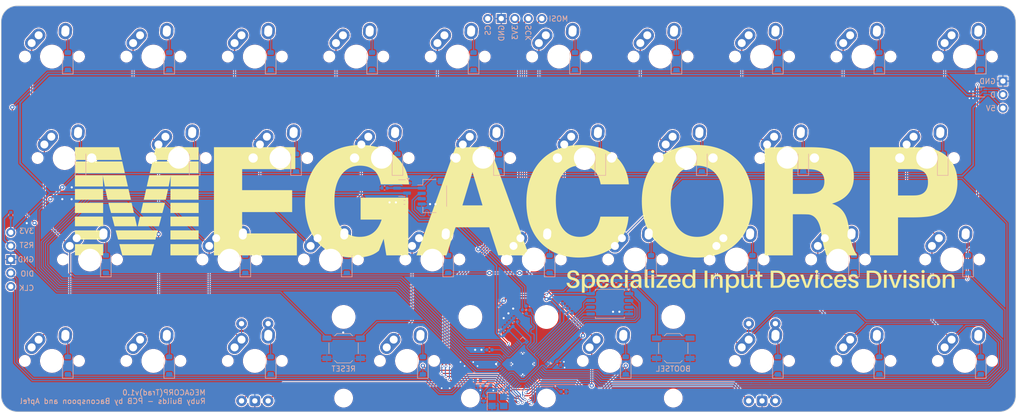
<source format=kicad_pcb>
(kicad_pcb (version 20241229) (generator "pcbnew") (generator_version "9.0")
  (layers (0 "F.Cu" signal) (2 "B.Cu" signal) (13 "F.Paste" user) (15 "B.Paste" user) (5 "F.SilkS" user "F.Silkscreen") (7 "B.SilkS" user "B.Silkscreen") (1 "F.Mask" user) (3 "B.Mask" user) (25 "Edge.Cuts" user))
  (net 0 "")
  (net 1 "ROW 0")
  (net 2 "ROW 1")
  (net 3 "ROW 2")
  (net 4 "ROW 3")
  (net 5 "COL 0")
  (net 6 "COL 1")
  (net 7 "COL 2")
  (net 8 "COL 3")
  (net 9 "COL 4")
  (net 10 "COL 5")
  (net 11 "COL 6")
  (net 12 "COL 7")
  (net 13 "COL 8")
  (net 14 "COL 9")
  (net 15 "+1V1")
  (net 16 "GND")
  (net 17 "+3V3")
  (net 18 "XTAL_IN")
  (net 19 "Net-(C_Crystal2-Pad2)")
  (net 20 "+5V")
  (net 21 "D-")
  (net 22 "D+")
  (net 23 "RESET")
  (net 24 "SWDIO")
  (net 25 "SWCLK")
  (net 26 "XTAL_OUT")
  (net 27 "Net-(U1-USB_DP)")
  (net 28 "Net-(U1-USB_DM)")
  (net 29 "Net-(R_Flash1-Pad2)")
  (net 30 "Net-(R_Flash2-Pad2)")
  (net 31 "CS")
  (net 32 "SD3")
  (net 33 "QSPI_CLK")
  (net 34 "SD0")
  (net 35 "SD2")
  (net 36 "SD1")
  (net 37 "Net-(D1-A)")
  (net 38 "Net-(D2-A)")
  (net 39 "Net-(D3-A)")
  (net 40 "Net-(D4-A)")
  (net 41 "Net-(D5-A)")
  (net 42 "Net-(D6-A)")
  (net 43 "Net-(D7-A)")
  (net 44 "Net-(D8-A)")
  (net 45 "Net-(D9-A)")
  (net 46 "Net-(D10-A)")
  (net 47 "Net-(D11-A)")
  (net 48 "Net-(D12-A)")
  (net 49 "Net-(D13-A)")
  (net 50 "Net-(D14-A)")
  (net 51 "Net-(D15-A)")
  (net 52 "Net-(D16-A)")
  (net 53 "Net-(D17-A)")
  (net 54 "Net-(D18-A)")
  (net 55 "Net-(D19-A)")
  (net 56 "Net-(D20-A)")
  (net 57 "Net-(D22-A)")
  (net 58 "Net-(D23-A)")
  (net 59 "Net-(D24-A)")
  (net 60 "Net-(D25-A)")
  (net 61 "Net-(D26-A)")
  (net 62 "Net-(D27-A)")
  (net 63 "Net-(D28-A)")
  (net 64 "Net-(D29-A)")
  (net 65 "Net-(D30-A)")
  (net 66 "Net-(D31-A)")
  (net 67 "Net-(D32-A)")
  (net 68 "Net-(D33-A)")
  (net 69 "Net-(D34-A)")
  (net 70 "Net-(D35-A)")
  (net 71 "Net-(D36-A)")
  (net 74 "LED_DATA_3V3")
  (net 79 "ENC1_R")
  (net 80 "ENC1_L")
  (net 82 "Net-(D21-A)")
  (net 84 "ENC2_L")
  (net 85 "ENC2_R")
  (net 86 "SPI1_TX_MOSI")
  (net 87 "SPI1_SCK")
  (net 88 "SPI1_CS")
  (net 89 "LED_DATA_5V")
  (footprint "PCM_Switch_Keyboard_Hybrid:SW_Hybrid_Cherry_MX_Alps_1.00u" (layer "F.Cu") (at 167.877984 77.39056)
    (property "Reference" "MX26" (hide yes))
    (property "Value" "MX-NoLED")
  )
  (footprint "PCM_Switch_Keyboard_Hybrid:SW_Hybrid_Cherry_MX_Alps_1.25u" (layer "F.Cu") (at 41.671839 58.340577)
    (property "Reference" "MX11" (hide yes))
    (property "Value" "MX-NoLED")
  )
  (footprint "PCM_Switch_Keyboard_Hybrid:SW_Hybrid_Cherry_MX_Alps_1.00u" (layer "F.Cu") (at 186.927968 77.39056)
    (property "Reference" "MX27" (hide yes))
    (property "Value" "MX-NoLED")
  )
  (footprint "PCM_Switch_Keyboard_Hybrid:SW_Hybrid_Cherry_MX_Alps_1.00u" (layer "F.Cu") (at 210.740449 39.290593)
    (property "Reference" "MX10" (hide yes))
    (property "Value" "MX-NoLED")
  )
  (footprint "PCM_Switch_Keyboard_Hybrid:SW_Hybrid_Cherry_MX_Alps_1.00u" (layer "F.Cu") (at 210.740448 96.440544)
    (property "Reference" "MX36" (hide yes))
    (property "Value" "MX-NoLED")
  )
  (footprint "PCM_Switch_Keyboard_Hybrid:SW_Hybrid_Cherry_MX_Alps_2.00u" (layer "F.Cu") (at 105.965536 96.440544)
    (property "Reference" "MX32" (hide yes))
    (property "Value" "MX-NoLED")
  )
  (footprint "PCM_Switch_Keyboard_Hybrid:SW_Hybrid_Cherry_MX_Alps_1.00u" (layer "F.Cu") (at 58.340576 39.290593)
    (property "Reference" "MX2" (hide yes))
    (property "Value" "MX-NoLED")
  )
  (footprint "PCM_Switch_Keyboard_Hybrid:SW_Hybrid_Cherry_MX_Alps_1.25u" (layer "F.Cu") (at 208.3592 77.390561)
    (property "Reference" "MX28" (hide yes))
    (property "Value" "MX-NoLED")
  )
  (footprint "PCM_Switch_Keyboard_Hybrid:SW_Hybrid_Cherry_MX_Alps_1.00u" (layer "F.Cu") (at 129.778016 77.390561)
    (property "Reference" "MX24" (hide yes))
    (property "Value" "MX-NoLED")
  )
  (footprint "PCM_Switch_Keyboard_Hybrid:SW_Hybrid_Cherry_MX_Alps_1.75u" (layer "F.Cu") (at 203.596704 58.340577)
    (property "Reference" "MX19" (hide yes))
    (property "Value" "MX-NoLED")
  )
  (footprint "PCM_Switch_Keyboard_Hybrid:SW_Hybrid_Cherry_MX_Alps_1.00u" (layer "F.Cu") (at 172.640479 96.440544)
    (property "Reference" "MX34" (hide yes))
    (property "Value" "MX-NoLED")
  )
  (footprint "PCM_marbastlib-mx:STAB_MX_2u" (layer "F.Cu") (at 144.065504 96.440544 180)
    (property "Reference" "S2" (hide yes))
    (property "Value" "MX_stab")
  )
  (footprint "PCM_Switch_Keyboard_Hybrid:SW_Hybrid_Cherry_MX_Alps_1.00u" (layer "F.Cu") (at 91.678048 77.390561)
    (property "Reference" "MX22" (hide yes))
    (property "Value" "MX-NoLED")
  )
  (footprint "PCM_Switch_Keyboard_Hybrid:SW_Hybrid_Cherry_MX_Alps_1.00u" (layer "F.Cu") (at 110.728032 77.390561)
    (property "Reference" "MX23" (hide yes))
    (property "Value" "MX-NoLED")
  )
  (footprint "PCM_Switch_Keyboard_Hybrid:SW_Hybrid_Cherry_MX_Alps_1.00u" (layer "F.Cu") (at 77.390559 39.290593)
    (property "Reference" "MX3" (hide yes))
    (property "Value" "MX-NoLED")
  )
  (footprint "PCM_Switch_Keyboard_Hybrid:SW_Hybrid_Cherry_MX_Alps_1.00u" (layer "F.Cu") (at 58.340576 96.440544)
    (property "Reference" "MX30" (hide yes))
    (property "Value" "MX-NoLED")
  )
  (footprint "PCM_Switch_Keyboard_Hybrid:SW_Hybrid_Cherry_MX_Alps_1.00u" (layer "F.Cu") (at 120.253024 58.340576)
    (property "Reference" "MX15" (hide yes))
    (property "Value" "MX-NoLED")
  )
  (footprint "PCM_Switch_Keyboard_Hybrid:SW_Hybrid_Cherry_MX_Alps_1.00u" (layer "F.Cu") (at 39.290592 39.290593)
    (property "Reference" "MX1" (hide yes))
    (property "Value" "MX-NoLED")
  )
  (footprint "PCM_marbastlib-various:ROT_Alps_EC11E-Switch" (layer "F.Cu") (at 77.39056 96.440544)
    (property "Reference" "ENC1" (hide yes))
    (property "Value" "RotaryEncoder_Switch")
  )
  (footprint "PCM_Switch_Keyboard_Hybrid:SW_Hybrid_Cherry_MX_Alps_1.00u" (layer "F.Cu") (at 96.440543 39.290593)
    (property "Reference" "MX4" (hide yes))
    (property "Value" "MX-NoLED")
  )
  (footprint "PCM_marbastlib-mx:STAB_MX_2u" (layer "F.Cu") (at 105.965536 96.440544 180)
    (property "Reference" "S1" (hide yes))
    (property "Value" "MX_stab")
  )
  (footprint "PCM_Switch_Keyboard_Hybrid:SW_Hybrid_Cherry_MX_Alps_1.00u" (layer "F.Cu") (at 134.540512 39.290593)
    (property "Reference" "MX6" (hide yes))
    (property "Value" "MX-NoLED")
  )
  (footprint "Connector_PinHeader_2.54mm:PinHeader_1x03_P2.54mm_Vertical" (layer "F.Cu") (at 217.88435 43.894286)
    (property "Reference" "J4" (hide yes))
    (property "Value" "LED_STRIP")
  )
  (footprint "PCM_Switch_Keyboard_Hybrid:SW_Hybrid_Cherry_MX_Alps_1.00u" (layer "F.Cu") (at 115.490528 39.290593)
    (property "Reference" "MX5" (hide yes))
    (property "Value" "MX-NoLED")
  )
  (footprint "PCM_Switch_Keyboard_Hybrid:SW_Hybrid_Cherry_MX_Alps_1.00u" (layer "F.Cu") (at 101.20304 58.340576)
    (property "Reference" "MX14" (hide yes))
    (property "Value" "MX-NoLED")
  )
  (footprint "PCM_Switch_Keyboard_Hybrid:SW_Hybrid_Cherry_MX_Alps_1.00u" (layer "F.Cu") (at 191.690464 96.440544)
    (property "Reference" "MX35" (hide yes))
    (property "Value" "MX-NoLED")
  )
  (footprint "PCM_Switch_Keyboard_Hybrid:SW_Hybrid_Cherry_MX_Alps_1.00u" (layer "F.Cu") (at 172.64048 39.290593)
    (property "Reference" "MX8" (hide yes))
    (property "Value" "MX-NoLED")
  )
  (footprint "PCM_Switch_Keyboard_Hybrid:SW_Hybrid_Cherry_MX_Alps_1.75u" (layer "F.Cu") (at 46.434336 77.39056)
    (property "Reference" "MX20" (hide yes))
    (property "Value" "MX-NoLED")
  )
  (footprint "PCM_Switch_Keyboard_Hybrid:SW_Hybrid_Cherry_MX_Alps_1.00u" (layer "F.Cu") (at 153.590496 39.290593)
    (property "Reference" "MX7" (hide yes))
    (property "Value" "MX-NoLED")
  )
  (footprint "PCM_Switch_Keyboard_Hybrid:SW_Hybrid_Cherry_MX_Alps_1.00u" (layer "F.Cu") (at 139.303007 58.340577)
    (property "Reference" "MX16" (hide yes))
    (property "Value" "MX-NoLED")
  )
  (footprint "PCM_Switch_Keyboard_Hybrid:SW_Hybrid_Cherry_MX_Alps_1.00u" (layer "F.Cu") (at 63.103072 58.340577)
    (property "Reference" "MX12" (hide yes))
    (property "Value" "MX-NoLED")
  )
  (footprint "PCM_Switch_Keyboard_Hybrid:SW_Hybrid_Cherry_MX_Alps_1.00u" (layer "F.Cu") (at 191.690464 39.290593)
    (property "Reference" "MX9" (hide yes))
    (property "Value" "MX-NoLED")
  )
  (footprint "PCM_Switch_Keyboard_Hybrid:SW_Hybrid_Cherry_MX_Alps_1.00u" (layer "F.Cu") (at 72.628064 77.39056)
    (property "Reference" "MX21" (hide yes))
    (property "Value" "MX-NoLED")
  )
  (footprint "PCM_Switch_Keyboard_Hybrid:SW_Hybrid_Cherry_MX_Alps_1.00u" (layer "F.Cu") (at 39.290592 96.440544)
    (property "Reference" "MX29" (hide yes))
    (property "Value" "MX-NoLED")
  )
  (footprint "PCM_Switch_Keyboard_Hybrid:SW_Hybrid_Cherry_MX_Alps_2.00u" (layer "F.Cu") (at 144.065504 96.440544)
    (property "Reference" "MX33" (hide yes))
    (property "Value" "MX-NoLED")
  )
  (footprint "PCM_Switch_Keyboard_Hybrid:SW_Hybrid_Cherry_MX_Alps_1.00u" (layer "F.Cu") (at 77.39056 96.440544)
    (property "Reference" "MX31" (hide yes))
    (property "Value" "MX-NoLED")
  )
  (footprint "PCM_marbastlib-various:ROT_Alps_EC11E-Switch" (layer "F.Cu") (at 172.640479 96.440544)
    (property "Reference" "ENC2" (hide yes))
    (property "Value" "RotaryEncoder_Switch")
  )
  (footprint "PCM_Switch_Keyboard_Hybrid:SW_Hybrid_Cherry_MX_Alps_1.00u" (layer "F.Cu") (at 158.352992 58.340577)
    (property "Reference" "MX17" (hide yes))
    (property "Value" "MX-NoLED")
  )
  (footprint "Connector_PinHeader_2.54mm:PinHeader_1x05_P2.54mm_Vertical" (layer "F.Cu") (at 121.126225 32.146786 90)
    (property "Reference" "J3" (hide yes))
    (property "Value" "nice!view")
  )
  (footprint "PCM_Switch_Keyboard_Hybrid:SW_Hybrid_Cherry_MX_Alps_1.00u" (layer "F.Cu") (at 82.153056 58.340577)
    (property "Reference" "MX13" (hide yes))
    (property "Value" "MX-NoLED")
  )
  (footprint "PCM_Switch_Keyboard_Hybrid:SW_Hybrid_Cherry_MX_Alps_1.00u" (layer "F.Cu") (at 148.828 77.39056)
    (property "Reference" "MX25" (hide yes))
    (property "Value" "MX-NoLED")
  )
  (footprint "PCM_Switch_Keyboard_Hybrid:SW_Hybrid_Cherry_MX_Alps_1.00u" (layer "F.Cu") (at 177.402976 58.340577)
    (property "Reference" "MX18" (hide yes))
    (property "Value" "MX-NoLED")
  )
  (footprint "Capacitor_SMD:C_0402_1005Metric" (layer "B.Cu") (at 123.834211 91.287568 135)
    (property "Reference" "C_3V-Decoup1" (hide yes))
    (property "Value" "10u")
  )
  (footprint "Diode_SMD:D_SOD-123" (layer "B.Cu") (at 61.317136 97.333513 90)
    (property "Reference" "D30" (hide yes))
    (property "Value" "1N4148W")
  )
  (footprint "Capacitor_SMD:C_0402_1005Metric" (layer "B.Cu") (at 119.7556 101.145536 180)
    (property "Reference" "C_3V-Decoup6" (hide yes))
    (property "Value" "100n")
  )
  (footprint "Button_Switch_SMD:SW_SPST_TL3342" (layer "B.Cu") (at 155.971745 94.059297)
    (property "Reference" "SW2" (hide yes))
    (property "Value" "BOOTSEL" (hide yes))
  )
  (footprint "Diode_SMD:D_SOD-123" (layer "B.Cu") (at 213.717008 97.333513 90)
    (property "Reference" "D36" (hide yes))
    (property "Value" "1N4148W")
  )
  (footprint "Resistor_SMD:R_0402_1005Metric" (layer "B.Cu") (at 122.2156 101.035536)
    (property "Reference" "R_Crystal1" (hide yes))
    (property "Value" "1k")
  )
  (footprint "Package_TO_SOT_SMD:SOT-563" (layer "B.Cu") (at 213.83435 45.934286)
    (property "Reference" "U4" (hide yes))
    (property "Value" "SN74LVC1T45DRL")
  )
  (footprint "Capacitor_SMD:C_0402_1005Metric" (layer "B.Cu") (at 105.485537 66.674945 180)
    (property "Reference" "C_LD2" (hide yes))
    (property "Value" "1u")
  )
  (footprint "Diode_SMD:D_SOD-123" (layer "B.Cu") (at 147.042064 97.333513 90)
    (property "Reference" "D33" (hide yes))
    (property "Value" "1N4148W")
  )
  (footprint "Package_SO:SOIC-8_5.23x5.23mm_P1.27mm" (layer "B.Cu") (at 144.065504 85.724928 180)
    (property "Reference" "U2" (hide yes))
    (property "Value" "W25Q128JVS")
  )
  (footprint "Diode_SMD:D_SOD-123" (layer "B.Cu") (at 99.417104 40.183561 90)
    (property "Reference" "D4" (hide yes))
    (property "Value" "1N4148W")
  )
  (footprint "Resistor_SMD:R_0402_1005Metric" (layer "B.Cu") (at 145.256128 82.153057)
    (property "Reference" "R_Flash2" (hide yes))
    (property "Value" "5k1")
  )
  (footprint "Capacitor_SMD:C_0402_1005Metric" (layer "B.Cu") (at 101.753819 63.984321 180)
    (property "Reference" "C_LD1" (hide yes))
    (property "Value" "1u")
  )
  (footprint "Diode_SMD:D_SOD-123" (layer "B.Cu") (at 61.317136 40.18356 90)
    (property "Reference" "D2" (hide yes))
    (property "Value" "1N4148W")
  )
  (footprint "Capacitor_SMD:C_0402_1005Metric" (layer "B.Cu") (at 125.518007 89.603772 135)
    (property "Reference" "C_3V-Decoup2" (hide yes))
    (property "Value" "1u")
  )
  (footprint "Diode_SMD:D_SOD-123" (layer "B.Cu") (at 75.604624 78.283528 90)
    (property "Reference" "D21" (hide yes))
    (property "Value" "1N4148W")
  )
  (footprint "Diode_SMD:D_SOD-123" (layer "B.Cu") (at 194.667024 40.18356 90)
    (property "Reference" "D9" (hide yes))
    (property "Value" "1N4148W")
  )
  (footprint "Capacitor_SMD:C_0402_1005Metric" (layer "B.Cu") (at 124.1056 101.785536 180)
    (property "Reference" "C_Crystal1" (hide yes))
    (property "Value" "22p")
  )
  (footprint "Diode_SMD:D_SOD-123" (layer "B.Cu") (at 189.904528 78.283529 90)
    (property "Reference" "D27" (hide yes))
    (property "Value" "1N4148W")
  )
  (footprint "Diode_SMD:D_SOD-123" (layer "B.Cu") (at 132.754576 78.283529 90)
    (property "Reference" "D24" (hide yes))
    (property "Value" "1N4148W")
  )
  (footprint "Package_TO_SOT_SMD:SOT-23" (layer "B.Cu") (at 105.028036 63.984321 180)
    (property "Reference" "U3" (hide yes))
    (property "Value" "XC6206P332MR")
  )
  (footprint "Diode_SMD:D_SOD-123" (layer "B.Cu") (at 85.129616 59.233544 90)
    (property "Reference" "D13" (hide yes))
    (property "Value" "1N4148W")
  )
  (footprint "Crystal:Crystal_SMD_3225-4Pin_3.2x2.5mm" (layer "B.Cu") (at 123.0356 104.045536)
    (property "Reference" "Y1" (hide yes))
    (property "Value" "12MHz")
  )
  (footprint "Resistor_SMD:R_0402_1005Metric" (layer "B.Cu") (at 127.99208 87.213208 -45)
    (property "Reference" "R_DATA2" (hide yes))
    (property "Value" "27")
  )
  (footprint "Capacitor_SMD:C_0402_1005Metric" (layer "B.Cu") (at 135.731136 86.915553 45)
    (property "Reference" "C_3V-Decoup9" (hide yes))
    (property "Value" "100n")
  )
  (footprint "Connector_PinHeader_2.54mm:PinHeader_1x05_P2.54mm_Vertical" (layer "B.Cu") (at 31.551536 72.315561 180)
    (property "Reference" "J2" (hide yes))
    (property "Value" "SWD")
  )
  (footprint "Diode_SMD:D_SOD-123" (layer "B.Cu") (at 80.36712 97.333513 90)
    (property "Reference" "D31" (hide yes))
    (property "Value" "1N4148W")
  )
  (footprint "Diode_SMD:D_SOD-123" (layer "B.Cu") (at 180.379535 59.233544 90)
    (property "Reference" "D18" (hide yes))
    (property "Value" "1N4148W")
  )
  (footprint "Capacitor_SMD:C_0402_1005Metric" (layer "B.Cu") (at 135.3756 102.225536)
    (property "Reference" "C_3V-Decoup4" (hide yes))
    (property "Value" "100n")
  )
  (footprint "Diode_SMD:D_SOD-123" (layer "B.Cu") (at 104.1796 59.233544 90)
    (property "Reference" "D14" (hide yes))
    (property "Value" "1N4148W")
  )
  (footprint "Diode_SMD:D_SOD-123" (layer "B.Cu") (at 156.567056 40.18356 90)
    (property "Reference" "D7" (hide yes))
    (property "Value" "1N4148W")
  )
  (footprint "Diode_SMD:D_SOD-123" (layer "B.Cu") (at 194.667024 97.333513 90)
    (property "Reference" "D35" (hide yes))
    (property "Value" "1N4148W")
  )
  (footprint "Diode_SMD:D_SOD-123" (layer "B.Cu") (at 44.6484 59.233544 90)
    (property "Reference" "D11" (hide yes))
    (property "Value" "1N4148W")
  )
  (footprint "Diode_SMD:D_SOD-123" (layer "B.Cu") (at 175.61704 97.333513 90)
    (property "Reference" "D34" (hide yes))
    (property "Value" "1N4148W")
  )
  (footprint "Diode_SMD:D_SOD-123" (layer "B.Cu") (at 42.267152 40.18356 90)
    (property "Reference" "D1" (hide yes))
    (property "Value" "1N4148W")
  )
  (footprint "Diode_SMD:D_SOD-123" (layer "B.Cu") (at 42.267152 97.333513 90)
    (property "Reference" "D29" (hide yes))
    (property "Value" "1N4148W")
  )
  (footprint "Diode_SMD:D_SOD-123" (layer "B.Cu") (at 118.467088 40.183561 90)
    (property "Reference" "D5" (hide yes))
    (property "Value" "1N4148W")
  )
  (footprint "Diode_SMD:D_SOD-123" (layer "B.Cu") (at 170.854544 78.283529 90)
    (property "Reference" "D26" (hide yes))
    (property "Value" "1N4148W")
  )
  (footprint "Diode_SMD:D_SOD-123" (layer "B.Cu") (at 175.61704 40.18356 90)
    (property "Reference" "D8" (hide yes))
    (property "Value" "1N4148W")
  )
  (footprint "Capacitor_SMD:C_0402_1005Metric" (layer "B.Cu") (at 121.443648 94.356953 180)
    (property "Reference" "C_3V-Decoup8" (hide yes))
    (property "Value" "100n")
  )
  (footprint "Diode_SMD:D_SOD-123" (layer "B.Cu") (at 206.573264 59.233546 90)
    (property "Reference" "D19" (hide yes))
    (property "Value" "1N4148W")
  )
  (footprint "Diode_SMD:D_SOD-123" (layer "B.Cu") (at 49.410896 78.283529 90)
    (property "Reference" "D20" (hide yes))
    (property "Value" "1N4148W")
  )
  (footprint "Capacitor_SMD:C_0402_1005Metric" (layer "B.Cu") (at 120.3556 103.485536 90)
    (property "Reference" "C_Crystal2" (hide yes))
    (property "Value" "22p")
  )
  (footprint "Capacitor_SMD:C_0402_1005Metric" (layer "B.Cu") (at 134.838168 86.022585 45)
    (property "Reference" "C_3V-Decoup3" (hide yes))
    (property "Value" "100n")
  )
  (footprint "Diode_SMD:D_SOD-123" (layer "B.Cu") (at 66.079632 59.233544 90)
    (property "Reference" "D12" (hide yes))
    (property "Value" "1N4148W")
  )
  (footprint "Diode_SMD:D_SOD-123" (layer "B.Cu") (at 137.517072 40.183561 90)
    (property "Reference" "D6" (hide yes))
    (property "Value" "1N4148W")
  )
  (footprint "Resistor_SMD:R_0402_1005Metric" (layer "B.Cu") (at 142.87488 82.153057)
    (property "Reference" "R_Flash1" (hide yes))
    (property "Value" "5k1")
  )
  (footprint "Connector_JST:JST_SH_SM04B-SRSS-TB_1x04-1MP_P1.00mm_Horizontal" (layer "B.Cu") (at 110.728032 65.484321 -90)
    (property "Reference" "J1" (hide yes))
    (property "Value" "SM04B-SRSS-TB(LF)(SN)")
  )
  (footprint "Diode_SMD:D_SOD-123" (layer "B.Cu") (at 151.80456 78.283529 90)
    (property "Reference" "D25" (hide yes))
    (property "Value" "1N4148W")
  )
  (footprint "Capacitor_SMD:C_0402_1005Metric" (layer "B.Cu") (at 126.359905 88.761874 135)
    (property "Reference" "C_1V-Decoup3" (hide yes))
    (property "Value" "100n")
  )
  (footprint "Resistor_SMD:R_0402_1005Metric" (layer "B.Cu") (at 128.683828 86.521461 -45)
    (property "Reference" "R_DATA1" (hide yes))
    (property "Value" "27")
  )
  (footprint "Diode_SMD:D_SOD-123" (layer "B.Cu") (at 161.329552 59.233545 90)
    (property "Reference" "D17" (hide yes))
    (property "Value" "1N4148W")
  )
  (footprint "Capacitor_SMD:C_0402_1005Metric" (layer "B.Cu") (at 140.791288 82.153057)
    (property "Reference" "C_Flash1" (hide yes))
    (property "Value" "100n")
  )
  (footprint "Resistor_SMD:R_0402_1005Metric" (layer "B.Cu") (at 31.551536 69.056192 90)
    (property "Reference" "R_RST1" (hide yes))
    (property "Value" "5k1")
  )
  (footprint "Diode_SMD:D_SOD-123" (layer "B.Cu") (at 113.704592 78.283529 90)
    (property "Reference" "D23" (hide yes))
    (property "Value" "1N4148W")
  )
  (footprint "Diode_SMD:D_SOD-123" (layer "B.Cu") (at 94.654607 78.283529 90)
    (property "Reference" "D22" (hide yes))
    (property "Value" "1N4148W")
  )
  (footprint "Diode_SMD:D_SOD-123" (layer "B.Cu") (at 123.229584 59.233544 90)
    (property "Reference" "D15" (hide yes))
    (property "Value" "1N4148W")
  )
  (footprint "Capacitor_SMD:C_0402_1005Metric" (layer "B.Cu") (at 134.480127 96.882096 -45)
    (property "Reference" "C_3V-Decoup5" (hide yes))
    (property "Value" "100n")
  )
  (footprint "Capacitor_SMD:C_0402_1005Metric" (layer "B.Cu") (at 124.676109 90.44567 135)
    (property "Reference" "C_3V-Decoup7" (hide yes))
    (property "Value" "100n")
  )
  (footprint "Diode_SMD:D_SOD-123" (layer "B.Cu") (at 213.717008 40.18356 90)
    (property "Reference" "D10" (hide yes))
    (property "Value" "1N4148W")
  )
  (footprint "Capacitor_SMD:C_0402_1005Metric" (layer "B.Cu") (at 136.624104 87.808521 45)
    (property "Reference" "C_1V-Decoup2" (hide yes))
    (property "Value" "100n")
  )
  (footprint "Diode_SMD:D_SOD-123" (layer "B.Cu") (at 108.942096 97.333513 90)
    (property "Reference" "D32" (hide yes))
    (property "Value" "1N4148W")
  )
  (footprint "Button_Switch_SMD:SW_SPST_TL3342" (layer "B.Cu") (at 94.059296 94.059297)
    (property "Reference" "SW1" (hide yes))
    (property "Value" "RESET" (hide yes))
  )
  (footprint "Package_DFN_QFN:QFN-56-1EP_7x7mm_P0.4mm_EP3.2x3.2mm_ThermalVias" (layer "B.Cu") (at 127.694424 97.035857 135)
    (property "Reference" "U1" (hide yes))
    (property "Value" "RP2040")
  )
  (footprint "Diode_SMD:D_SOD-123" (layer "B.Cu") (at 80.36712 40.18356 90)
    (property "Reference" "D3" (hide yes))
    (property "Value" "1N4148W")
  )
  (footprint "Capacitor_SMD:C_0402_1005Metric" (layer "B.Cu") (at 119.2756 100.125536 180)
    (property "Reference" "C_1V-Decoup1" (hide yes))
    (property "Value" "1u")
  )
  (footprint "Diode_SMD:D_SOD-123" (layer "B.Cu") (at 142.279568 59.233545 90)
    (property "Reference" "D16" (hide yes))
    (property "Value" "1N4148W")
  )
  (footprint "Resistor_SMD:R_0402_1005Metric" (layer "B.Cu") (at 147.33972 82.153057)
    (property "Reference" "R_Flash3" (hide yes))
    (property "Value" "1k")
  )
  (footprint "Diode_SMD:D_SOD-123" (layer "B.Cu") (at 211.33576 78.283529 90)
    (property "Reference" "D28" (hide yes))
    (property "Value" "1N4148W")
  )
  (gr_poly (pts (xy 48.904295 73.646281) (xy 43.607613 73.646281) (xy 43.607613 71.926902) (xy 48.904295 71.926902)) (stroke (width -0.000001)) (fill yes) (layer "F.SilkS"))
  (gr_poly (pts (xy 54.687698 68.664085) (xy 50.384847 68.664085) (xy 50.229735 68.080122) (xy 50.147895 67.769266) (xy 50.064241 67.443226) (xy 49.97925 67.103556) (xy 49.893399 66.751808) (xy 54.253203 66.751808)) (stroke (width -0.000001)) (fill yes) (layer "F.SilkS"))
  (gr_poly (pts (xy 149.085891 80.164368) (xy 149.14255 80.166721) (xy 149.196999 80.170616) (xy 149.249271 80.176031) (xy 149.299398 80.182944) (xy 149.347414 80.191332) (xy 149.39335 80.201174) (xy 149.437239 80.212448) (xy 149.479115 80.22513) (xy 149.519009 80.2392) (xy 149.556955 80.254636) (xy 149.592984 80.271414) (xy 149.62713 80.289514) (xy 149.659425 80.308912) (xy 149.689902 80.329588) (xy 149.718593 80.351518) (xy 149.745532 80.374681) (xy 149.77075 80.399055) (xy 149.79428 80.424618) (xy 149.816156 80.451347) (xy 149.836409 80.47922) (xy 149.855072 80.508216) (xy 149.872179 80.538312) (xy 149.887761 80.569487) (xy 149.901851 80.601718) (xy 149.914482 80.634982) (xy 149.925686 80.669259) (xy 149.935497 80.704526) (xy 149.943946 80.74076) (xy 149.951066 80.77794) (xy 149.961452 80.85505) (xy 149.964739 80.894869) (xy 149.967586 80.936833) (xy 149.969991 80.980446) (xy 149.971957 81.025213) (xy 149.974574 81.116232) (xy 149.975444 81.205931) (xy 149.975444 82.07974) (xy 149.975919 82.149257) (xy 149.977489 82.218492) (xy 149.980374 82.288915) (xy 149.984794 82.361999) (xy 149.990968 82.439215) (xy 149.999115 82.522034) (xy 150.009454 82.611929) (xy 150.022206 82.710371) (xy 149.513271 82.710371) (xy 149.466594 82.350977) (xy 149.340279 82.617125) (xy 149.308171 82.638135) (xy 149.275008 82.657441) (xy 149.240831 82.675092) (xy 149.205682 82.691136) (xy 149.169601 82.70562) (xy 149.13263 82.718593) (xy 149.094809 82.730102) (xy 149.05618 82.740196) (xy 149.016784 82.748922) (xy 148.976662 82.75633) (xy 148.935855 82.762465) (xy 148.894404 82.767378) (xy 148.85235 82.771115) (xy 148.809734 82.773726) (xy 148.766598 82.775256) (xy 148.722983 82.775756) (xy 148.682039 82.775019) (xy 148.641615 82.772813) (xy 148.60176 82.769146) (xy 148.562527 82.764025) (xy 148.523967 82.757458) (xy 148.48613 82.749452) (xy 148.449068 82.740015) (xy 148.412832 82.729155) (xy 148.377474 82.716878) (xy 148.343044 82.703193) (xy 148.309594 82.688107) (xy 148.277175 82.671627) (xy 148.245839 82.653762) (xy 148.215635 82.634518) (xy 148.186617 82.613904) (xy 148.158834 82.591926) (xy 148.132338 82.568593) (xy 148.107181 82.543911) (xy 148.083413 82.517889) (xy 148.061085 82.490533) (xy 148.04025 82.461853) (xy 148.020958 82.431854) (xy 148.00326 82.400545) (xy 147.987207 82.367933) (xy 147.972851 82.334025) (xy 147.960244 82.29883) (xy 147.949435 82.262355) (xy 147.940477 82.224606) (xy 147.93342 82.185593) (xy 147.928316 82.145322) (xy 147.925216 82.103801) (xy 147.924172 82.061037) (xy 147.926335 82.018895) (xy 148.465802 82.018895) (xy 148.466307 82.043045) (xy 148.467811 82.066376) (xy 148.470302 82.088891) (xy 148.473765 82.110594) (xy 148.478187 82.131488) (xy 148.483555 82.151577) (xy 148.489854 82.170863) (xy 148.49707 82.189351) (xy 148.505191 82.207045) (xy 148.514202 82.223946) (xy 148.52409 82.240059) (xy 148.534841 82.255388) (xy 148.546442 82.269935) (xy 148.558878 82.283705) (xy 148.572136 82.2967) (xy 148.586203 82.308924) (xy 148.601064 82.32038) (xy 148.616706 82.331072) (xy 148.633115 82.341004) (xy 148.650278 82.350179) (xy 148.668181 82.3586) (xy 148.68681 82.36627) (xy 148.706152 82.373194) (xy 148.726192 82.379374) (xy 148.768315 82.389518) (xy 148.813069 82.39673) (xy 148.860344 82.401036) (xy 148.910031 82.402466) (xy 148.940008 82.401823) (xy 148.969412 82.399899) (xy 148.998219 82.3967) (xy 149.026402 82.392234) (xy 149.053939 82.386507) (xy 149.080803 82.379526) (xy 149.10697 82.371298) (xy 149.132416 82.361829) (xy 149.157114 82.351128) (xy 149.181042 82.3392) (xy 149.204172 82.326052) (xy 149.226482 82.311692) (xy 149.247945 82.296125) (xy 149.268537 82.27936) (xy 149.288234 82.261402) (xy 149.30701 82.242259) (xy 149.32484 82.221937) (xy 149.3417 82.200444) (xy 149.357565 82.177786) (xy 149.37241 82.15397) (xy 149.38621 82.129003) (xy 149.398941 82.102891) (xy 149.410577 82.075642) (xy 149.421093 82.047263) (xy 149.430466 82.017759) (xy 149.438669 81.987139) (xy 149.445678 81.955409) (xy 149.451469 81.922576) (xy 149.456016 81.888646) (xy 149.459295 81.853627) (xy 149.46128 81.817525) (xy 149.461948 81.780347) (xy 149.461948 81.551247) (xy 149.351337 81.544645) (xy 149.297966 81.542973) (xy 149.245927 81.542402) (xy 149.195256 81.542943) (xy 149.145985 81.544607) (xy 149.098147 81.547406) (xy 149.051777 81.551351) (xy 149.006907 81.556452) (xy 148.96357 81.562722) (xy 148.921801 81.570171) (xy 148.881633 81.578811) (xy 148.843098 81.588653) (xy 148.806231 81.599707) (xy 148.771064 81.611986) (xy 148.737632 81.625501) (xy 148.705967 81.640262) (xy 148.676103 81.656281) (xy 148.648074 81.673568) (xy 148.621912 81.692137) (xy 148.597651 81.711996) (xy 148.575325 81.733159) (xy 148.554966 81.755635) (xy 148.536609 81.779436) (xy 148.520286 81.804574) (xy 148.506032 81.831059) (xy 148.493878 81.858903) (xy 148.48386 81.888116) (xy 148.47601 81.918711) (xy 148.470361 81.950699) (xy 148.466947 81.984089) (xy 148.465802 82.018895) (xy 147.926335 82.018895) (xy 147.929329 81.960547) (xy 147.935794 81.912548) (xy 147.944864 81.866057) (xy 147.956551 81.821084) (xy 147.970866 81.777635) (xy 147.987821 81.735719) (xy 148.007426 81.695346) (xy 148.029695 81.656522) (xy 148.054636 81.619257) (xy 148.082264 81.583559) (xy 148.112587 81.549436) (xy 148.145619 81.516896) (xy 148.18137 81.485948) (xy 148.219851 81.4566) (xy 148.261075 81.42886) (xy 148.305052 81.402737) (xy 148.351794 81.378239) (xy 148.453618 81.334151) (xy 148.566638 81.296664) (xy 148.690945 81.265842) (xy 148.82663 81.241754) (xy 148.973784 81.224466) (xy 149.132498 81.214045) (xy 149.302863 81.210556) (xy 149.461958 81.210556) (xy 149.461958 81.149812) (xy 149.461812 81.081071) (xy 149.46079 81.014112) (xy 149.459677 80.980748) (xy 149.458016 80.947169) (xy 149.455697 80.913152) (xy 149.452612 80.878479) (xy 149.448644 80.841482) (xy 149.441963 80.80603) (xy 149.432487 80.772238) (xy 149.426675 80.756001) (xy 149.420134 80.740223) (xy 149.412853 80.724918) (xy 149.404823 80.710101) (xy 149.396032 80.695786) (xy 149.38647 80.681988) (xy 149.376128 80.668722) (xy 149.364995 80.656001) (xy 149.353061 80.643841) (xy 149.340315 80.632256) (xy 149.326747 80.621261) (xy 149.312347 80.610869) (xy 149.297105 80.601097) (xy 149.281011 80.591957) (xy 149.264054 80.583465) (xy 149.246223 80.575635) (xy 149.227509 80.568482) (xy 149.207902 80.56202) (xy 149.187391 80.556264) (xy 149.165966 80.551228) (xy 149.143616 80.546927) (xy 149.120332 80.543376) (xy 149.096103 80.540588) (xy 149.070919 80.538579) (xy 149.017644 80.536954) (xy 148.990009 80.537447) (xy 148.96322 80.538921) (xy 148.937273 80.541371) (xy 148.912165 80.544792) (xy 148.887892 80.549179) (xy 148.864452 80.554527) (xy 148.84184 80.560831) (xy 148.820054 80.568086) (xy 148.799089 80.576286) (xy 148.778943 80.585427) (xy 148.759612 80.595503) (xy 148.741093 80.60651) (xy 148.723382 80.618441) (xy 148.706476 80.631293) (xy 148.690371 80.64506) (xy 148.675065 80.659737) (xy 148.660553 80.675318) (xy 148.646832 80.6918) (xy 148.633899 80.709176) (xy 148.621751 80.727441) (xy 148.610383 80.746591) (xy 148.599793 80.766619) (xy 148.589977 80.787523) (xy 148.580933 80.809295) (xy 148.572655 80.831931) (xy 148.565142 80.855426) (xy 148.552393 80.904972) (xy 148.542659 80.957892) (xy 148.535913 81.014146) (xy 148.022246 81.014146) (xy 148.026398 80.96397) (xy 148.032699 80.915181) (xy 148.04111 80.867794) (xy 148.051592 80.821822) (xy 148.064106 80.777278) (xy 148.078612 80.734176) (xy 148.095072 80.692529) (xy 148.113446 80.65235) (xy 148.133696 80.613653) (xy 148.155782 80.576452) (xy 148.179664 80.540759) (xy 148.205305 80.506589) (xy 148.232664 80.473955) (xy 148.261703 80.442869) (xy 148.292382 80.413347) (xy 148.324663 80.3854) (xy 148.358505 80.359043) (xy 148.393871 80.334289) (xy 148.430721 80.311152) (xy 148.469015 80.289644) (xy 148.508715 80.26978) (xy 148.549781 80.251572) (xy 148.592175 80.235035) (xy 148.635857 80.220182) (xy 148.680788 80.207025) (xy 148.726928 80.195579) (xy 148.822683 80.177873) (xy 148.922808 80.16717) (xy 149.02699 80.163579)) (stroke (width -0.000001)) (fill yes) (layer "F.SilkS"))
  (gr_poly (pts (xy 66.837087 66.173034) (xy 61.543094 66.173034) (xy 61.547725 64.966216) (xy 61.555965 64.164355) (xy 66.837087 64.164355)) (stroke (width -0.000001)) (fill yes) (layer "F.SilkS"))
  (gr_poly (pts (xy 182.91961 79.364675) (xy 182.935421 79.365766) (xy 182.950954 79.367564) (xy 182.966191 79.370056) (xy 182.981117 79.373225) (xy 182.995716 79.377056) (xy 183.00997 79.381533) (xy 183.023865 79.386642) (xy 183.037383 79.392366) (xy 183.050509 79.398691) (xy 183.063226 79.4056) (xy 183.075517 79.413079) (xy 183.087368 79.421112) (xy 183.098761 79.429684) (xy 183.10968 79.438779) (xy 183.120109 79.448381) (xy 183.130032 79.458477) (xy 183.139433 79.469049) (xy 183.148295 79.480082) (xy 183.156601 79.491562) (xy 183.164337 79.503473) (xy 183.171485 79.515799) (xy 183.178029 79.528524) (xy 183.183954 79.541635) (xy 183.189242 79.555114) (xy 183.193878 79.568947) (xy 183.197845 79.583119) (xy 183.201128 79.597613) (xy 183.203709 79.612414) (xy 183.205573 79.627508) (xy 183.206703 79.642878) (xy 183.207083 79.65851) (xy 183.206703 79.67457) (xy 183.205573 79.690342) (xy 183.203709 79.705811) (xy 183.201128 79.720963) (xy 183.197845 79.735782) (xy 183.193878 79.750255) (xy 183.189242 79.764367) (xy 183.183954 79.778103) (xy 183.178029 79.791449) (xy 183.171485 79.80439) (xy 183.164337 79.816913) (xy 183.156601 79.829001) (xy 183.148295 79.840641) (xy 183.139433 79.851819) (xy 183.130032 79.86252) (xy 183.120109 79.872728) (xy 183.10968 79.882431) (xy 183.098761 79.891612) (xy 183.087368 79.900259) (xy 183.075517 79.908355) (xy 183.063226 79.915888) (xy 183.050509 79.922841) (xy 183.037383 79.929201) (xy 183.023865 79.934954) (xy 183.00997 79.940084) (xy 182.995716 79.944577) (xy 182.981117 79.948418) (xy 182.966191 79.951594) (xy 182.950954 79.954089) (xy 182.935421 79.955889) (xy 182.91961 79.95698) (xy 182.903536 79.957347) (xy 182.887474 79.95698) (xy 182.871701 79.955889) (xy 182.856232 79.954089) (xy 182.841079 79.951594) (xy 182.82626 79.948418) (xy 182.811786 79.944577) (xy 182.797674 79.940084) (xy 182.783938 79.934954) (xy 182.770592 79.929202) (xy 182.75765 79.922842) (xy 182.745128 79.915889) (xy 182.73304 79.908357) (xy 182.721399 79.90026) (xy 182.710222 79.891614) (xy 182.699522 79.882433) (xy 182.689313 79.87273) (xy 182.679611 79.862522) (xy 182.670429 79.851821) (xy 182.661783 79.840644) (xy 182.653687 79.829003) (xy 182.646155 79.816915) (xy 182.639202 79.804393) (xy 182.632842 79.791451) (xy 182.62709 79.778105) (xy 182.621961 79.764369) (xy 182.617468 79.750257) (xy 182.613627 79.735784) (xy 182.610451 79.720964) (xy 182.607956 79.705813) (xy 182.606156 79.690343) (xy 182.605065 79.674571) (xy 182.604698 79.65851) (xy 182.605065 79.642878) (xy 182.606156 79.627508) (xy 182.607956 79.612414) (xy 182.610451 79.597613) (xy 182.613627 79.583119) (xy 182.617469 79.568947) (xy 182.621962 79.555114) (xy 182.627092 79.541635) (xy 182.632844 79.528524) (xy 182.639204 79.515799) (xy 182.646158 79.503473) (xy 182.65369 79.491562) (xy 182.661786 79.480082) (xy 182.670433 79.469049) (xy 182.679615 79.458477) (xy 182.689317 79.448381) (xy 182.699526 79.438779) (xy 182.710226 79.429684) (xy 182.721404 79.421112) (xy 182.733044 79.413079) (xy 182.745133 79.4056) (xy 182.757655 79.398691) (xy 182.770596 79.392366) (xy 182.783942 79.386642) (xy 182.797679 79.381533) (xy 182.81179 79.377056) (xy 182.826263 79.373225) (xy 182.841083 79.370056) (xy 182.856234 79.367564) (xy 182.871703 79.365766) (xy 182.887475 79.364675) (xy 182.903536 79.364308)) (stroke (width -0.000001)) (fill yes) (layer "F.SilkS"))
  (gr_poly (pts (xy 66.83709 63.681981) (xy 61.560873 63.681981) (xy 61.575945 62.63192) (xy 61.599213 61.631448) (xy 61.512096 62.124418) (xy 61.41721 62.633033) (xy 61.315466 63.153488) (xy 61.207776 63.681981) (xy 57.095318 63.681981) (xy 57.573708 61.576812) (xy 66.83709 61.576812)) (stroke (width -0.000001)) (fill yes) (layer "F.SilkS"))
  (gr_poly (pts (xy 182.07578 56.311761) (xy 182.473541 56.320845) (xy 182.854729 56.334757) (xy 183.227631 56.354186) (xy 183.600532 56.379822) (xy 183.981715 56.412352) (xy 184.379468 56.452467) (xy 184.926206 56.531672) (xy 185.460788 56.637945) (xy 185.980024 56.772841) (xy 186.480725 56.937915) (xy 186.959701 57.134722) (xy 187.190045 57.245511) (xy 187.413761 57.364817) (xy 187.630452 57.492833) (xy 187.839717 57.629755) (xy 188.041159 57.775775) (xy 188.234379 57.93109) (xy 188.418977 58.095893) (xy 188.594555 58.270379) (xy 188.760715 58.454741) (xy 188.917058 58.649175) (xy 189.063184 58.853875) (xy 189.198696 59.069034) (xy 189.323194 59.294848) (xy 189.43628 59.531511) (xy 189.537555 59.779218) (xy 189.62662 60.038161) (xy 189.703077 60.308537) (xy 189.766527 60.590539) (xy 189.816571 60.884362) (xy 189.85281 61.190199) (xy 189.874846 61.508246) (xy 189.88228 61.838697) (xy 189.87823 62.076546) (xy 189.866087 62.309367) (xy 189.845861 62.537149) (xy 189.817565 62.759882) (xy 189.781207 62.977555) (xy 189.736799 63.190158) (xy 189.684353 63.397681) (xy 189.623877 63.600113) (xy 189.555385 63.797444) (xy 189.478885 63.989663) (xy 189.394389 64.176761) (xy 189.301908 64.358726) (xy 189.201453 64.535549) (xy 189.093033 64.707218) (xy 188.976661 64.873724) (xy 188.852346 65.035056) (xy 188.7201 65.191204) (xy 188.579933 65.342157) (xy 188.431856 65.487905) (xy 188.27588 65.628437) (xy 188.112016 65.763744) (xy 187.940274 65.893814) (xy 187.760665 66.018638) (xy 187.5732 66.138204) (xy 187.37789 66.252504) (xy 187.174745 66.361525) (xy 186.744995 66.563693) (xy 186.284036 66.744624) (xy 185.791954 66.904237) (xy 186.173562 67.056975) (xy 186.524738 67.228471) (xy 186.846775 67.418856) (xy 187.140967 67.628263) (xy 187.408606 67.856821) (xy 187.650987 68.104664) (xy 187.869401 68.371921) (xy 188.065142 68.658725) (xy 188.239504 68.965207) (xy 188.39378 69.291499) (xy 188.529262 69.637732) (xy 188.647244 70.004037) (xy 188.749019 70.390546) (xy 188.835881 70.79739) (xy 188.909121 71.224701) (xy 188.970035 71.67261) (xy 188.970046 71.67261) (xy 189.022149 72.093398) (xy 189.079252 72.495078) (xy 189.141529 72.878558) (xy 189.209152 73.244741) (xy 189.282294 73.594535) (xy 189.361129 73.928844) (xy 189.44583 74.248576) (xy 189.536571 74.554636) (xy 189.633525 74.847929) (xy 189.736864 75.129361) (xy 189.846763 75.399839) (xy 189.963394 75.660269) (xy 190.086931 75.911555) (xy 190.217546 76.154604) (xy 190.355415 76.390322) (xy 190.500708 76.619615) (xy 184.732576 76.619615) (xy 184.564136 76.089924) (xy 184.411536 75.578861) (xy 184.27409 75.080218) (xy 184.151114 74.587785) (xy 184.041925 74.095352) (xy 183.945838 73.59671) (xy 183.862168 73.085648) (xy 183.790231 72.555957) (xy 183.733304 72.147463) (xy 183.699468 71.951619) (xy 183.662087 71.761442) (xy 183.621189 71.576979) (xy 183.576799 71.39828) (xy 183.528944 71.225393) (xy 183.477653 71.058367) (xy 183.422952 70.89725) (xy 183.364868 70.742091) (xy 183.303427 70.592938) (xy 183.238658 70.44984) (xy 183.170586 70.312845) (xy 183.099239 70.182002) (xy 183.024645 70.05736) (xy 182.946829 69.938966) (xy 182.865819 69.82687) (xy 182.781643 69.72112) (xy 182.694326 69.621764) (xy 182.603896 69.528851) (xy 182.51038 69.44243) (xy 182.413806 69.362549) (xy 182.314199 69.289256) (xy 182.211588 69.222601) (xy 182.105998 69.162631) (xy 181.997458 69.109395) (xy 181.885993 69.062942) (xy 181.771632 69.023321) (xy 181.654401 68.990579) (xy 181.534326 68.964765) (xy 181.411436 68.945929) (xy 181.285758 68.934117) (xy 180.857626 68.917093) (xy 180.446053 68.90835) (xy 180.034465 68.90513) (xy 179.606285 68.904669) (xy 178.427706 68.904669) (xy 178.427706 76.619615) (xy 173.131029 76.619615) (xy 173.131029 65.080299) (xy 178.427695 65.080299) (xy 180.342847 65.080299) (xy 180.746173 65.079839) (xy 181.11634 65.076618) (xy 181.288987 65.07311) (xy 181.453343 65.067877) (xy 181.609408 65.060573) (xy 181.757181 65.050854) (xy 182.009656 65.02439) (xy 182.25773 64.988343) (xy 182.499763 64.941416) (xy 182.734115 64.882317) (xy 182.959145 64.809749) (xy 183.067651 64.768009) (xy 183.173212 64.722417) (xy 183.275623 64.67281) (xy 183.374678 64.619027) (xy 183.470172 64.560906) (xy 183.5619 64.498284) (xy 183.649658 64.431001) (xy 183.73324 64.358893) (xy 183.812441 64.2818) (xy 183.887056 64.199559) (xy 183.956881 64.112008) (xy 184.021709 64.018986) (xy 184.081336 63.920331) (xy 184.135557 63.815881) (xy 184.184168 63.705474) (xy 184.226962 63.588948) (xy 184.263735 63.466141) (xy 184.294281 63.336892) (xy 184.318397 63.201038) (xy 184.335876 63.058418) (xy 184.346514 62.90887) (xy 184.350105 62.752232) (xy 184.346937 62.595586) (xy 184.337531 62.446031) (xy 184.322039 62.303405) (xy 184.300612 62.167547) (xy 184.273402 62.038293) (xy 184.240559 61.915483) (xy 184.202234 61.798955) (xy 184.158579 61.688546) (xy 184.109744 61.584094) (xy 184.055881 61.485439) (xy 183.997141 61.392417) (xy 183.933674 61.304867) (xy 183.865633 61.222627) (xy 183.793167 61.145535) (xy 183.716429 61.073429) (xy 183.635568 61.006148) (xy 183.550737 60.943528) (xy 183.462087 60.885409) (xy 183.369767 60.831629) (xy 183.27393 60.782025) (xy 183.072308 60.6947) (xy 182.858429 60.622137) (xy 182.633502 60.563043) (xy 182.398735 60.516121) (xy 182.155337 60.480076) (xy 181.904517 60.453614) (xy 181.756741 60.443893) (xy 181.600675 60.436589) (xy 181.26367 60.427847) (xy 180.893503 60.424626) (xy 180.490172 60.424166) (xy 178.427695 60.424166) (xy 178.427695 65.080299) (xy 173.131029 65.080299) (xy 173.131029 56.305321) (xy 181.197403 56.305321)) (stroke (width -0.000001)) (fill yes) (layer "F.SilkS"))
  (gr_poly (pts (xy 156.304864 80.165154) (xy 156.369422 80.169834) (xy 156.432012 80.177548) (xy 156.492624 80.188226) (xy 156.551247 80.201798) (xy 156.607872 80.218195) (xy 156.662489 80.237346) (xy 156.715087 80.259182) (xy 156.765656 80.283632) (xy 156.814187 80.310626) (xy 156.86067 80.340095) (xy 156.905093 80.371968) (xy 156.947448 80.406176) (xy 156.987724 80.442648) (xy 157.025911 80.481315) (xy 157.061999 80.522106) (xy 157.095978 80.564952) (xy 157.127837 80.609783) (xy 157.157568 80.656528) (xy 157.185159 80.705117) (xy 157.2106 80.755482) (xy 157.233882 80.807551) (xy 157.254995 80.861254) (xy 157.273928 80.916523) (xy 157.290671 80.973286) (xy 157.305215 81.031474) (xy 157.327662 81.151844) (xy 157.34119 81.277074) (xy 157.345717 81.406603) (xy 157.345685 81.406603) (xy 157.345539 81.44591) (xy 157.344517 81.493535) (xy 157.343403 81.520331) (xy 157.341742 81.549044) (xy 157.339424 81.579619) (xy 157.336339 81.612002) (xy 155.555567 81.612002) (xy 155.560183 81.666536) (xy 155.566111 81.718777) (xy 155.573321 81.768762) (xy 155.581783 81.816527) (xy 155.591468 81.86211) (xy 155.602344 81.905547) (xy 155.614383 81.946875) (xy 155.627554 81.986131) (xy 155.641828 82.023352) (xy 155.657174 82.058575) (xy 155.673562 82.091836) (xy 155.690963 82.123172) (xy 155.709347 82.152621) (xy 155.728684 82.180219) (xy 155.748944 82.206002) (xy 155.770096 82.230009) (xy 155.792112 82.252274) (xy 155.81496 82.272837) (xy 155.838612 82.291732) (xy 155.863037 82.308998) (xy 155.888206 82.324671) (xy 155.914087 82.338788) (xy 155.940652 82.351385) (xy 155.967871 82.3625) (xy 155.995714 82.372169) (xy 156.02415 82.380429) (xy 156.053149 82.387318) (xy 156.082683 82.392871) (xy 156.112721 82.397126) (xy 156.143232 82.40012) (xy 156.205557 82.402471) (xy 156.233421 82.401938) (xy 156.26088 82.400346) (xy 156.287912 82.397703) (xy 156.314496 82.39402) (xy 156.340611 82.389306) (xy 156.366235 82.383569) (xy 156.391347 82.376821) (xy 156.415926 82.369069) (xy 156.439949 82.360324) (xy 156.463397 82.350595) (xy 156.486246 82.339891) (xy 156.508476 82.328222) (xy 156.530066 82.315598) (xy 156.550994 82.302027) (xy 156.571238 82.287518) (xy 156.590777 82.272083) (xy 156.60959 82.255729) (xy 156.627656 82.238467) (xy 156.644952 82.220305) (xy 156.661458 82.201254) (xy 156.677152 82.181323) (xy 156.692012 82.16052) (xy 156.706018 82.138856) (xy 156.719147 82.11634) (xy 156.731379 82.092981) (xy 156.742692 82.068789) (xy 156.753065 82.043773) (xy 156.762476 82.017943) (xy 156.770904 81.991308) (xy 156.778326 81.963878) (xy 156.784723 81.935661) (xy 156.790073 81.906668) (xy 157.308386 81.906668) (xy 157.297259 81.960995) (xy 157.28405 82.013516) (xy 157.268815 82.064237) (xy 157.251608 82.113161) (xy 157.23248 82.160295) (xy 157.211488 82.205644) (xy 157.188683 82.249214) (xy 157.164121 82.291009) (xy 157.137854 82.331035) (xy 157.109936 82.369298) (xy 157.080421 82.405803) (xy 157.049363 82.440555) (xy 157.016816 82.473559) (xy 156.982833 82.504822) (xy 156.947467 82.534347) (xy 156.910774 82.562142) (xy 156.872806 82.58821) (xy 156.833616 82.612558) (xy 156.79326 82.63519) (xy 156.75179 82.656112) (xy 156.665725 82.692849) (xy 156.57585 82.72281) (xy 156.482596 82.746038) (xy 156.386393 82.762577) (xy 156.287669 82.772468) (xy 156.186855 82.775756) (xy 156.064371 82.770824) (xy 156.004728 82.764648) (xy 155.946232 82.75599) (xy 155.888946 82.744842) (xy 155.83293 82.731197) (xy 155.778246 82.715047) (xy 155.724954 82.696387) (xy 155.673117 82.675208) (xy 155.622796 82.651504) (xy 155.574052 82.625267) (xy 155.526947 82.59649) (xy 155.481541 82.565167) (xy 155.437896 82.531289) (xy 155.396074 82.494851) (xy 155.356136 82.455843) (xy 155.318143 82.414261) (xy 155.282157 82.370096) (xy 155.248238 82.323341) (xy 155.216449 82.273989) (xy 155.18685 82.222033) (xy 155.159503 82.167466) (xy 155.13447 82.110281) (xy 155.111811 82.05047) (xy 155.091588 81.988027) (xy 155.073862 81.922944) (xy 155.058695 81.855214) (xy 155.046149 81.784831) (xy 155.036283 81.711786) (xy 155.029161 81.636072) (xy 155.024842 81.557684) (xy 155.023389 81.476613) (xy 155.024844 81.403755) (xy 155.029173 81.332456) (xy 155.036326 81.262765) (xy 155.037795 81.252693) (xy 155.560298 81.252693) (xy 156.818143 81.252693) (xy 156.809211 81.1691) (xy 156.803309 81.129098) (xy 156.796451 81.090305) (xy 156.788637 81.052733) (xy 156.779869 81.016391) (xy 156.770148 80.981289) (xy 156.759473 80.947439) (xy 156.747847 80.914849) (xy 156.73527 80.883531) (xy 156.721742 80.853494) (xy 156.707265 80.824749) (xy 156.691839 80.797307) (xy 156.675465 80.771177) (xy 156.658145 80.746369) (xy 156.639878 80.722895) (xy 156.620667 80.700763) (xy 156.600511 80.679985) (xy 156.579411 80.660571) (xy 156.557369 80.642531) (xy 156.534385 80.625875) (xy 156.510461 80.610613) (xy 156.485596 80.596757) (xy 156.459791 80.584315) (xy 156.433049 80.573299) (xy 156.405369 80.563718) (xy 156.376752 80.555583) (xy 156.347199 80.548904) (xy 156.316711 80.543691) (xy 156.285289 80.539956) (xy 156.252934 80.537706) (xy 156.219646 80.536954) (xy 156.155051 80.53975) (xy 156.123662 80.543244) (xy 156.092904 80.548137) (xy 156.062794 80.554427) (xy 156.033349 80.562114) (xy 156.004588 80.5712) (xy 155.976529 80.581684) (xy 155.94919 80.593565) (xy 155.922588 80.606844) (xy 155.896742 80.621522) (xy 155.87167 80.637597) (xy 155.847389 80.65507) (xy 155.823917 80.673941) (xy 155.801273 80.69421) (xy 155.779474 80.715877) (xy 155.758539 80.738942) (xy 155.738484 80.763405) (xy 155.719329 80.789266) (xy 155.701091 80.816526) (xy 155.683788 80.845183) (xy 155.667438 80.875239) (xy 155.652058 80.906692) (xy 155.637668 80.939544) (xy 155.624285 80.973794) (xy 155.611926 81.009442) (xy 155.590354 81.084933) (xy 155.573097 81.166016) (xy 155.560298 81.252693) (xy 155.037795 81.252693) (xy 155.046249 81.194731) (xy 155.058892 81.128404) (xy 155.074202 81.063834) (xy 155.092127 81.001069) (xy 155.112615 80.94016) (xy 155.135615 80.881155) (xy 155.161075 80.824105) (xy 155.188942 80.769058) (xy 155.219164 80.716065) (xy 155.25169 80.665175) (xy 155.286469 80.616436) (xy 155.323447 80.5699) (xy 155.362573 80.525614) (xy 155.403795 80.48363) (xy 155.447061 80.443995) (xy 155.49232 80.40676) (xy 155.539518 80.371974) (xy 155.588606 80.339686) (xy 155.639529 80.309947) (xy 155.692237 80.282805) (xy 155.746678 80.25831) (xy 155.8028 80.236511) (xy 155.86055 80.217459) (xy 155.919877 80.201202) (xy 155.980729 80.187789) (xy 156.043054 80.177271) (xy 156.1068 80.169697) (xy 156.171916 80.165117) (xy 156.238349 80.163579)) (stroke (width -0.000001)) (fill yes) (layer "F.SilkS"))
  (gr_poly (pts (xy 48.904295 68.664085) (xy 43.607614 68.664085) (xy 43.607614 66.751808) (xy 48.903459 66.751808)) (stroke (width -0.000001)) (fill yes) (layer "F.SilkS"))
  (gr_poly (pts (xy 60.349616 67.440901) (xy 60.185429 68.080122) (xy 60.032355 68.664085) (xy 55.96314 68.664085) (xy 56.397639 66.751808) (xy 60.519359 66.751808)) (stroke (width -0.000001)) (fill yes) (layer "F.SilkS"))
  (gr_poly (pts (xy 137.252706 79.421649) (xy 137.316578 79.425281) (xy 137.37834 79.431272) (xy 137.438005 79.439572) (xy 137.49559 79.450128) (xy 137.551109 79.46289) (xy 137.604576 79.477806) (xy 137.656006 79.494826) (xy 137.705414 79.513899) (xy 137.752815 79.534973) (xy 137.798223 79.557997) (xy 137.841654 79.582921) (xy 137.883121 79.609693) (xy 137.92264 79.638262) (xy 137.960225 79.668577) (xy 137.995891 79.700587) (xy 138.029653 79.73424) (xy 138.061525 79.769487) (xy 138.091523 79.806275) (xy 138.119661 79.844554) (xy 138.145953 79.884272) (xy 138.170415 79.925378) (xy 138.193061 79.967822) (xy 138.213906 80.011552) (xy 138.232965 80.056517) (xy 138.250252 80.102666) (xy 138.265782 80.149948) (xy 138.279571 80.198313) (xy 138.301979 80.298082) (xy 138.317597 80.401565) (xy 137.785301 80.401565) (xy 137.77621 80.334075) (xy 137.770111 80.301678) (xy 137.762981 80.270197) (xy 137.754823 80.239645) (xy 137.745641 80.210033) (xy 137.735438 80.181376) (xy 137.724218 80.153686) (xy 137.711984 80.126976) (xy 137.69874 80.101258) (xy 137.684489 80.076546) (xy 137.669234 80.052852) (xy 137.652979 80.030189) (xy 137.635727 80.00857) (xy 137.617482 79.988007) (xy 137.598246 79.968514) (xy 137.578025 79.950103) (xy 137.55682 79.932787) (xy 137.534635 79.916579) (xy 137.511475 79.901492) (xy 137.487341 79.887538) (xy 137.462239 79.87473) (xy 137.43617 79.863081) (xy 137.409139 79.852604) (xy 137.381148 79.843312) (xy 137.352202 79.835217) (xy 137.322304 79.828332) (xy 137.291457 79.82267) (xy 137.259664 79.818245) (xy 137.22693 79.815068) (xy 137.193257 79.813152) (xy 137.158649 79.812511) (xy 137.102472 79.814159) (xy 137.048081 79.819129) (xy 137.021634 79.822869) (xy 136.995729 79.827453) (xy 136.970397 79.832884) (xy 136.94567 79.839167) (xy 136.92158 79.846305) (xy 136.898159 79.854304) (xy 136.875437 79.863167) (xy 136.853447 79.8729) (xy 136.832221 79.883505) (xy 136.81179 79.894988) (xy 136.792186 79.907353) (xy 136.773441 79.920604) (xy 136.755586 79.934745) (xy 136.738653 79.949781) (xy 136.722675 79.965716) (xy 136.707681 79.982554) (xy 136.693705 80.0003) (xy 136.680778 80.018958) (xy 136.668931 80.038532) (xy 136.658197 80.059026) (xy 136.648607 80.080446) (xy 136.640193 80.102794) (xy 136.632986 80.126076) (xy 136.627018 80.150296) (xy 136.622322 80.175458) (xy 136.618928 80.201566) (xy 136.616868 80.228625) (xy 136.616174 80.256638) (xy 136.61845 80.313423) (xy 136.625392 80.36647) (xy 136.630666 80.391656) (xy 136.637171 80.415984) (xy 136.644928 80.43948) (xy 136.653958 80.46217) (xy 136.664283 80.484079) (xy 136.675924 80.505234) (xy 136.688902 80.525659) (xy 136.70324 80.545381) (xy 136.718958 80.564425) (xy 136.736077 80.582817) (xy 136.75462 80.600583) (xy 136.774607 80.617747) (xy 136.819 80.650377) (xy 136.869427 80.680911) (xy 136.926059 80.709556) (xy 136.989069 80.736516) (xy 137.058625 80.761997) (xy 137.134901 80.786205) (xy 137.218066 80.809344) (xy 137.308292 80.831621) (xy 137.437125 80.863968) (xy 137.557242 80.899741) (xy 137.668698 80.939075) (xy 137.721196 80.96012) (xy 137.771549 80.982107) (xy 137.819765 81.005053) (xy 137.865851 81.028975) (xy 137.909813 81.05389) (xy 137.951659 81.079814) (xy 137.991396 81.106766) (xy 138.029031 81.134763) (xy 138.06457 81.16382) (xy 138.09802 81.193956) (xy 138.129389 81.225188) (xy 138.158684 81.257532) (xy 138.185911 81.291005) (xy 138.211078 81.325626) (xy 138.234191 81.36141) (xy 138.255258 81.398376) (xy 138.274286 81.436539) (xy 138.29128 81.475918) (xy 138.30625 81.516529) (xy 138.3192 81.558389) (xy 138.330139 81.601516) (xy 138.339074 81.645926) (xy 138.346011 81.691637) (xy 138.350957 81.738665) (xy 138.35392 81.787029) (xy 138.354906 81.836744) (xy 138.3534 81.890848) (xy 138.348933 81.943585) (xy 138.34158 81.994929) (xy 138.331415 82.044859) (xy 138.318514 82.093353) (xy 138.302952 82.140386) (xy 138.284804 82.185935) (xy 138.264144 82.229979) (xy 138.241049 82.272495) (xy 138.215593 82.313458) (xy 138.187851 82.352847) (xy 138.157898 82.390639) (xy 138.125809 82.42681) (xy 138.091659 82.461338) (xy 138.055524 82.4942) (xy 138.017478 82.525372) (xy 137.977596 82.554833) (xy 137.935954 82.582559) (xy 137.892626 82.608528) (xy 137.847688 82.632715) (xy 137.75328 82.675658) (xy 137.653331 82.711203) (xy 137.548442 82.739168) (xy 137.439212 82.75937) (xy 137.326242 82.771625) (xy 137.210132 82.775751) (xy 137.141665 82.774727) (xy 137.074788 82.771662) (xy 137.009527 82.766565) (xy 136.945908 82.759445) (xy 136.883955 82.750311) (xy 136.823695 82.739172) (xy 136.765152 82.726038) (xy 136.708353 82.710918) (xy 136.653323 82.693821) (xy 136.600086 82.674756) (xy 136.54867 82.653732) (xy 136.499099 82.630758) (xy 136.451399 82.605844) (xy 136.405594 82.578999) (xy 136.361712 82.550231) (xy 136.319776 82.519551) (xy 136.279814 82.486967) (xy 136.241849 82.452489) (xy 136.205908 82.416125) (xy 136.172016 82.377884) (xy 136.140199 82.337777) (xy 136.110482 82.295812) (xy 136.08289 82.251998) (xy 136.057449 82.206345) (xy 136.034185 82.158861) (xy 136.013123 82.109556) (xy 135.994288 82.058439) (xy 135.977706 82.005519) (xy 135.963403 81.950806) (xy 135.951403 81.894308) (xy 135.941733 81.836034) (xy 135.934418 81.775995) (xy 136.466799 81.775995) (xy 136.475253 81.812699) (xy 136.484841 81.848304) (xy 136.495543 81.882805) (xy 136.507341 81.916197) (xy 136.520218 81.948477) (xy 136.534156 81.979639) (xy 136.549137 82.009681) (xy 136.565142 82.038596) (xy 136.582155 82.066382) (xy 136.600156 82.093034) (xy 136.619129 82.118548) (xy 136.639055 82.142918) (xy 136.659916 82.166142) (xy 136.681694 82.188214) (xy 136.704372 82.209131) (xy 136.727931 82.228888) (xy 136.752354 82.247481) (xy 136.777623 82.264906) (xy 136.803719 82.281157) (xy 136.830625 82.296232) (xy 136.858322 82.310125) (xy 136.886794 82.322833) (xy 136.916022 82.334351) (xy 136.945987 82.344674) (xy 136.976673 82.353799) (xy 137.008061 82.361722) (xy 137.072872 82.373941) (xy 137.140277 82.381298) (xy 137.210132 82.383758) (xy 137.241479 82.383226) (xy 137.272379 82.381638) (xy 137.302798 82.379008) (xy 137.332698 82.375348) (xy 137.362044 82.370671) (xy 137.390799 82.364989) (xy 137.418929 82.358317) (xy 137.446397 82.350666) (xy 137.473166 82.34205) (xy 137.499201 82.332481) (xy 137.524466 82.321972) (xy 137.548924 82.310536) (xy 137.572541 82.298186) (xy 137.595279 82.284934) (xy 137.617104 82.270794) (xy 137.637978 82.255779) (xy 137.657865 82.239901) (xy 137.676731 82.223173) (xy 137.694538 82.205607) (xy 137.711252 82.187218) (xy 137.726835 82.168018) (xy 137.741252 82.148019) (xy 137.754466 82.127234) (xy 137.766443 82.105677) (xy 137.777145 82.083359) (xy 137.786537 82.060295) (xy 137.794583 82.036496) (xy 137.801247 82.011976) (xy 137.806493 81.986748) (xy 137.810284 81.960824) (xy 137.812586 81.934217) (xy 137.813361 81.90694) (xy 137.811027 81.845716) (xy 137.803898 81.788162) (xy 137.791782 81.734114) (xy 137.783794 81.708353) (xy 137.774487 81.683407) (xy 137.763837 81.659256) (xy 137.751821 81.635878) (xy 137.738414 81.613254) (xy 137.723593 81.591362) (xy 137.707333 81.570182) (xy 137.68961 81.549694) (xy 137.670401 81.529877) (xy 137.649681 81.510711) (xy 137.627427 81.492174) (xy 137.603615 81.474247) (xy 137.551218 81.440139) (xy 137.4923 81.408222) (xy 137.426669 81.378331) (xy 137.354132 81.350303) (xy 137.274499 81.323973) (xy 137.187576 81.299176) (xy 137.093173 81.275748) (xy 136.980815 81.247529) (xy 136.873583 81.216973) (xy 136.771771 81.183718) (xy 136.675671 81.147402) (xy 136.585576 81.107662) (xy 136.542871 81.086394) (xy 136.501778 81.064134) (xy 136.462333 81.040836) (xy 136.424572 81.016456) (xy 136.388531 80.990947) (xy 136.354249 80.964265) (xy 136.32176 80.936363) (xy 136.291102 80.907198) (xy 136.262311 80.876722) (xy 136.235425 80.844892) (xy 136.210479 80.811661) (xy 136.18751 80.776985) (xy 136.166555 80.740817) (xy 136.14765 80.703113) (xy 136.130832 80.663827) (xy 136.116138 80.622914) (xy 136.103604 80.580329) (xy 136.093267 80.536025) (xy 136.085163 80.489959) (xy 136.07933 80.442083) (xy 136.075802 80.392354) (xy 136.074619 80.340726) (xy 136.076097 80.287914) (xy 136.080481 80.236416) (xy 136.087694 80.186256) (xy 136.097662 80.137457) (xy 136.110308 80.090044) (xy 136.125555 80.04404) (xy 136.143329 79.999469) (xy 136.163554 79.956354) (xy 136.186152 79.91472) (xy 136.21105 79.874591) (xy 136.23817 79.835989) (xy 136.267436 79.798939) (xy 136.298774 79.763464) (xy 136.332106 79.729589) (xy 136.367358 79.697337) (xy 136.404453 79.666732) (xy 136.443315 79.637798) (xy 136.483868 79.610558) (xy 136.526037 79.585036) (xy 136.569745 79.561256) (xy 136.661477 79.519017) (xy 136.758457 79.484032) (xy 136.860077 79.45649) (xy 136.96573 79.436582) (xy 137.07481 79.424497) (xy 137.186708 79.420427)) (stroke (width -0.000001)) (fill yes) (layer "F.SilkS"))
  (gr_poly (pts (xy 48.896885 64.966678) (xy 48.901606 66.173034) (xy 43.607612 66.173034) (xy 43.607612 64.164355) (xy 48.888733 64.164355)) (stroke (width -0.000001)) (fill yes) (layer "F.SilkS"))
  (gr_poly (pts (xy 52.423342 58.699878) (xy 43.607612 58.699878) (xy 43.607612 56.305318) (xy 51.879199 56.305318)) (stroke (width -0.000001)) (fill yes) (layer "F.SilkS"))
  (gr_poly (pts (xy 154.784099 80.616417) (xy 153.39634 82.341722) (xy 154.802791 82.341722) (xy 154.802791 82.710382) (xy 152.816898 82.710382) (xy 152.816898 82.355704) (xy 154.214024 80.616417) (xy 152.910347 80.616417) (xy 152.910347 80.247757) (xy 154.784099 80.247757)) (stroke (width -0.000001)) (fill yes) (layer "F.SilkS"))
  (gr_poly (pts (xy 181.076268 82.332365) (xy 181.763194 80.229049) (xy 182.309941 80.229049) (xy 181.361295 82.710371) (xy 180.763172 82.710371) (xy 179.814536 80.229049) (xy 180.379964 80.229049)) (stroke (width -0.000001)) (fill yes) (layer "F.SilkS"))
  (gr_poly (pts (xy 204.944221 80.165262) (xy 205.01865 80.170259) (xy 205.090686 80.17849) (xy 205.160326 80.189875) (xy 205.227567 80.204337) (xy 205.292405 80.221794) (xy 205.354838 80.242168) (xy 205.414862 80.265379) (xy 205.472474 80.291349) (xy 205.527671 80.319997) (xy 205.580449 80.351245) (xy 205.630806 80.385012) (xy 205.678738 80.42122) (xy 205.724241 80.45979) (xy 205.767313 80.500641) (xy 205.80795 80.543695) (xy 205.84615 80.588872) (xy 205.881908 80.636093) (xy 205.915222 80.685278) (xy 205.946089 80.736349) (xy 205.974505 80.789225) (xy 206.000466 80.843828) (xy 206.023971 80.900078) (xy 206.045015 80.957896) (xy 206.063595 81.017202) (xy 206.079709 81.077917) (xy 206.093352 81.139961) (xy 206.104522 81.203256) (xy 206.119429 81.33328) (xy 206.124404 81.467352) (xy 206.123159 81.534868) (xy 206.119429 81.601477) (xy 206.113215 81.667097) (xy 206.104522 81.731647) (xy 206.093352 81.795047) (xy 206.079709 81.857215) (xy 206.063595 81.91807) (xy 206.045015 81.977532) (xy 206.023971 82.035519) (xy 206.000466 82.09195) (xy 205.974505 82.146744) (xy 205.946089 82.19982) (xy 205.915222 82.251098) (xy 205.881908 82.300495) (xy 205.84615 82.347931) (xy 205.80795 82.393325) (xy 205.767313 82.436595) (xy 205.724241 82.477662) (xy 205.678738 82.516443) (xy 205.630806 82.552858) (xy 205.580449 82.586825) (xy 205.527671 82.618264) (xy 205.472474 82.647093) (xy 205.414862 82.673232) (xy 205.354838 82.696599) (xy 205.292405 82.717114) (xy 205.227567 82.734694) (xy 205.160326 82.74926) (xy 205.090686 82.760731) (xy 205.01865 82.769024) (xy 204.944221 82.774059) (xy 204.867403 82.775756) (xy 204.790167 82.774059) (xy 204.715374 82.769024) (xy 204.643024 82.760731) (xy 204.573117 82.74926) (xy 204.505655 82.734694) (xy 204.440637 82.717113) (xy 204.378065 82.696598) (xy 204.317939 82.673231) (xy 204.26026 82.647092) (xy 204.205028 82.618263) (xy 204.152244 82.586824) (xy 204.101909 82.552856) (xy 204.054023 82.516441) (xy 204.008586 82.47766) (xy 203.965601 82.436593) (xy 203.925066 82.393323) (xy 203.886983 82.347929) (xy 203.851353 82.300493) (xy 203.818175 82.251095) (xy 203.787452 82.199818) (xy 203.759182 82.146742) (xy 203.733368 82.091948) (xy 203.710009 82.035517) (xy 203.689106 81.97753) (xy 203.67066 81.918068) (xy 203.654671 81.857213) (xy 203.641141 81.795045) (xy 203.630069 81.731645) (xy 203.615304 81.601476) (xy 203.610381 81.467352) (xy 204.151936 81.467352) (xy 204.152702 81.519401) (xy 204.154988 81.570319) (xy 204.158784 81.620073) (xy 204.164075 81.668628) (xy 204.170849 81.71595) (xy 204.179094 81.762004) (xy 204.188796 81.806758) (xy 204.199943 81.850175) (xy 204.212521 81.892223) (xy 204.226518 81.932866) (xy 204.241921 81.972071) (xy 204.258717 82.009803) (xy 204.276893 82.046029) (xy 204.296437 82.080713) (xy 204.317335 82.113822) (xy 204.339575 82.145321) (xy 204.363144 82.175176) (xy 204.388029 82.203354) (xy 204.414217 82.229819) (xy 204.441695 82.254538) (xy 204.470451 82.277476) (xy 204.500471 82.298598) (xy 204.531744 82.317872) (xy 204.564255 82.335262) (xy 204.597992 82.350735) (xy 204.632942 82.364255) (xy 204.669093 82.37579) (xy 204.706431 82.385304) (xy 204.744944 82.392763) (xy 204.784619 82.398134) (xy 204.825443 82.401381) (xy 204.867403 82.402471) (xy 204.908932 82.401381) (xy 204.949352 82.398134) (xy 204.988649 82.392763) (xy 205.026809 82.385304) (xy 205.063819 82.37579) (xy 205.099665 82.364255) (xy 205.134333 82.350735) (xy 205.167809 82.335262) (xy 205.20008 82.317872) (xy 205.231133 82.298598) (xy 205.260953 82.277476) (xy 205.289526 82.254538) (xy 205.316839 82.229819) (xy 205.342879 82.203354) (xy 205.36763 82.175176) (xy 205.391081 82.145321) (xy 205.413217 82.113822) (xy 205.434024 82.080713) (xy 205.453488 82.046029) (xy 205.471597 82.009803) (xy 205.50369 81.932866) (xy 205.530195 81.850175) (xy 205.551 81.762004) (xy 205.565997 81.668628) (xy 205.575076 81.570319) (xy 205.578127 81.467352) (xy 205.577362 81.415317) (xy 205.575076 81.364438) (xy 205.571283 81.314748) (xy 205.565997 81.26628) (xy 205.559232 81.219064) (xy 205.551 81.173136) (xy 205.541317 81.128526) (xy 205.530195 81.085267) (xy 205.517648 81.043392) (xy 205.50369 81.002933) (xy 205.488335 80.963924) (xy 205.471597 80.926395) (xy 205.453488 80.89038) (xy 205.434024 80.855912) (xy 205.413217 80.823022) (xy 205.391081 80.791744) (xy 205.36763 80.762109) (xy 205.342879 80.734151) (xy 205.316839 80.707902) (xy 205.289526 80.683394) (xy 205.260953 80.66066) (xy 205.231133 80.639732) (xy 205.20008 80.620643) (xy 205.167809 80.603426) (xy 205.134333 80.588112) (xy 205.099665 80.574734) (xy 205.063819 80.563326) (xy 205.026809 80.553919) (xy 204.988649 80.546546) (xy 204.949352 80.541239) (xy 204.908932 80.538031) (xy 204.867403 80.536954) (xy 204.825443 80.538031) (xy 204.784619 80.541239) (xy 204.744944 80.546546) (xy 204.706431 80.553919) (xy 204.669093 80.563326) (xy 204.632942 80.574734) (xy 204.597992 80.588112) (xy 204.564255 80.603426) (xy 204.531744 80.620643) (xy 204.500471 80.639732) (xy 204.470451 80.66066) (xy 204.441695 80.683394) (xy 204.414217 80.707902) (xy 204.388029 80.734151) (xy 204.363144 80.762109) (xy 204.339575 80.791744) (xy 204.317335 80.823022) (xy 204.296437 80.855912) (xy 204.276893 80.89038) (xy 204.258717 80.926395) (xy 204.226518 81.002933) (xy 204.199943 81.085267) (xy 204.179094 81.173136) (xy 204.164075 81.26628) (xy 204.154988 81.364438) (xy 204.151936 81.467352) (xy 203.610381 81.467352) (xy 203.615304 81.33328) (xy 203.621456 81.267722) (xy 203.630069 81.203256) (xy 203.641141 81.139961) (xy 203.654671 81.077917) (xy 203.67066 81.017202) (xy 203.689106 80.957896) (xy 203.710009 80.900078) (xy 203.733368 80.843828) (xy 203.759182 80.789225) (xy 203.787452 80.736349) (xy 203.818175 80.685278) (xy 203.851353 80.636093) (xy 203.886983 80.588872) (xy 203.925066 80.543695) (xy 203.965601 80.500641) (xy 204.008586 80.45979) (xy 204.054023 80.42122) (xy 204.101909 80.385012) (xy 204.152244 80.351245) (xy 204.205028 80.319997) (xy 204.26026 80.291349) (xy 204.317939 80.265379) (xy 204.378065 80.242168) (xy 204.440637 80.221794) (xy 204.505655 80.204337) (xy 204.573117 80.189875) (xy 204.643024 80.17849) (xy 204.715374 80.170259) (xy 204.790167 80.165262) (xy 204.867403 80.163579)) (stroke (width -0.000001)) (fill yes) (layer "F.SilkS"))
  (gr_poly (pts (xy 189.841367 80.164506) (xy 189.892614 80.167295) (xy 189.942376 80.171901) (xy 189.990653 80.178289) (xy 190.037443 80.186424) (xy 190.082744 80.196272) (xy 190.126554 80.207797) (xy 190.168872 80.220964) (xy 190.209696 80.235739) (xy 190.249024 80.252087) (xy 190.286856 80.269973) (xy 190.323188 80.289361) (xy 190.35802 80.310218) (xy 190.39135 80.332508) (xy 190.423177 80.356196) (xy 190.453497 80.381247) (xy 190.482311 80.407627) (xy 190.509616 80.435301) (xy 190.535411 80.464234) (xy 190.559694 80.49439) (xy 190.582463 80.525736) (xy 190.603717 80.558235) (xy 190.623454 80.591854) (xy 190.641672 80.626557) (xy 190.65837 80.66231) (xy 190.673547 80.699078) (xy 190.6872 80.736825) (xy 190.699327 80.775517) (xy 190.709928 80.815119) (xy 190.719 80.855596) (xy 190.726543 80.896913) (xy 190.732553 80.939036) (xy 190.209529 80.939036) (xy 190.198688 80.891219) (xy 190.185441 80.84599) (xy 190.169794 80.803415) (xy 190.161073 80.783146) (xy 190.151754 80.763565) (xy 190.141839 80.744683) (xy 190.131329 80.726508) (xy 190.120224 80.709048) (xy 190.108526 80.692312) (xy 190.096234 80.676309) (xy 190.083351 80.661047) (xy 190.069876 80.646534) (xy 190.055811 80.63278) (xy 190.041157 80.619793) (xy 190.025915 80.607582) (xy 190.010085 80.596155) (xy 189.993669 80.58552) (xy 189.976666 80.575687) (xy 189.959079 80.566664) (xy 189.940908 80.55846) (xy 189.922154 80.551082) (xy 189.902817 80.54454) (xy 189.882899 80.538843) (xy 189.862401 80.533999) (xy 189.841323 80.530016) (xy 189.819666 80.526903) (xy 189.797432 80.524669) (xy 189.77462 80.523322) (xy 189.751233 80.522871) (xy 189.728796 80.523266) (xy 189.707097 80.524441) (xy 189.686135 80.526379) (xy 189.665908 80.529066) (xy 189.646414 80.532486) (xy 189.627652 80.536624) (xy 189.60962 80.541464) (xy 189.592316 80.546991) (xy 189.575738 80.553189) (xy 189.559885 80.560043) (xy 189.544755 80.567537) (xy 189.530346 80.575657) (xy 189.516656 80.584386) (xy 189.503685 80.593709) (xy 189.49143 80.603611) (xy 189.479889 80.614076) (xy 189.469061 80.625088) (xy 189.458944 80.636633) (xy 189.449536 80.648695) (xy 189.440836 80.661259) (xy 189.432841 80.674308) (xy 189.425551 80.687828) (xy 189.418963 80.701803) (xy 189.413076 80.716217) (xy 189.407888 80.731056) (xy 189.403398 80.746303) (xy 189.399602 80.761944) (xy 189.396501 80.777963) (xy 189.394092 80.794344) (xy 189.392373 80.811071) (xy 189.391343 80.828131) (xy 189.391 80.845506) (xy 189.391535 80.866171) (xy 189.39314 80.886093) (xy 189.395815 80.905297) (xy 189.399561 80.923807) (xy 189.40438 80.94165) (xy 189.410272 80.958849) (xy 189.417238 80.975429) (xy 189.425279 80.991416) (xy 189.434396 81.006834) (xy 189.444589 81.021708) (xy 189.455859 81.036063) (xy 189.468208 81.049924) (xy 189.496144 81.076262) (xy 189.528403 81.100923) (xy 189.564992 81.124104) (xy 189.605917 81.146005) (xy 189.651186 81.166825) (xy 189.700805 81.186762) (xy 189.75478 81.206017) (xy 189.81312 81.224787) (xy 189.87583 81.243272) (xy 189.942917 81.261671) (xy 190.041541 81.288874) (xy 190.134096 81.318051) (xy 190.22054 81.349423) (xy 190.300834 81.383207) (xy 190.374936 81.419622) (xy 190.409653 81.438885) (xy 190.442807 81.458888) (xy 190.474393 81.479658) (xy 190.504406 81.501224) (xy 190.532841 81.523611) (xy 190.559692 81.546847) (xy 190.584956 81.570961) (xy 190.608626 81.595978) (xy 190.630697 81.621928) (xy 190.651166 81.648836) (xy 190.670026 81.67673) (xy 190.687272 81.705638) (xy 190.7029 81.735588) (xy 190.716905 81.766605) (xy 190.72928 81.798718) (xy 190.740022 81.831955) (xy 190.749126 81.866342) (xy 190.756585 81.901907) (xy 190.762396 81.938677) (xy 190.766552 81.97668) (xy 190.76905 82.015942) (xy 190.769884 82.056493) (xy 190.768648 82.100899) (xy 190.764979 82.14388) (xy 190.758932 82.185438) (xy 190.750565 82.225574) (xy 190.739932 82.264288) (xy 190.727092 82.301582) (xy 190.712099 82.337456) (xy 190.69501 82.371911) (xy 190.675883 82.404948) (xy 190.654772 82.436569) (xy 190.631734 82.466774) (xy 190.606826 82.495564) (xy 190.580104 82.522941) (xy 190.551625 82.548904) (xy 190.521443 82.573456) (xy 190.489617 82.596596) (xy 190.456202 82.618327) (xy 190.421255 82.638649) (xy 190.346988 82.675069) (xy 190.267267 82.705865) (xy 190.182544 82.731045) (xy 190.093268 82.750615) (xy 189.99989 82.764584) (xy 189.902861 82.77296) (xy 189.802631 82.775751) (xy 189.700964 82.772837) (xy 189.602978 82.764031) (xy 189.555453 82.757388) (xy 189.508953 82.749236) (xy 189.463514 82.739561) (xy 189.41917 82.728353) (xy 189.375957 82.715599) (xy 189.333909 82.701287) (xy 189.293062 82.685405) (xy 189.253451 82.66794) (xy 189.21511 82.64888) (xy 189.178074 82.628214) (xy 189.14238 82.605928) (xy 189.108061 82.582012) (xy 189.075153 82.556452) (xy 189.04369 82.529237) (xy 189.013709 82.500354) (xy 188.985243 82.469792) (xy 188.958328 82.437538) (xy 188.933 82.403579) (xy 188.909292 82.367905) (xy 188.88724 82.330502) (xy 188.866879 82.291358) (xy 188.848244 82.250462) (xy 188.83137 82.207801) (xy 188.816293 82.163363) (xy 188.803046 82.117136) (xy 188.791666 82.069108) (xy 188.782187 82.019266) (xy 188.774645 81.967599) (xy 189.293044 81.967599) (xy 189.299165 81.996852) (xy 189.306145 82.024993) (xy 189.313964 82.052034) (xy 189.322605 82.077988) (xy 189.332048 82.102866) (xy 189.342274 82.126681) (xy 189.353264 82.149443) (xy 189.365 82.171166) (xy 189.377462 82.191861) (xy 189.390633 82.211541) (xy 189.404492 82.230216) (xy 189.419022 82.2479) (xy 189.434203 82.264605) (xy 189.450017 82.280341) (xy 189.466444 82.295122) (xy 189.483466 82.30896) (xy 189.501064 82.321865) (xy 189.519219 82.333851) (xy 189.537913 82.34493) (xy 189.557126 82.355112) (xy 189.57684 82.364412) (xy 189.597035 82.372839) (xy 189.617693 82.380407) (xy 189.638796 82.387127) (xy 189.682258 82.398073) (xy 189.727271 82.405773) (xy 189.773683 82.410322) (xy 189.821344 82.411817) (xy 189.865488 82.410609) (xy 189.908322 82.406976) (xy 189.929181 82.404247) (xy 189.949632 82.400905) (xy 189.96965 82.396951) (xy 189.989208 82.392382) (xy 190.008279 82.387197) (xy 190.026837 82.381393) (xy 190.044855 82.37497) (xy 190.062307 82.367926) (xy 190.079165 82.360258) (xy 190.095405 82.351965) (xy 190.110999 82.343046) (xy 190.12592 82.333498) (xy 190.140142 82.323321) (xy 190.153639 82.312512) (xy 190.166384 82.301069) (xy 190.178351 82.288991) (xy 190.189513 82.276277) (xy 190.199843 82.262924) (xy 190.209315 82.248931) (xy 190.217903 82.234297) (xy 190.22558 82.219018) (xy 190.232319 82.203095) (xy 190.238094 82.186524) (xy 190.242879 82.169305) (xy 190.246646 82.151436) (xy 190.24937 82.132914) (xy 190.251024 82.113739) (xy 190.251581 82.093909) (xy 190.249589 82.054702) (xy 190.243529 82.017662) (xy 190.233278 81.98265) (xy 190.226542 81.965862) (xy 190.218712 81.949529) (xy 190.209773 81.933635) (xy 190.199708 81.918163) (xy 190.176142 81.888413) (xy 190.14789 81.860144) (xy 190.114827 81.833217) (xy 190.076832 81.807496) (xy 190.033779 81.782844) (xy 189.985546 81.759123) (xy 189.932008 81.736196) (xy 189.873041 81.713927) (xy 189.808522 81.692177) (xy 189.738328 81.670811) (xy 189.662334 81.64969) (xy 189.578782 81.62686) (xy 189.498289 81.602029) (xy 189.421176 81.574952) (xy 189.347765 81.545381) (xy 189.278377 81.513071) (xy 189.213335 81.477775) (xy 189.182544 81.45893) (xy 189.15296 81.439247) (xy 189.124624 81.418693) (xy 189.097575 81.397239) (xy 189.071853 81.374854) (xy 189.0475 81.351506) (xy 189.024554 81.327166) (xy 189.003057 81.301801) (xy 188.983049 81.275382) (xy 188.964569 81.247878) (xy 188.947659 81.219257) (xy 188.932357 81.189489) (xy 188.918706 81.158544) (xy 188.906744 81.126389) (xy 188.896511 81.092996) (xy 188.88805 81.058332) (xy 188.881398 81.022367) (xy 188.876597 80.98507) (xy 188.873687 80.94641) (xy 188.872708 80.906357) (xy 188.87377 80.863513) (xy 188.876935 80.821757) (xy 188.88217 80.781108) (xy 188.889443 80.741582) (xy 188.898721 80.703199) (xy 188.909972 80.665975) (xy 188.923163 80.629928) (xy 188.938262 80.595077) (xy 188.955236 80.561439) (xy 188.974054 80.529032) (xy 188.994682 80.497874) (xy 189.017089 80.467982) (xy 189.041241 80.439375) (xy 189.067106 80.41207) (xy 189.094652 80.386085) (xy 189.123846 80.361438) (xy 189.154656 80.338147) (xy 189.18705 80.316229) (xy 189.220995 80.295703) (xy 189.256458 80.276585) (xy 189.293407 80.258895) (xy 189.33181 80.24265) (xy 189.371634 80.227867) (xy 189.412847 80.214564) (xy 189.499309 80.192472) (xy 189.590936 80.176515) (xy 189.687469 80.166837) (xy 189.788649 80.163579) (xy 189.788638 80.163568)) (stroke (width -0.000001)) (fill yes) (layer "F.SilkS"))
  (gr_poly (pts (xy 60.936536 64.955196) (xy 60.7467 65.793912) (xy 60.657242 66.173034) (xy 56.529228 66.173034) (xy 56.985671 64.164355) (xy 61.107853 64.164355)) (stroke (width -0.000001)) (fill yes) (layer "F.SilkS"))
  (gr_poly (pts (xy 162.3756 82.710382) (xy 161.862018 82.710382) (xy 161.862018 79.485902) (xy 162.3756 79.485902)) (stroke (width -0.000001)) (fill yes) (layer "F.SilkS"))
  (gr_poly (pts (xy 142.834574 80.165154) (xy 142.899132 80.169834) (xy 142.961722 80.177548) (xy 143.022335 80.188226) (xy 143.080959 80.201798) (xy 143.137586 80.218195) (xy 143.192205 80.237346) (xy 143.244806 80.259182) (xy 143.295379 80.283632) (xy 143.343913 80.310626) (xy 143.390399 80.340095) (xy 143.434826 80.371968) (xy 143.477185 80.406176) (xy 143.517465 80.442648) (xy 143.555656 80.481315) (xy 143.591748 80.522106) (xy 143.625731 80.564952) (xy 143.657595 80.609783) (xy 143.687329 80.656528) (xy 143.714925 80.705117) (xy 143.74037 80.755482) (xy 143.763656 80.807551) (xy 143.784773 80.861254) (xy 143.803709 80.916523) (xy 143.820455 80.973286) (xy 143.835002 81.031474) (xy 143.857454 81.151844) (xy 143.870985 81.277074) (xy 143.875513 81.406603) (xy 143.875491 81.406603) (xy 143.875345 81.44591) (xy 143.874323 81.493535) (xy 143.87321 81.520331) (xy 143.871549 81.549044) (xy 143.86923 81.579619) (xy 143.866145 81.612002) (xy 142.085362 81.612002) (xy 142.089971 81.666536) (xy 142.095893 81.718777) (xy 142.103097 81.768762) (xy 142.111555 81.816527) (xy 142.121236 81.86211) (xy 142.132109 81.905547) (xy 142.144146 81.946875) (xy 142.157315 81.986131) (xy 142.171588 82.023352) (xy 142.186934 82.058575) (xy 142.203323 82.091836) (xy 142.220725 82.123172) (xy 142.23911 82.152621) (xy 142.258449 82.180219) (xy 142.27871 82.206002) (xy 142.299865 82.230009) (xy 142.321883 82.252274) (xy 142.344735 82.272837) (xy 142.36839 82.291732) (xy 142.392818 82.308998) (xy 142.417989 82.324671) (xy 142.443874 82.338788) (xy 142.470442 82.351385) (xy 142.497664 82.3625) (xy 142.525509 82.372169) (xy 142.553948 82.380429) (xy 142.58295 82.387318) (xy 142.612486 82.392871) (xy 142.642525 82.397126) (xy 142.673038 82.40012) (xy 142.735364 82.402471) (xy 142.763227 82.401938) (xy 142.790685 82.400346) (xy 142.817716 82.397703) (xy 142.844299 82.39402) (xy 142.870412 82.389306) (xy 142.896033 82.383569) (xy 142.921143 82.376821) (xy 142.945719 82.369069) (xy 142.96974 82.360324) (xy 142.993184 82.350595) (xy 143.01603 82.339891) (xy 143.038258 82.328222) (xy 143.059844 82.315598) (xy 143.080769 82.302027) (xy 143.101011 82.287518) (xy 143.120548 82.272083) (xy 143.139359 82.255729) (xy 143.157422 82.238467) (xy 143.174717 82.220305) (xy 143.191222 82.201254) (xy 143.206915 82.181323) (xy 143.221776 82.16052) (xy 143.235782 82.138856) (xy 143.248913 82.11634) (xy 143.261147 82.092981) (xy 143.272463 82.068789) (xy 143.28284 82.043773) (xy 143.292255 82.017943) (xy 143.300688 81.991308) (xy 143.308117 81.963878) (xy 143.314521 81.935661) (xy 143.319879 81.906668) (xy 143.838193 81.906668) (xy 143.827064 81.960995) (xy 143.813854 82.013516) (xy 143.798617 82.064237) (xy 143.781407 82.113161) (xy 143.762277 82.160295) (xy 143.741282 82.205644) (xy 143.718475 82.249214) (xy 143.693909 82.291009) (xy 143.667639 82.331035) (xy 143.639718 82.369298) (xy 143.610201 82.405803) (xy 143.57914 82.440555) (xy 143.54659 82.473559) (xy 143.512604 82.504822) (xy 143.477236 82.534347) (xy 143.44054 82.562142) (xy 143.40257 82.58821) (xy 143.36338 82.612558) (xy 143.323022 82.63519) (xy 143.281552 82.656112) (xy 143.195487 82.692849) (xy 143.105615 82.72281) (xy 143.012366 82.746038) (xy 142.916171 82.762577) (xy 142.817459 82.772468) (xy 142.716661 82.775756) (xy 142.594176 82.770824) (xy 142.534532 82.764648) (xy 142.476035 82.75599) (xy 142.418746 82.744842) (xy 142.362728 82.731197) (xy 142.30804 82.715047) (xy 142.254746 82.696387) (xy 142.202905 82.675208) (xy 142.15258 82.651504) (xy 142.103833 82.625267) (xy 142.056723 82.59649) (xy 142.011313 82.565167) (xy 141.967664 82.531289) (xy 141.925837 82.494851) (xy 141.885895 82.455843) (xy 141.847897 82.414261) (xy 141.811906 82.370096) (xy 141.777983 82.323341) (xy 141.746189 82.273989) (xy 141.716587 82.222033) (xy 141.689236 82.167466) (xy 141.664199 82.110281) (xy 141.641536 82.05047) (xy 141.62131 81.988027) (xy 141.603582 81.922944) (xy 141.588412 81.855214) (xy 141.575863 81.784831) (xy 141.565996 81.711786) (xy 141.558872 81.636072) (xy 141.554553 81.557684) (xy 141.553099 81.476613) (xy 141.554554 81.403755) (xy 141.558885 81.332456) (xy 141.566038 81.262765) (xy 141.567508 81.252693) (xy 142.090009 81.252693) (xy 143.347949 81.252693) (xy 143.339019 81.1691) (xy 143.333118 81.129098) (xy 143.32626 81.090305) (xy 143.318447 81.052733) (xy 143.309679 81.016391) (xy 143.299958 80.981289) (xy 143.289283 80.947439) (xy 143.277656 80.914849) (xy 143.265078 80.883531) (xy 143.251549 80.853494) (xy 143.237071 80.824749) (xy 143.221643 80.797307) (xy 143.205268 80.771177) (xy 143.187946 80.746369) (xy 143.169677 80.722895) (xy 143.150463 80.700763) (xy 143.130304 80.679985) (xy 143.109201 80.660571) (xy 143.087155 80.642531) (xy 143.064167 80.625875) (xy 143.040238 80.610613) (xy 143.015368 80.596757) (xy 142.989559 80.584315) (xy 142.962811 80.573299) (xy 142.935124 80.563718) (xy 142.906501 80.555583) (xy 142.876941 80.548904) (xy 142.846446 80.543691) (xy 142.815016 80.539956) (xy 142.782653 80.537706) (xy 142.749356 80.536954) (xy 142.684775 80.53975) (xy 142.653393 80.543244) (xy 142.622639 80.548137) (xy 142.592533 80.554427) (xy 142.563091 80.562114) (xy 142.534333 80.5712) (xy 142.506276 80.581684) (xy 142.478938 80.593565) (xy 142.452337 80.606844) (xy 142.426491 80.621522) (xy 142.401418 80.637597) (xy 142.377136 80.65507) (xy 142.353663 80.673941) (xy 142.331017 80.69421) (xy 142.309217 80.715877) (xy 142.288279 80.738942) (xy 142.268222 80.763405) (xy 142.249064 80.789266) (xy 142.230824 80.816526) (xy 142.213518 80.845183) (xy 142.197165 80.875239) (xy 142.181783 80.906692) (xy 142.16739 80.939544) (xy 142.154005 80.973794) (xy 142.141644 81.009442) (xy 142.120068 81.084933) (xy 142.102809 81.166016) (xy 142.090009 81.252693) (xy 141.567508 81.252693) (xy 141.575964 81.194731) (xy 141.588608 81.128404) (xy 141.60392 81.063834) (xy 141.621848 81.001069) (xy 141.642339 80.94016) (xy 141.665342 80.881155) (xy 141.690804 80.824105) (xy 141.718674 80.769058) (xy 141.7489 80.716065) (xy 141.781429 80.665175) (xy 141.81621 80.616436) (xy 141.853191 80.5699) (xy 141.892319 80.525614) (xy 141.933543 80.48363) (xy 141.976811 80.443995) (xy 142.022071 80.40676) (xy 142.069271 80.371974) (xy 142.118359 80.339686) (xy 142.169282 80.309947) (xy 142.22199 80.282805) (xy 142.276429 80.25831) (xy 142.332549 80.236511) (xy 142.390296 80.217459) (xy 142.44962 80.201202) (xy 142.510467 80.187789) (xy 142.572787 80.177271) (xy 142.636527 80.169697) (xy 142.701635 80.165117) (xy 142.768059 80.163579)) (stroke (width -0.000001)) (fill yes) (layer "F.SilkS"))
  (gr_poly (pts (xy 66.83709 68.664085) (xy 61.540411 68.664085) (xy 61.541244 66.751808) (xy 66.83709 66.751808)) (stroke (width -0.000001)) (fill yes) (layer "F.SilkS"))
  (gr_poly (pts (xy 184.891453 80.16468) (xy 184.948139 80.167958) (xy 185.003442 80.173374) (xy 185.057344 80.18089) (xy 185.109826 80.190468) (xy 185.160866 80.202069) (xy 185.210446 80.215656) (xy 185.258546 80.23119) (xy 185.305147 80.248633) (xy 185.350228 80.267946) (xy 185.39377 80.289091) (xy 185.435753 80.31203) (xy 185.476158 80.336725) (xy 185.514965 80.363137) (xy 185.552154 80.391229) (xy 185.587705 80.420961) (xy 185.6216 80.452296) (xy 185.653817 80.485195) (xy 185.684339 80.51962) (xy 185.713144 80.555533) (xy 185.740213 80.592896) (xy 185.765527 80.631669) (xy 185.789066 80.671816) (xy 185.81081 80.713297) (xy 185.83074 80.756075) (xy 185.848835 80.800111) (xy 185.865077 80.845367) (xy 185.879445 80.891804) (xy 185.89192 80.939385) (xy 185.902482 80.98807) (xy 185.911111 81.037823) (xy 185.917789 81.088604) (xy 185.39893 81.088604) (xy 185.383443 81.020008) (xy 185.3746 80.987503) (xy 185.36503 80.956185) (xy 185.354737 80.926048) (xy 185.343726 80.897086) (xy 185.332 80.869293) (xy 185.319565 80.842664) (xy 185.306424 80.817192) (xy 185.292582 80.792871) (xy 185.278043 80.769696) (xy 185.262812 80.74766) (xy 185.246892 80.726757) (xy 185.230289 80.706981) (xy 185.213006 80.688327) (xy 185.195047 80.670788) (xy 185.176418 80.654358) (xy 185.157122 80.639032) (xy 185.137164 80.624803) (xy 185.116548 80.611666) (xy 185.095278 80.599614) (xy 185.073359 80.588641) (xy 185.050794 80.578742) (xy 185.027589 80.56991) (xy 185.003748 80.56214) (xy 184.979275 80.555425) (xy 184.954174 80.549759) (xy 184.928449 80.545137) (xy 184.902105 80.541553) (xy 184.875147 80.539) (xy 184.847578 80.537473) (xy 184.819403 80.536965) (xy 184.752842 80.54032) (xy 184.688342 80.550435) (xy 184.656962 80.558051) (xy 184.626212 80.567385) (xy 184.596132 80.578447) (xy 184.56676 80.591246) (xy 184.538134 80.605791) (xy 184.510294 80.622093) (xy 184.483277 80.640159) (xy 184.457121 80.660001) (xy 184.431867 80.681626) (xy 184.407551 80.705045) (xy 184.384213 80.730267) (xy 184.361891 80.757302) (xy 184.340623 80.786158) (xy 184.320448 80.816846) (xy 184.301405 80.849374) (xy 184.283532 80.883752) (xy 184.266868 80.919989) (xy 184.251451 80.958096) (xy 184.237319 80.998081) (xy 184.224511 81.039953) (xy 184.203022 81.129399) (xy 184.187291 81.226508) (xy 184.177626 81.331356) (xy 184.174336 81.444019) (xy 184.175152 81.506001) (xy 184.177571 81.565728) (xy 184.181555 81.623219) (xy 184.187065 81.678493) (xy 184.19406 81.731569) (xy 184.202502 81.782465) (xy 184.212351 81.831201) (xy 184.223568 81.877795) (xy 184.236114 81.922267) (xy 184.249949 81.964634) (xy 184.265033 82.004916) (xy 184.281327 82.043131) (xy 184.298793 82.079299) (xy 184.317389 82.113438) (xy 184.337078 82.145568) (xy 184.35782 82.175706) (xy 184.379575 82.203871) (xy 184.402304 82.230083) (xy 184.425967 82.254361) (xy 184.450526 82.276722) (xy 184.47594 82.297187) (xy 184.50217 82.315773) (xy 184.529178 82.332499) (xy 184.556923 82.347386) (xy 184.585367 82.36045) (xy 184.614469 82.371711) (xy 184.64419 82.381189) (xy 184.674492 82.3889) (xy 184.705334 82.394866) (xy 184.736678 82.399104) (xy 184.768483 82.401632) (xy 184.800711 82.402471) (xy 184.82807 82.401951) (xy 184.854927 82.400393) (xy 184.881272 82.397801) (xy 184.907095 82.394178) (xy 184.932388 82.389527) (xy 184.95714 82.383852) (xy 184.981342 82.377157) (xy 185.004986 82.369445) (xy 185.028061 82.360718) (xy 185.050558 82.350982) (xy 185.072468 82.340239) (xy 185.093781 82.328492) (xy 185.114488 82.315745) (xy 185.134579 82.302002) (xy 185.154045 82.287266) (xy 185.172877 82.27154) (xy 185.191065 82.254828) (xy 185.2086 82.237133) (xy 185.225473 82.218459) (xy 185.241673 82.198809) (xy 185.257191 82.178187) (xy 185.272019 82.156596) (xy 185.286147 82.134039) (xy 185.299565 82.11052) (xy 185.312263 82.086043) (xy 185.324234 82.06061) (xy 185.335466 82.034225) (xy 185.345951 82.006893) (xy 185.36464 81.949396) (xy 185.380228 81.888147) (xy 185.903722 81.888147) (xy 185.891861 81.942927) (xy 185.878194 81.995951) (xy 185.862749 82.047222) (xy 185.845556 82.096739) (xy 185.826644 82.144504) (xy 185.806042 82.190518) (xy 185.78378 82.234782) (xy 185.759885 82.277297) (xy 185.734388 82.318064) (xy 185.707318 82.357084) (xy 185.678703 82.394359) (xy 185.648573 82.429889) (xy 185.616957 82.463675) (xy 185.583884 82.495719) (xy 185.549384 82.526021) (xy 185.513485 82.554583) (xy 185.476216 82.581406) (xy 185.437607 82.606491) (xy 185.397686 82.629838) (xy 185.356484 82.651449) (xy 185.314028 82.671325) (xy 185.270349 82.689467) (xy 185.179435 82.720554) (xy 185.083975 82.744718) (xy 184.984203 82.761967) (xy 184.880351 82.77231) (xy 184.772652 82.775756) (xy 184.652797 82.770928) (xy 184.537162 82.756383) (xy 184.481079 82.745438) (xy 184.426232 82.73203) (xy 184.372683 82.716147) (xy 184.320491 82.697778) (xy 184.269718 82.676911) (xy 184.220425 82.653536) (xy 184.17267 82.62764) (xy 184.126517 82.599212) (xy 184.082024 82.568241) (xy 184.039252 82.534715) (xy 183.998262 82.498623) (xy 183.959115 82.459954) (xy 183.921871 82.418697) (xy 183.886591 82.374839) (xy 183.853335 82.328369) (xy 183.822165 82.279277) (xy 183.793139 82.22755) (xy 183.76632 82.173178) (xy 183.741767 82.116148) (xy 183.719542 82.05645) (xy 183.699705 81.994072) (xy 183.682316 81.929002) (xy 183.667436 81.86123) (xy 183.655125 81.790744) (xy 183.645445 81.717532) (xy 183.638456 81.641584) (xy 183.634217 81.562887) (xy 183.632791 81.48143) (xy 183.634391 81.403189) (xy 183.639137 81.327162) (xy 183.646944 81.253367) (xy 183.657732 81.18182) (xy 183.671416 81.11254) (xy 183.687914 81.045545) (xy 183.707144 80.980852) (xy 183.729021 80.918478) (xy 183.753465 80.858443) (xy 183.780392 80.800763) (xy 183.809718 80.745456) (xy 183.841362 80.69254) (xy 183.875241 80.642032) (xy 183.911271 80.593951) (xy 183.949371 80.548314) (xy 183.989456 80.505138) (xy 184.031445 80.464442) (xy 184.075255 80.426243) (xy 184.120803 80.390558) (xy 184.168006 80.357407) (xy 184.216781 80.326806) (xy 184.267045 80.298772) (xy 184.318717 80.273325) (xy 184.371712 80.250481) (xy 184.425949 80.230258) (xy 184.481344 80.212674) (xy 184.537815 80.197746) (xy 184.595279 80.185493) (xy 184.653652 80.175932) (xy 184.712853 80.169081) (xy 184.772799 80.164957) (xy 184.833406 80.163579)) (stroke (width -0.000001)) (fill yes) (layer "F.SilkS"))
  (gr_poly (pts (xy 160.117359 82.710366) (xy 159.603777 82.710366) (xy 159.603777 82.317727) (xy 159.416718 82.589151) (xy 159.389074 82.609697) (xy 159.358869 82.629314) (xy 159.326281 82.647946) (xy 159.291487 82.66554) (xy 159.254667 82.682041) (xy 159.215999 82.697393) (xy 159.175659 82.711543) (xy 159.133827 82.724436) (xy 159.090681 82.736016) (xy 159.046399 82.74623) (xy 159.001159 82.755022) (xy 158.955139 82.762339) (xy 158.908517 82.768124) (xy 158.861472 82.772325) (xy 158.814181 82.774885) (xy 158.766823 82.775751) (xy 158.701102 82.774188) (xy 158.637183 82.769543) (xy 158.575085 82.761877) (xy 158.514826 82.751255) (xy 158.456424 82.73774) (xy 158.399899 82.721393) (xy 158.345269 82.702279) (xy 158.292552 82.68046) (xy 158.241768 82.656) (xy 158.192935 82.628961) (xy 158.146072 82.599407) (xy 158.101198 82.567401) (xy 158.05833 82.533005) (xy 158.017488 82.496283) (xy 157.978691 82.457298) (xy 157.941956 82.416113) (xy 157.907304 82.372791) (xy 157.874751 82.327395) (xy 157.844318 82.279987) (xy 157.816023 82.230632) (xy 157.789883 82.179393) (xy 157.765919 82.126331) (xy 157.744149 82.071511) (xy 157.724591 82.014995) (xy 157.707264 81.956847) (xy 157.692187 81.897129) (xy 157.668856 81.773237) (xy 157.654748 81.643823) (xy 157.650012 81.509393) (xy 157.65083 81.467352) (xy 158.191654 81.467352) (xy 158.192378 81.517339) (xy 158.194545 81.566458) (xy 158.198145 81.614661) (xy 158.203169 81.661901) (xy 158.209608 81.708131) (xy 158.217451 81.753304) (xy 158.22669 81.797373) (xy 158.237315 81.840291) (xy 158.249317 81.88201) (xy 158.262686 81.922484) (xy 158.277413 81.961665) (xy 158.293489 81.999507) (xy 158.310903 82.035962) (xy 158.329648 82.070983) (xy 158.349712 82.104523) (xy 158.371088 82.136535) (xy 158.393764 82.166972) (xy 158.417733 82.195786) (xy 158.442984 82.222931) (xy 158.469509 82.24836) (xy 158.497297 82.272025) (xy 158.52634 82.293879) (xy 158.556628 82.313876) (xy 158.588151 82.331968) (xy 158.6209 82.348107) (xy 158.654866 82.362248) (xy 158.690039 82.374342) (xy 158.72641 82.384343) (xy 158.76397 82.392203) (xy 158.802709 82.397876) (xy 158.842617 82.401315) (xy 158.883685 82.402471) (xy 158.883685 82.402466) (xy 158.955731 82.399573) (xy 159.026057 82.39072) (xy 159.094259 82.375648) (xy 159.159934 82.354096) (xy 159.191697 82.340809) (xy 159.222676 82.325805) (xy 159.252822 82.30905) (xy 159.282083 82.290513) (xy 159.310409 82.270162) (xy 159.33775 82.247962) (xy 159.364054 82.223883) (xy 159.389272 82.197892) (xy 159.413353 82.169955) (xy 159.436247 82.140041) (xy 159.457902 82.108117) (xy 159.478269 82.07415) (xy 159.497297 82.038109) (xy 159.514935 81.99996) (xy 159.531133 81.959671) (xy 159.54584 81.917209) (xy 159.559007 81.872543) (xy 159.570581 81.825639) (xy 159.580514 81.776465) (xy 159.588754 81.724988) (xy 159.595251 81.671176) (xy 159.599954 81.614997) (xy 159.602812 81.556418) (xy 159.603777 81.495406) (xy 159.603777 81.364466) (xy 159.60272 81.309027) (xy 159.5996 81.255779) (xy 159.594489 81.204694) (xy 159.587458 81.155744) (xy 159.578582 81.108899) (xy 159.567933 81.064133) (xy 159.555584 81.021416) (xy 159.541607 80.980721) (xy 159.526075 80.942018) (xy 159.509062 80.905281) (xy 159.490638 80.87048) (xy 159.470879 80.837588) (xy 159.449855 80.806575) (xy 159.42764 80.777415) (xy 159.404307 80.750077) (xy 159.379928 80.724535) (xy 159.354576 80.700761) (xy 159.328324 80.678724) (xy 159.301245 80.658399) (xy 159.27341 80.639755) (xy 159.244894 80.622766) (xy 159.215769 80.607402) (xy 159.186107 80.593635) (xy 159.155982 80.581438) (xy 159.125465 80.570781) (xy 159.094631 80.561637) (xy 159.063551 80.553977) (xy 159.032298 80.547774) (xy 158.969564 80.539622) (xy 158.907013 80.536954) (xy 158.86917 80.537872) (xy 158.83194 80.540623) (xy 158.795364 80.545207) (xy 158.759478 80.551621) (xy 158.724322 80.559864) (xy 158.689935 80.569934) (xy 158.656354 80.581829) (xy 158.623618 80.595547) (xy 158.591767 80.611088) (xy 158.560837 80.628448) (xy 158.530868 80.647627) (xy 158.501898 80.668622) (xy 158.473966 80.691433) (xy 158.447111 80.716056) (xy 158.42137 80.742491) (xy 158.396782 80.770735) (xy 158.373387 80.800788) (xy 158.351221 80.832647) (xy 158.330325 80.86631) (xy 158.310735 80.901776) (xy 158.292492 80.939043) (xy 158.275633 80.978109) (xy 158.260197 81.018973) (xy 158.246222 81.061632) (xy 158.233747 81.106086) (xy 158.22281 81.152332) (xy 158.213451 81.200369) (xy 158.205706 81.250195) (xy 158.199616 81.301808) (xy 158.195218 81.355206) (xy 158.191654 81.467352) (xy 157.65083 81.467352) (xy 157.651639 81.425735) (xy 157.656462 81.344815) (xy 157.664391 81.266627) (xy 157.675341 81.191166) (xy 157.689222 81.118426) (xy 157.705947 81.048402) (xy 157.725427 80.981089) (xy 157.747576 80.916481) (xy 157.772305 80.854574) (xy 157.799526 80.795361) (xy 157.829151 80.738837) (xy 157.861092 80.684997) (xy 157.895262 80.633836) (xy 157.931573 80.585348) (xy 157.969936 80.539528) (xy 158.010264 80.49637) (xy 158.052468 80.455869) (xy 158.096462 80.418021) (xy 158.142157 80.382818) (xy 158.189465 80.350257) (xy 158.238298 80.320331) (xy 158.288569 80.293036) (xy 158.340189 80.268366) (xy 158.39307 80.246315) (xy 158.447125 80.226879) (xy 158.502266 80.210051) (xy 158.558405 80.195827) (xy 158.615454 80.184202) (xy 158.673325 80.175169) (xy 158.73193 80.168723) (xy 158.791181 80.16486) (xy 158.85099 80.163573) (xy 158.890115 80.164227) (xy 158.93018 80.166172) (xy 158.970916 80.16939) (xy 159.012058 80.173859) (xy 159.053338 80.179558) (xy 159.094488 80.186468) (xy 159.135243 80.194566) (xy 159.175334 80.203834) (xy 159.214495 80.21425) (xy 159.252459 80.225793) (xy 159.288959 80.238443) (xy 159.323727 80.252179) (xy 159.356496 80.266981) (xy 159.386999 80.282828) (xy 159.41497 80.299699) (xy 159.440141 80.317574) (xy 159.603777 80.565014) (xy 159.603777 79.2755) (xy 160.117359 79.2755)) (stroke (width -0.000001)) (fill yes) (layer "F.SilkS"))
  (gr_poly (pts (xy 66.83709 58.699878) (xy 58.227494 58.699878) (xy 58.771637 56.305318) (xy 66.83709 56.305318)) (stroke (width -0.000001)) (fill yes) (layer "F.SilkS"))
  (gr_poly (pts (xy 66.83709 73.646281) (xy 61.540411 73.646281) (xy 61.540411 71.926902) (xy 66.83709 71.926902)) (stroke (width -0.000001)) (fill yes) (layer "F.SilkS"))
  (gr_poly (pts (xy 59.379397 71.155138) (xy 55.39705 71.155138) (xy 55.809695 69.339355) (xy 59.855384 69.339355)) (stroke (width -0.000001)) (fill yes) (layer "F.SilkS"))
  (gr_poly (pts (xy 152.127793 79.364675) (xy 152.143597 79.365766) (xy 152.159121 79.367564) (xy 152.174352 79.370056) (xy 152.189271 79.373225) (xy 152.203863 79.377056) (xy 152.218112 79.381533) (xy 152.232002 79.386642) (xy 152.245515 79.392366) (xy 152.258636 79.398691) (xy 152.271349 79.4056) (xy 152.283637 79.413079) (xy 152.295484 79.421112) (xy 152.306874 79.429684) (xy 152.317791 79.438779) (xy 152.328218 79.448381) (xy 152.338138 79.458477) (xy 152.347537 79.469049) (xy 152.356397 79.480082) (xy 152.364703 79.491562) (xy 152.372437 79.503473) (xy 152.379584 79.515799) (xy 152.386128 79.528524) (xy 152.392052 79.541635) (xy 152.39734 79.555114) (xy 152.401975 79.568947) (xy 152.405942 79.583119) (xy 152.409224 79.597613) (xy 152.411805 79.612414) (xy 152.413669 79.627508) (xy 152.414799 79.642878) (xy 152.41518 79.65851) (xy 152.414799 79.67457) (xy 152.413669 79.690342) (xy 152.411805 79.705811) (xy 152.409224 79.720963) (xy 152.405942 79.735782) (xy 152.401975 79.750255) (xy 152.39734 79.764367) (xy 152.392052 79.778103) (xy 152.386128 79.791449) (xy 152.379584 79.80439) (xy 152.372437 79.816913) (xy 152.364703 79.829001) (xy 152.356397 79.840641) (xy 152.347537 79.851819) (xy 152.338138 79.86252) (xy 152.328218 79.872728) (xy 152.317791 79.882431) (xy 152.306874 79.891612) (xy 152.295484 79.900259) (xy 152.283637 79.908355) (xy 152.271349 79.915888) (xy 152.258636 79.922841) (xy 152.245515 79.929201) (xy 152.232002 79.934954) (xy 152.218112 79.940084) (xy 152.203863 79.944577) (xy 152.189271 79.948418) (xy 152.174352 79.951594) (xy 152.159121 79.954089) (xy 152.143597 79.955889) (xy 152.127793 79.95698) (xy 152.111728 79.957347) (xy 152.095667 79.95698) (xy 152.079894 79.955889) (xy 152.064424 79.954089) (xy 152.049271 79.951594) (xy 152.034451 79.948418) (xy 152.019978 79.944577) (xy 152.005865 79.940084) (xy 151.992129 79.934954) (xy 151.978782 79.929202) (xy 151.96584 79.922842) (xy 151.953318 79.915889) (xy 151.941229 79.908357) (xy 151.929588 79.90026) (xy 151.91841 79.891614) (xy 151.907709 79.882433) (xy 151.8975 79.87273) (xy 151.887797 79.862522) (xy 151.878616 79.851821) (xy 151.869969 79.840644) (xy 151.861872 79.829003) (xy 151.85434 79.816915) (xy 151.847386 79.804393) (xy 151.841026 79.791451) (xy 151.835274 79.778105) (xy 151.830144 79.764369) (xy 151.825651 79.750257) (xy 151.821809 79.735784) (xy 151.818633 79.720964) (xy 151.816138 79.705813) (xy 151.814338 79.690343) (xy 151.813247 79.674571) (xy 151.81288 79.65851) (xy 151.813247 79.642878) (xy 151.814338 79.627508) (xy 151.816138 79.612414) (xy 151.818634 79.597613) (xy 151.82181 79.583119) (xy 151.825652 79.568947) (xy 151.830145 79.555114) (xy 151.835275 79.541635) (xy 151.841028 79.528524) (xy 151.847388 79.515799) (xy 151.854342 79.503473) (xy 151.861875 79.491562) (xy 151.869972 79.480082) (xy 151.878619 79.469049) (xy 151.887801 79.458477) (xy 151.897504 79.448381) (xy 151.907713 79.438779) (xy 151.918414 79.429684) (xy 151.929592 79.421112) (xy 151.941233 79.413079) (xy 151.953322 79.4056) (xy 151.965845 79.398691) (xy 151.978787 79.392366) (xy 151.992133 79.386642) (xy 152.00587 79.381533) (xy 152.019982 79.377056) (xy 152.034455 79.373225) (xy 152.049275 79.370056) (xy 152.064426 79.367564) (xy 152.079895 79.365766) (xy 152.095667 79.364675) (xy 152.111728 79.364308)) (stroke (width -0.000001)) (fill yes) (layer "F.SilkS"))
  (gr_poly (pts (xy 57.946903 76.619615) (xy 52.497798 76.619615) (xy 51.938656 74.514349) (xy 58.498734 74.514349)) (stroke (width -0.000001)) (fill yes) (layer "F.SilkS"))
  (gr_poly (pts (xy 152.368514 82.710371) (xy 151.854921 82.710371) (xy 151.854921 80.229049) (xy 152.368514 80.229049)) (stroke (width -0.000001)) (fill yes) (layer "F.SilkS"))
  (gr_poly (pts (xy 175.423051 79.486193) (xy 175.471851 79.486884) (xy 175.518022 79.488229) (xy 175.563755 79.490446) (xy 175.611241 79.493754) (xy 175.662671 79.498371) (xy 175.720236 79.504514) (xy 175.858115 79.525876) (xy 175.990853 79.556776) (xy 176.117931 79.597338) (xy 176.238833 79.647687) (xy 176.296806 79.676571) (xy 176.35304 79.707949) (xy 176.407471 79.741835) (xy 176.460034 79.778247) (xy 176.510664 79.817199) (xy 176.559296 79.858707) (xy 176.605867 79.902787) (xy 176.65031 79.949454) (xy 176.692561 79.998724) (xy 176.732556 80.050613) (xy 176.770229 80.105135) (xy 176.805517 80.162307) (xy 176.838353 80.222145) (xy 176.868674 80.284663) (xy 176.896415 80.349878) (xy 176.92151 80.417805) (xy 176.943896 80.488459) (xy 176.963506 80.561857) (xy 176.980278 80.638014) (xy 176.994145 80.716945) (xy 177.005044 80.798666) (xy 177.012909 80.883193) (xy 177.017675 80.970541) (xy 177.019278 81.060726) (xy 177.017621 81.149874) (xy 177.012699 81.236729) (xy 177.004581 81.321273) (xy 176.993342 81.403489) (xy 176.979051 81.48336) (xy 176.96178 81.56087) (xy 176.941602 81.636001) (xy 176.918588 81.708737) (xy 176.892808 81.77906) (xy 176.864336 81.846954) (xy 176.833242 81.912402) (xy 176.799598 81.975386) (xy 176.763476 82.035891) (xy 176.724948 82.093897) (xy 176.684084 82.14939) (xy 176.640957 82.202352) (xy 176.595638 82.252765) (xy 176.548199 82.300614) (xy 176.498711 82.34588) (xy 176.447246 82.388548) (xy 176.393876 82.428599) (xy 176.338672 82.466018) (xy 176.281705 82.500787) (xy 176.223048 82.532889) (xy 176.162772 82.562308) (xy 176.100949 82.589025) (xy 176.03765 82.613026) (xy 175.972946 82.634291) (xy 175.90691 82.652805) (xy 175.839613 82.668551) (xy 175.771127 82.681511) (xy 175.701523 82.691669) (xy 175.643961 82.697845) (xy 175.592534 82.702487) (xy 175.545049 82.705813) (xy 175.499317 82.708043) (xy 175.453145 82.709395) (xy 175.404343 82.71009) (xy 175.290085 82.710382) (xy 174.266905 82.710382) (xy 174.266905 82.299681) (xy 174.780477 82.299681) (xy 175.243323 82.299681) (xy 175.353652 82.299389) (xy 175.402948 82.298694) (xy 175.449066 82.297342) (xy 175.492553 82.295114) (xy 175.533958 82.291789) (xy 175.573831 82.287148) (xy 175.593364 82.284266) (xy 175.61272 82.280973) (xy 175.612709 82.280978) (xy 175.70784 82.262802) (xy 175.798472 82.236401) (xy 175.842031 82.220148) (xy 175.884381 82.201878) (xy 175.925493 82.181602) (xy 175.965339 82.159335) (xy 176.003892 82.135088) (xy 176.041121 82.108875) (xy 176.077 82.080709) (xy 176.1115 82.050602) (xy 176.144593 82.018567) (xy 176.17625 81.984617) (xy 176.206444 81.948765) (xy 176.235145 81.911025) (xy 176.262326 81.871407) (xy 176.287959 81.829927) (xy 176.334464 81.741426) (xy 176.374436 81.645626) (xy 176.407647 81.542629) (xy 176.433872 81.432539) (xy 176.452884 81.315457) (xy 176.464458 81.191487) (xy 176.468366 81.060731) (xy 176.467424 80.998018) (xy 176.464617 80.936981) (xy 176.459967 80.877627) (xy 176.453498 80.819962) (xy 176.445235 80.763991) (xy 176.435201 80.709722) (xy 176.423421 80.657158) (xy 176.409918 80.606308) (xy 176.394716 80.557176) (xy 176.37784 80.509769) (xy 176.359313 80.464092) (xy 176.33916 80.420153) (xy 176.317403 80.377955) (xy 176.294068 80.337507) (xy 176.269179 80.298814) (xy 176.242758 80.261881) (xy 176.214831 80.226715) (xy 176.185421 80.193321) (xy 176.154552 80.161706) (xy 176.122248 80.131876) (xy 176.088534 80.103837) (xy 176.053432 80.077595) (xy 176.016968 80.053155) (xy 175.979164 80.030524) (xy 175.940046 80.009708) (xy 175.899636 79.990712) (xy 175.85796 79.973544) (xy 175.81504 79.958208) (xy 175.770902 79.94471) (xy 175.725568 79.933058) (xy 175.679064 79.923256) (xy 175.631412 79.915311) (xy 175.592332 79.908937) (xy 175.551991 79.903772) (xy 175.510005 79.899706) (xy 175.465992 79.896627) (xy 175.419569 79.894425) (xy 175.370353 79.892989) (xy 175.317963 79.892209) (xy 175.262015 79.891973) (xy 174.780477 79.891973) (xy 174.780477 82.299681) (xy 174.266905 82.299681) (xy 174.266905 79.485902) (xy 175.308798 79.485902)) (stroke (width -0.000001)) (fill yes) (layer "F.SilkS"))
  (gr_poly (pts (xy 97.674563 55.902031) (xy 98.193411 55.928716) (xy 98.695798 55.972706) (xy 99.181773 56.033602) (xy 99.651384 56.111006) (xy 100.104681 56.204522) (xy 100.541711 56.313751) (xy 100.962524 56.438295) (xy 101.367167 56.577757) (xy 101.755689 56.731739) (xy 102.128139 56.899843) (xy 102.484566 57.081672) (xy 102.825017 57.276828) (xy 103.149541 57.484913) (xy 103.458188 57.70553) (xy 103.751004 57.93828) (xy 104.02804 58.182766) (xy 104.289343 58.43859) (xy 104.534962 58.705355) (xy 104.764946 58.982662) (xy 104.979343 59.270115) (xy 105.178201 59.567314) (xy 105.36157 59.873864) (xy 105.529497 60.189365) (xy 105.682032 60.513421) (xy 105.819222 60.845632) (xy 105.941116 61.185603) (xy 106.047763 61.532934) (xy 106.139212 61.887229) (xy 106.21551 62.248089) (xy 106.276707 62.615117) (xy 106.322851 62.987915) (xy 106.352299 63.282581) (xy 101.054138 63.282581) (xy 100.995242 62.987915) (xy 100.90212 62.592533) (xy 100.78839 62.223912) (xy 100.723823 62.049582) (xy 100.654137 61.881878) (xy 100.579341 61.720777) (xy 100.499446 61.566258) (xy 100.414464 61.4183) (xy 100.324404 61.276881) (xy 100.229278 61.141979) (xy 100.129097 61.013573) (xy 100.02387 60.891641) (xy 99.913609 60.776161) (xy 99.798325 60.667113) (xy 99.678029 60.564474) (xy 99.55273 60.468222) (xy 99.42244 60.378337) (xy 99.287169 60.294797) (xy 99.146929 60.217579) (xy 99.00173 60.146663) (xy 98.851582 60.082027) (xy 98.696497 60.023649) (xy 98.536485 59.971508) (xy 98.371557 59.925581) (xy 98.201724 59.885849) (xy 97.847383 59.824878) (xy 97.473551 59.788422) (xy 97.080311 59.776308) (xy 96.599684 59.801205) (xy 96.131919 59.876038) (xy 95.903644 59.932248) (xy 95.679522 60.001023) (xy 95.459869 60.082389) (xy 95.244996 60.176373) (xy 95.035216 60.283002) (xy 94.830843 60.402303) (xy 94.63219 60.534303) (xy 94.439569 60.679029) (xy 94.253293 60.836507) (xy 94.073676 61.006764) (xy 93.901031 61.189827) (xy 93.735669 61.385723) (xy 93.577905 61.594478) (xy 93.428051 61.81612) (xy 93.28642 62.050676) (xy 93.153325 62.298172) (xy 93.029079 62.558634) (xy 92.913996 62.832091) (xy 92.808387 63.118568) (xy 92.712567 63.418092) (xy 92.626847 63.730691) (xy 92.551541 64.056391) (xy 92.486962 64.395219) (xy 92.433423 64.747201) (xy 92.360717 65.490738) (xy 92.335925 66.287216) (xy 92.342341 66.757554) (xy 92.361356 67.208372) (xy 92.39262 67.639971) (xy 92.435782 68.052651) (xy 92.49049 68.446713) (xy 92.556394 68.822459) (xy 92.633144 69.18019) (xy 92.720389 69.520206) (xy 92.817778 69.842808) (xy 92.92496 70.148297) (xy 93.041585 70.436974) (xy 93.167301 70.709141) (xy 93.301759 70.965098) (xy 93.444608 71.205145) (xy 93.595496 71.429584) (xy 93.754074 71.638717) (xy 93.91999 71.832843) (xy 94.092894 72.012264) (xy 94.272434 72.17728) (xy 94.458262 72.328193) (xy 94.650024 72.465304) (xy 94.847372 72.588913) (xy 95.049954 72.699321) (xy 95.257419 72.79683) (xy 95.469417 72.88174) (xy 95.685597 72.954353) (xy 95.905609 73.014969) (xy 96.129101 73.063888) (xy 96.355723 73.101413) (xy 96.585125 73.127844) (xy 96.816955 73.143482) (xy 97.050863 73.148628) (xy 97.428971 73.136824) (xy 97.790647 73.101182) (xy 97.965363 73.074314) (xy 98.13602 73.041357) (xy 98.302633 73.002268) (xy 98.465219 72.957004) (xy 98.623795 72.905521) (xy 98.778375 72.847776) (xy 98.928977 72.783726) (xy 99.075617 72.713329) (xy 99.218311 72.63654) (xy 99.357074 72.553317) (xy 99.491925 72.463617) (xy 99.622877 72.367395) (xy 99.749949 72.26461) (xy 99.873155 72.155218) (xy 99.992512 72.039176) (xy 100.108037 71.91644) (xy 100.219746 71.786968) (xy 100.327654 71.650716) (xy 100.431779 71.507641) (xy 100.532135 71.3577) (xy 100.62874 71.20085) (xy 100.72161 71.037047) (xy 100.896207 70.688412) (xy 101.056058 70.311449) (xy 101.201292 69.905814) (xy 97.257095 69.905814) (xy 97.257095 65.787065) (xy 106.205065 65.787065) (xy 106.205065 76.61962) (xy 102.084271 76.61962) (xy 101.583928 73.501637) (xy 100.700853 75.737379) (xy 100.482729 75.911909) (xy 100.258307 76.071742) (xy 100.02681 76.217353) (xy 99.787459 76.349215) (xy 99.539476 76.467803) (xy 99.282084 76.573591) (xy 99.014503 76.667053) (xy 98.735957 76.748663) (xy 98.445666 76.818897) (xy 98.142854 76.878227) (xy 97.826741 76.927128) (xy 97.496549 76.966075) (xy 97.151501 76.995541) (xy 96.790819 77.016002) (xy 96.413724 77.02793) (xy 96.019438 77.031801) (xy 95.516159 77.021296) (xy 95.022793 76.989826) (xy 94.539736 76.937453) (xy 94.067386 76.86424) (xy 93.606141 76.770251) (xy 93.156399 76.655549) (xy 92.718557 76.520198) (xy 92.293014 76.364261) (xy 91.880167 76.187801) (xy 91.480414 75.990882) (xy 91.094152 75.773568) (xy 90.72178 75.53592) (xy 90.363695 75.278004) (xy 90.020294 74.999882) (xy 89.691977 74.701618) (xy 89.379139 74.383275) (xy 89.08218 74.044917) (xy 88.801497 73.686606) (xy 88.537488 73.308406) (xy 88.29055 72.910382) (xy 88.061081 72.492595) (xy 87.849479 72.055109) (xy 87.656142 71.597988) (xy 87.481468 71.121296) (xy 87.325853 70.625095) (xy 87.189697 70.109449) (xy 87.073397 69.574421) (xy 86.97735 69.020075) (xy 86.901955 68.446474) (xy 86.847608 67.853681) (xy 86.814709 67.24176) (xy 86.803654 66.610775) (xy 86.817499 65.958015) (xy 86.85855 65.325347) (xy 86.926081 64.712811) (xy 87.019365 64.120449) (xy 87.137677 63.548303) (xy 87.28029 62.996413) (xy 87.446479 62.464822) (xy 87.635517 61.95357) (xy 87.846677 61.462699) (xy 88.079235 60.99225) (xy 88.332463 60.542265) (xy 88.605636 60.112785) (xy 88.898027 59.703852) (xy 89.208911 59.315507) (xy 89.537561 58.947791) (xy 89.88325 58.600746) (xy 90.245254 58.274414) (xy 90.622846 57.968835) (xy 91.015299 57.684051) (xy 91.421887 57.420103) (xy 91.841885 57.177033) (xy 92.274567 56.954883) (xy 92.719205 56.753693) (xy 93.175074 56.573505) (xy 93.641448 56.414361) (xy 94.117601 56.276302) (xy 94.602806 56.159369) (xy 95.096338 56.063603) (xy 95.59747 55.989047) (xy 96.105477 55.935742) (xy 96.619631 55.903728) (xy 97.139207 55.893047)) (stroke (width -0.000001)) (fill yes) (layer "F.SilkS"))
  (gr_poly (pts (xy 66.83709 61.190928) (xy 57.661406 61.190928) (xy 58.161749 58.989265) (xy 66.83709 58.989265)) (stroke (width -0.000001)) (fill yes) (layer "F.SilkS"))
  (gr_poly (pts (xy 199.739243 82.710371) (xy 199.225661 82.710371) (xy 199.225661 80.229049) (xy 199.739243 80.229049)) (stroke (width -0.000001)) (fill yes) (layer "F.SilkS"))
  (gr_poly (pts (xy 178.600156 80.165154) (xy 178.664714 80.169834) (xy 178.727304 80.177548) (xy 178.787917 80.188226) (xy 178.846542 80.201798) (xy 178.903169 80.218195) (xy 178.957787 80.237346) (xy 179.010388 80.259182) (xy 179.060961 80.283632) (xy 179.109495 80.310626) (xy 179.155981 80.340095) (xy 179.200408 80.371968) (xy 179.242767 80.406176) (xy 179.283047 80.442648) (xy 179.321238 80.481315) (xy 179.35733 80.522106) (xy 179.391313 80.564952) (xy 179.423177 80.609783) (xy 179.452912 80.656528) (xy 179.480507 80.705117) (xy 179.505953 80.755482) (xy 179.529239 80.807551) (xy 179.550355 80.861254) (xy 179.569291 80.916523) (xy 179.586038 80.973286) (xy 179.600584 81.031474) (xy 179.623036 81.151844) (xy 179.636567 81.277074) (xy 179.641095 81.406603) (xy 179.641084 81.406603) (xy 179.640938 81.44591) (xy 179.639915 81.493535) (xy 179.6388 81.520331) (xy 179.637137 81.549044) (xy 179.634816 81.579619) (xy 179.631728 81.612002) (xy 177.850955 81.612002) (xy 177.855563 81.666536) (xy 177.861484 81.718777) (xy 177.868688 81.768762) (xy 177.877144 81.816527) (xy 177.886824 81.86211) (xy 177.897697 81.905547) (xy 177.909732 81.946875) (xy 177.922901 81.986131) (xy 177.937172 82.023352) (xy 177.952517 82.058575) (xy 177.968904 82.091836) (xy 177.986305 82.123172) (xy 178.004688 82.152621) (xy 178.024025 82.180219) (xy 178.044284 82.206002) (xy 178.065437 82.230009) (xy 178.087452 82.252274) (xy 178.110301 82.272837) (xy 178.133953 82.291732) (xy 178.158377 82.308998) (xy 178.183545 82.324671) (xy 178.209425 82.338788) (xy 178.235989 82.351385) (xy 178.263206 82.3625) (xy 178.291046 82.372169) (xy 178.319479 82.380429) (xy 178.348474 82.387318) (xy 178.378003 82.392871) (xy 178.408035 82.397126) (xy 178.438541 82.40012) (xy 178.50085 82.402471) (xy 178.528714 82.401938) (xy 178.556172 82.400346) (xy 178.583204 82.397703) (xy 178.609789 82.39402) (xy 178.635904 82.389306) (xy 178.661528 82.383569) (xy 178.68664 82.376821) (xy 178.711219 82.369069) (xy 178.735242 82.360324) (xy 178.758689 82.350595) (xy 178.781539 82.339891) (xy 178.803769 82.328222) (xy 178.825359 82.315598) (xy 178.846286 82.302027) (xy 178.86653 82.287518) (xy 178.88607 82.272083) (xy 178.904883 82.255729) (xy 178.922948 82.238467) (xy 178.940245 82.220305) (xy 178.95675 82.201254) (xy 178.972444 82.181323) (xy 178.987305 82.16052) (xy 179.00131 82.138856) (xy 179.01444 82.11634) (xy 179.026672 82.092981) (xy 179.037985 82.068789) (xy 179.048358 82.043773) (xy 179.057769 82.017943) (xy 179.066196 81.991308) (xy 179.073619 81.963878) (xy 179.080016 81.935661) (xy 179.085365 81.906668) (xy 179.603679 81.906668) (xy 179.592559 81.960995) (xy 179.579357 82.013516) (xy 179.564128 82.064237) (xy 179.546924 82.113161) (xy 179.527801 82.160295) (xy 179.506811 82.205644) (xy 179.484009 82.249214) (xy 179.459448 82.291009) (xy 179.433182 82.331035) (xy 179.405264 82.369298) (xy 179.375749 82.405803) (xy 179.344691 82.440555) (xy 179.312142 82.473559) (xy 179.278157 82.504822) (xy 179.24279 82.534347) (xy 179.206094 82.562142) (xy 179.168124 82.58821) (xy 179.128932 82.612558) (xy 179.088573 82.63519) (xy 179.047101 82.656112) (xy 178.96103 82.692849) (xy 178.871151 82.72281) (xy 178.777892 82.746038) (xy 178.681686 82.762577) (xy 178.582961 82.772468) (xy 178.482147 82.775756) (xy 178.359678 82.770824) (xy 178.30004 82.764648) (xy 178.241549 82.75599) (xy 178.184266 82.744842) (xy 178.128253 82.731197) (xy 178.073571 82.715047) (xy 178.020281 82.696387) (xy 177.968445 82.675208) (xy 177.918124 82.651504) (xy 177.86938 82.625267) (xy 177.822274 82.59649) (xy 177.776867 82.565167) (xy 177.73322 82.531289) (xy 177.691396 82.494851) (xy 177.651455 82.455843) (xy 177.61346 82.414261) (xy 177.57747 82.370096) (xy 177.543549 82.323341) (xy 177.511757 82.273989) (xy 177.482155 82.222033) (xy 177.454805 82.167466) (xy 177.429768 82.110281) (xy 177.407106 82.05047) (xy 177.386881 81.988027) (xy 177.369153 81.922944) (xy 177.353983 81.855214) (xy 177.341435 81.784831) (xy 177.331568 81.711786) (xy 177.324444 81.636072) (xy 177.320124 81.557684) (xy 177.318671 81.476613) (xy 177.320126 81.403755) (xy 177.324456 81.332456) (xy 177.33161 81.262765) (xy 177.333079 81.252693) (xy 177.855591 81.252693) (xy 179.113435 81.252693) (xy 179.104504 81.1691) (xy 179.098601 81.129098) (xy 179.091743 81.090305) (xy 179.083929 81.052733) (xy 179.075161 81.016391) (xy 179.065439 80.981289) (xy 179.054764 80.947439) (xy 179.043138 80.914849) (xy 179.03056 80.883531) (xy 179.017031 80.853494) (xy 179.002554 80.824749) (xy 178.987128 80.797307) (xy 178.970754 80.771177) (xy 178.953433 80.746369) (xy 178.935166 80.722895) (xy 178.915954 80.700763) (xy 178.895797 80.679985) (xy 178.874697 80.660571) (xy 178.852655 80.642531) (xy 178.82967 80.625875) (xy 178.805745 80.610613) (xy 178.78088 80.596757) (xy 178.755075 80.584315) (xy 178.728332 80.573299) (xy 178.700651 80.563718) (xy 178.672034 80.555583) (xy 178.642481 80.548904) (xy 178.611993 80.543691) (xy 178.580571 80.539956) (xy 178.548216 80.537706) (xy 178.514928 80.536954) (xy 178.450349 80.53975) (xy 178.418967 80.543244) (xy 178.388214 80.548137) (xy 178.358108 80.554427) (xy 178.328667 80.562114) (xy 178.299909 80.5712) (xy 178.271852 80.581684) (xy 178.244514 80.593565) (xy 178.217913 80.606844) (xy 178.192067 80.621522) (xy 178.166995 80.637597) (xy 178.142713 80.65507) (xy 178.11924 80.673941) (xy 178.096594 80.69421) (xy 178.074794 80.715877) (xy 178.053856 80.738942) (xy 178.033799 80.763405) (xy 178.014641 80.789266) (xy 177.996401 80.816526) (xy 177.979095 80.845183) (xy 177.962742 80.875239) (xy 177.947361 80.906692) (xy 177.932968 80.939544) (xy 177.919582 80.973794) (xy 177.907222 81.009442) (xy 177.885647 81.084933) (xy 177.868389 81.166016) (xy 177.855591 81.252693) (xy 177.333079 81.252693) (xy 177.341535 81.194731) (xy 177.35418 81.128404) (xy 177.369492 81.063834) (xy 177.38742 81.001069) (xy 177.407911 80.94016) (xy 177.430914 80.881155) (xy 177.456376 80.824105) (xy 177.484246 80.769058) (xy 177.514472 80.716065) (xy 177.547001 80.665175) (xy 177.581783 80.616436) (xy 177.618763 80.5699) (xy 177.657892 80.525614) (xy 177.699117 80.48363) (xy 177.742385 80.443995) (xy 177.787645 80.40676) (xy 177.834845 80.371974) (xy 177.883933 80.339686) (xy 177.934857 80.309947) (xy 177.987565 80.282805) (xy 178.042005 80.25831) (xy 178.098125 80.236511) (xy 178.155873 80.217459) (xy 178.215198 80.201202) (xy 178.276046 80.187789) (xy 178.338366 80.177271) (xy 178.402107 80.169697) (xy 178.467216 80.165117) (xy 178.533641 80.163579)) (stroke (width -0.000001)) (fill yes) (layer "F.SilkS"))
  (gr_poly (pts (xy 128.888542 76.619615) (xy 123.118189 76.619615) (xy 121.410668 71.34868) (xy 115.080707 71.34868) (xy 113.373175 76.619615) (xy 107.74988 76.619615) (xy 111.138342 67.229921) (xy 116.376138 67.229921) (xy 120.144673 67.229921) (xy 118.260358 60.983586) (xy 116.376138 67.229921) (xy 111.138342 67.229921) (xy 115.080707 56.305318) (xy 121.557811 56.305318)) (stroke (width -0.000001)) (fill yes) (layer "F.SilkS"))
  (gr_poly (pts (xy 164.392617 80.164377) (xy 164.44055 80.166772) (xy 164.487128 80.170739) (xy 164.532348 80.176256) (xy 164.576203 80.183301) (xy 164.61869 80.191853) (xy 164.659802 80.201891) (xy 164.699535 80.213394) (xy 164.737883 80.22634) (xy 164.774843 80.240709) (xy 164.810408 80.256477) (xy 164.844574 80.273626) (xy 164.877336 80.292132) (xy 164.908688 80.311976) (xy 164.938626 80.333135) (xy 164.967145 80.355588) (xy 164.99424 80.379314) (xy 165.019905 80.404292) (xy 165.044135 80.4305) (xy 165.066927 80.457917) (xy 165.088274 80.486522) (xy 165.108171 80.516294) (xy 165.126614 80.54721) (xy 165.143598 80.579251) (xy 165.159117 80.612394) (xy 165.173167 80.646619) (xy 165.185742 80.681903) (xy 165.196838 80.718226) (xy 165.206449 80.755567) (xy 165.21457 80.793904) (xy 165.221197 80.833215) (xy 165.226325 80.87348) (xy 165.226325 80.873485) (xy 165.232452 80.967119) (xy 165.23682 81.065119) (xy 165.239436 81.177132) (xy 165.240306 81.312801) (xy 165.240306 82.710382) (xy 164.726724 82.710382) (xy 164.726724 81.368915) (xy 164.72658 81.282583) (xy 164.725567 81.197136) (xy 164.724463 81.153924) (xy 164.722818 81.109951) (xy 164.720521 81.064888) (xy 164.717464 81.018407) (xy 164.711573 80.966828) (xy 164.702614 80.917386) (xy 164.690478 80.870245) (xy 164.675054 80.82557) (xy 164.666076 80.804208) (xy 164.656235 80.783525) (xy 164.645517 80.76354) (xy 164.633909 80.744274) (xy 164.621397 80.725748) (xy 164.607967 80.707981) (xy 164.593606 80.690996) (xy 164.5783 80.674812) (xy 164.562036 80.65945) (xy 164.544798 80.64493) (xy 164.526575 80.631272) (xy 164.507351 80.618499) (xy 164.487115 80.606629) (xy 164.46585 80.595683) (xy 164.443545 80.585683) (xy 164.420185 80.576648) (xy 164.395757 80.568599) (xy 164.370246 80.561556) (xy 164.34364 80.555541) (xy 164.315924 80.550573) (xy 164.287085 80.546674) (xy 164.25711 80.543863) (xy 164.225983 80.542162) (xy 164.193692 80.54159) (xy 164.127874 80.54493) (xy 164.063919 80.555158) (xy 164.002156 80.57259) (xy 163.942915 80.59754) (xy 163.886523 80.630324) (xy 163.859498 80.649751) (xy 163.833309 80.671255) (xy 163.807997 80.694874) (xy 163.783603 80.720648) (xy 163.760169 80.748616) (xy 163.737734 80.778818) (xy 163.71634 80.811293) (xy 163.696029 80.846081) (xy 163.658818 80.92275) (xy 163.62643 81.00914) (xy 163.599193 81.105566) (xy 163.577437 81.212343) (xy 163.561489 81.329785) (xy 163.55168 81.458207) (xy 163.548337 81.597924) (xy 163.548337 82.710382) (xy 163.034755 82.710382) (xy 163.034755 80.228958) (xy 163.548337 80.228958) (xy 163.548337 80.639744) (xy 163.716693 80.354985) (xy 163.753374 80.32822) (xy 163.789841 80.303875) (xy 163.826212 80.281854) (xy 163.862604 80.262061) (xy 163.899132 80.244402) (xy 163.935913 80.22878) (xy 163.973065 80.215099) (xy 164.010704 80.203265) (xy 164.048946 80.193181) (xy 164.087908 80.184752) (xy 164.127707 80.177883) (xy 164.168459 80.172476) (xy 164.210282 80.168438) (xy 164.253291 80.165672) (xy 164.297603 80.164082) (xy 164.343335 80.163573)) (stroke (width -0.000001)) (fill yes) (layer "F.SilkS"))
  (gr_poly (pts (xy 202.896175 79.364675) (xy 202.911977 79.365766) (xy 202.927501 79.367564) (xy 202.942731 79.370056) (xy 202.95765 79.373225) (xy 202.972242 79.377056) (xy 202.98649 79.381533) (xy 203.000379 79.386642) (xy 203.013893 79.392366) (xy 203.027014 79.398691) (xy 203.039727 79.4056) (xy 203.052015 79.413079) (xy 203.063862 79.421112) (xy 203.075252 79.429684) (xy 203.086169 79.438779) (xy 203.096596 79.448381) (xy 203.106517 79.458477) (xy 203.115916 79.469049) (xy 203.124776 79.480082) (xy 203.133082 79.491562) (xy 203.140817 79.503473) (xy 203.147964 79.515799) (xy 203.154508 79.528524) (xy 203.160432 79.541635) (xy 203.165721 79.555114) (xy 203.170356 79.568947) (xy 203.174324 79.583119) (xy 203.177606 79.597613) (xy 203.180187 79.612414) (xy 203.182051 79.627508) (xy 203.183181 79.642878) (xy 203.183562 79.65851) (xy 203.183181 79.67457) (xy 203.182051 79.690342) (xy 203.180187 79.705811) (xy 203.177606 79.720963) (xy 203.174324 79.735782) (xy 203.170356 79.750255) (xy 203.165721 79.764367) (xy 203.160432 79.778103) (xy 203.154508 79.791449) (xy 203.147964 79.80439) (xy 203.140817 79.816913) (xy 203.133082 79.829001) (xy 203.124776 79.840641) (xy 203.115916 79.851819) (xy 203.106517 79.86252) (xy 203.096596 79.872728) (xy 203.086169 79.882431) (xy 203.075252 79.891612) (xy 203.063862 79.900259) (xy 203.052015 79.908355) (xy 203.039727 79.915888) (xy 203.027014 79.922841) (xy 203.013893 79.929201) (xy 203.000379 79.934954) (xy 202.98649 79.940084) (xy 202.972242 79.944577) (xy 202.95765 79.948418) (xy 202.942731 79.951594) (xy 202.927501 79.954089) (xy 202.911977 79.955889) (xy 202.896175 79.95698) (xy 202.88011 79.957347) (xy 202.864049 79.95698) (xy 202.848277 79.955889) (xy 202.832806 79.954089) (xy 202.817653 79.951594) (xy 202.802831 79.948418) (xy 202.788355 79.944577) (xy 202.77424 79.940084) (xy 202.7605 79.934954) (xy 202.747151 79.929202) (xy 202.734205 79.922842) (xy 202.721678 79.915889) (xy 202.709585 79.908357) (xy 202.69794 79.90026) (xy 202.686757 79.891614) (xy 202.676052 79.882433) (xy 202.665838 79.87273) (xy 202.656131 79.862522) (xy 202.646944 79.851821) (xy 202.638293 79.840644) (xy 202.630192 79.829003) (xy 202.622655 79.816915) (xy 202.615697 79.804393) (xy 202.609332 79.791451) (xy 202.603576 79.778105) (xy 202.598443 79.764369) (xy 202.593947 79.750257) (xy 202.590102 79.735784) (xy 202.586924 79.720964) (xy 202.584427 79.705813) (xy 202.582625 79.690343) (xy 202.581533 79.674571) (xy 202.581166 79.65851) (xy 202.581533 79.642878) (xy 202.582625 79.627508) (xy 202.584427 79.612414) (xy 202.586924 79.597613) (xy 202.590102 79.583119) (xy 202.593947 79.568947) (xy 202.598443 79.555114) (xy 202.603576 79.541635) (xy 202.609332 79.528524) (xy 202.615697 79.515799) (xy 202.622655 79.503473) (xy 202.630192 79.491562) (xy 202.638293 79.480082) (xy 202.646944 79.469049) (xy 202.656131 79.458477) (xy 202.665838 79.448381) (xy 202.676052 79.438779) (xy 202.686757 79.429684) (xy 202.69794 79.421112) (xy 202.709585 79.413079) (xy 202.721678 79.4056) (xy 202.734205 79.398691) (xy 202.747151 79.392366) (xy 202.7605 79.386642) (xy 202.77424 79.381533) (xy 202.788355 79.377056) (xy 202.802831 79.373225) (xy 202.817653 79.370056) (xy 202.832806 79.367564) (xy 202.848277 79.365766) (xy 202.864049 79.364675) (xy 202.88011 79.364308)) (stroke (width -0.000001)) (fill yes) (layer "F.SilkS"))
  (gr_poly (pts (xy 187.457748 80.165154) (xy 187.522305 80.169834) (xy 187.584896 80.177548) (xy 187.645508 80.188226) (xy 187.704133 80.201798) (xy 187.76076 80.218195) (xy 187.815379 80.237346) (xy 187.867979 80.259182) (xy 187.918552 80.283632) (xy 187.967086 80.310626) (xy 188.013572 80.340095) (xy 188.058 80.371968) (xy 188.100358 80.406176) (xy 188.140638 80.442648) (xy 188.178829 80.481315) (xy 188.214922 80.522106) (xy 188.248905 80.564952) (xy 188.280768 80.609783) (xy 188.310503 80.656528) (xy 188.338098 80.705117) (xy 188.363544 80.755482) (xy 188.38683 80.807551) (xy 188.407946 80.861254) (xy 188.426882 80.916523) (xy 188.443629 80.973286) (xy 188.458175 81.031474) (xy 188.480628 81.151844) (xy 188.494158 81.277074) (xy 188.498686 81.406603) (xy 188.498654 81.406603) (xy 188.498508 81.44591) (xy 188.497486 81.493535) (xy 188.496373 81.520331) (xy 188.494711 81.549044) (xy 188.492393 81.579619) (xy 188.489308 81.612002) (xy 186.708536 81.612002) (xy 186.713145 81.666536) (xy 186.719066 81.718777) (xy 186.726271 81.768762) (xy 186.734728 81.816527) (xy 186.744408 81.86211) (xy 186.755282 81.905547) (xy 186.767318 81.946875) (xy 186.780487 81.986131) (xy 186.79476 82.023352) (xy 186.810105 82.058575) (xy 186.826494 82.091836) (xy 186.843895 82.123172) (xy 186.86228 82.152621) (xy 186.881618 82.180219) (xy 186.901879 82.206002) (xy 186.923033 82.230009) (xy 186.945051 82.252274) (xy 186.967902 82.272837) (xy 186.991556 82.291732) (xy 187.015984 82.308998) (xy 187.041155 82.324671) (xy 187.067039 82.338788) (xy 187.093607 82.351385) (xy 187.120829 82.3625) (xy 187.148673 82.372169) (xy 187.177112 82.380429) (xy 187.206113 82.387318) (xy 187.235649 82.392871) (xy 187.265688 82.397126) (xy 187.2962 82.40012) (xy 187.358527 82.402471) (xy 187.386382 82.401938) (xy 187.413832 82.400346) (xy 187.440857 82.397703) (xy 187.467434 82.39402) (xy 187.493543 82.389306) (xy 187.519162 82.383569) (xy 187.544269 82.376821) (xy 187.568843 82.369069) (xy 187.592862 82.360324) (xy 187.616306 82.350595) (xy 187.639153 82.339891) (xy 187.661381 82.328222) (xy 187.682969 82.315598) (xy 187.703895 82.302027) (xy 187.724139 82.287518) (xy 187.743678 82.272083) (xy 187.762492 82.255729) (xy 187.780558 82.238467) (xy 187.797856 82.220305) (xy 187.814364 82.201254) (xy 187.830061 82.181323) (xy 187.844924 82.16052) (xy 187.858934 82.138856) (xy 187.872067 82.11634) (xy 187.884304 82.092981) (xy 187.895622 82.068789) (xy 187.906 82.043773) (xy 187.915417 82.017943) (xy 187.923851 81.991308) (xy 187.931281 81.963878) (xy 187.937685 81.935661) (xy 187.943042 81.906668) (xy 188.461356 81.906668) (xy 188.450228 81.960995) (xy 188.437019 82.013516) (xy 188.421783 82.064237) (xy 188.404573 82.113161) (xy 188.385444 82.160295) (xy 188.364449 82.205644) (xy 188.341642 82.249214) (xy 188.317076 82.291009) (xy 188.290806 82.331035) (xy 188.262886 82.369298) (xy 188.233368 82.405803) (xy 188.202307 82.440555) (xy 188.169757 82.473559) (xy 188.135771 82.504822) (xy 188.100403 82.534347) (xy 188.063707 82.562142) (xy 188.025737 82.58821) (xy 187.986546 82.612558) (xy 187.946188 82.63519) (xy 187.904717 82.656112) (xy 187.818652 82.692849) (xy 187.728779 82.72281) (xy 187.63553 82.746038) (xy 187.539334 82.762577) (xy 187.440622 82.772468) (xy 187.339824 82.775756) (xy 187.217339 82.770824) (xy 187.157695 82.764648) (xy 187.099198 82.75599) (xy 187.041909 82.744842) (xy 186.98589 82.731197) (xy 186.931203 82.715047) (xy 186.877909 82.696387) (xy 186.826068 82.675208) (xy 186.775743 82.651504) (xy 186.726995 82.625267) (xy 186.679886 82.59649) (xy 186.634476 82.565167) (xy 186.590827 82.531289) (xy 186.549 82.494851) (xy 186.509057 82.455843) (xy 186.47106 82.414261) (xy 186.435069 82.370096) (xy 186.401146 82.323341) (xy 186.369352 82.273989) (xy 186.339749 82.222033) (xy 186.312399 82.167466) (xy 186.287361 82.110281) (xy 186.264699 82.05047) (xy 186.244473 81.988027) (xy 186.226744 81.922944) (xy 186.211575 81.855214) (xy 186.199026 81.784831) (xy 186.189159 81.711786) (xy 186.182035 81.636072) (xy 186.177715 81.557684) (xy 186.176262 81.476613) (xy 186.177717 81.403755) (xy 186.182047 81.332456) (xy 186.189201 81.262765) (xy 186.190671 81.252693) (xy 186.713182 81.252693) (xy 187.971112 81.252693) (xy 187.962181 81.1691) (xy 187.956279 81.129098) (xy 187.949419 81.090305) (xy 187.941604 81.052733) (xy 187.932834 81.016391) (xy 187.92311 80.981289) (xy 187.912432 80.947439) (xy 187.900803 80.914849) (xy 187.888221 80.883531) (xy 187.87469 80.853494) (xy 187.860208 80.824749) (xy 187.844778 80.797307) (xy 187.8284 80.771177) (xy 187.811075 80.746369) (xy 187.792804 80.722895) (xy 187.773587 80.700763) (xy 187.753427 80.679985) (xy 187.732322 80.660571) (xy 187.710276 80.642531) (xy 187.687287 80.625875) (xy 187.663358 80.610613) (xy 187.638489 80.596757) (xy 187.612681 80.584315) (xy 187.585935 80.573299) (xy 187.558252 80.563718) (xy 187.529632 80.555583) (xy 187.500077 80.548904) (xy 187.469587 80.543691) (xy 187.438163 80.539956) (xy 187.405807 80.537706) (xy 187.372519 80.536954) (xy 187.30794 80.53975) (xy 187.276558 80.543244) (xy 187.245805 80.548137) (xy 187.215699 80.554427) (xy 187.186258 80.562114) (xy 187.1575 80.5712) (xy 187.129443 80.581684) (xy 187.102105 80.593565) (xy 187.075505 80.606844) (xy 187.049659 80.621522) (xy 187.024586 80.637597) (xy 187.000304 80.65507) (xy 186.976831 80.673941) (xy 186.954186 80.69421) (xy 186.932385 80.715877) (xy 186.911447 80.738942) (xy 186.89139 80.763405) (xy 186.872233 80.789266) (xy 186.853992 80.816526) (xy 186.836686 80.845183) (xy 186.820334 80.875239) (xy 186.804952 80.906692) (xy 186.790559 80.939544) (xy 186.777174 80.973794) (xy 186.764813 81.009442) (xy 186.743239 81.084933) (xy 186.72598 81.166016) (xy 186.713182 81.252693) (xy 186.190671 81.252693) (xy 186.199126 81.194731) (xy 186.211771 81.128404) (xy 186.227083 81.063834) (xy 186.245011 81.001069) (xy 186.265502 80.94016) (xy 186.288505 80.881155) (xy 186.313967 80.824105) (xy 186.341838 80.769058) (xy 186.372063 80.716065) (xy 186.404593 80.665175) (xy 186.439374 80.616436) (xy 186.476355 80.5699) (xy 186.515483 80.525614) (xy 186.556708 80.48363) (xy 186.599976 80.443995) (xy 186.645236 80.40676) (xy 186.692437 80.371974) (xy 186.741525 80.339686) (xy 186.792449 80.309947) (xy 186.845157 80.282805) (xy 186.899597 80.25831) (xy 186.955717 80.236511) (xy 187.013465 80.217459) (xy 187.072789 80.201202) (xy 187.133637 80.187789) (xy 187.195958 80.177271) (xy 187.259698 80.169697) (xy 187.324807 80.165117) (xy 187.391232 80.163579)) (stroke (width -0.000001)) (fill yes) (layer "F.SilkS"))
  (gr_poly (pts (xy 147.181808 79.364675) (xy 147.197619 79.365766) (xy 147.213151 79.367564) (xy 147.228387 79.370056) (xy 147.243313 79.373225) (xy 147.257911 79.377056) (xy 147.272165 79.381533) (xy 147.28606 79.386642) (xy 147.299578 79.392366) (xy 147.312703 79.398691) (xy 147.32542 79.4056) (xy 147.337712 79.413079) (xy 147.349563 79.421112) (xy 147.360956 79.429684) (xy 147.371875 79.438779) (xy 147.382305 79.448381) (xy 147.392228 79.458477) (xy 147.401629 79.469049) (xy 147.410491 79.480082) (xy 147.418798 79.491562) (xy 147.426534 79.503473) (xy 147.433682 79.515799) (xy 147.440227 79.528524) (xy 147.446152 79.541635) (xy 147.45144 79.555114) (xy 147.456077 79.568947) (xy 147.460044 79.583119) (xy 147.463327 79.597613) (xy 147.465908 79.612414) (xy 147.467772 79.627508) (xy 147.468902 79.642878) (xy 147.469283 79.65851) (xy 147.468902 79.67457) (xy 147.467772 79.690342) (xy 147.465908 79.705811) (xy 147.463327 79.720963) (xy 147.460044 79.735782) (xy 147.456077 79.750255) (xy 147.45144 79.764367) (xy 147.446152 79.778103) (xy 147.440227 79.791449) (xy 147.433682 79.80439) (xy 147.426534 79.816913) (xy 147.418798 79.829001) (xy 147.410491 79.840641) (xy 147.401629 79.851819) (xy 147.392228 79.86252) (xy 147.382305 79.872728) (xy 147.371875 79.882431) (xy 147.360956 79.891612) (xy 147.349563 79.900259) (xy 147.337712 79.908355) (xy 147.32542 79.915888) (xy 147.312703 79.922841) (xy 147.299578 79.929201) (xy 147.28606 79.934954) (xy 147.272165 79.940084) (xy 147.257911 79.944577) (xy 147.243313 79.948418) (xy 147.228387 79.951594) (xy 147.213151 79.954089) (xy 147.197619 79.955889) (xy 147.181808 79.95698) (xy 147.165735 79.957347) (xy 147.149682 79.95698) (xy 147.133916 79.955889) (xy 147.118453 79.954089) (xy 147.103306 79.951594) (xy 147.088491 79.948418) (xy 147.074021 79.944577) (xy 147.059912 79.940084) (xy 147.046178 79.934954) (xy 147.032833 79.929202) (xy 147.019892 79.922842) (xy 147.00737 79.915889) (xy 146.995281 79.908357) (xy 146.98364 79.90026) (xy 146.972461 79.891614) (xy 146.961759 79.882433) (xy 146.951549 79.87273) (xy 146.941844 79.862522) (xy 146.93266 79.851821) (xy 146.924011 79.840644) (xy 146.915912 79.829003) (xy 146.908377 79.816915) (xy 146.901421 79.804393) (xy 146.895058 79.791451) (xy 146.889303 79.778105) (xy 146.884171 79.764369) (xy 146.879675 79.750257) (xy 146.875832 79.735784) (xy 146.872654 79.720964) (xy 146.870158 79.705813) (xy 146.868356 79.690343) (xy 146.867265 79.674571) (xy 146.866898 79.65851) (xy 146.867265 79.642878) (xy 146.868356 79.627508) (xy 146.870158 79.612414) (xy 146.872654 79.597613) (xy 146.875832 79.583119) (xy 146.879675 79.568947) (xy 146.884171 79.555114) (xy 146.889303 79.541635) (xy 146.895058 79.528524) (xy 146.901421 79.515799) (xy 146.908377 79.503473) (xy 146.915912 79.491562) (xy 146.924011 79.480082) (xy 146.93266 79.469049) (xy 146.941844 79.458477) (xy 146.951549 79.448381) (xy 146.961759 79.438779) (xy 146.972461 79.429684) (xy 146.98364 79.421112) (xy 146.995281 79.413079) (xy 147.00737 79.4056) (xy 147.019892 79.398691) (xy 147.032833 79.392366) (xy 147.046178 79.386642) (xy 147.059912 79.381533) (xy 147.074021 79.377056) (xy 147.088491 79.373225) (xy 147.103306 79.370056) (xy 147.118453 79.367564) (xy 147.133916 79.365766) (xy 147.149682 79.364675) (xy 147.165735 79.364308)) (stroke (width -0.000001)) (fill yes) (layer "F.SilkS"))
  (gr_poly (pts (xy 183.160321 82.710371) (xy 182.646739 82.710371) (xy 182.646739 80.229049) (xy 183.160321 80.229049)) (stroke (width -0.000001)) (fill yes) (layer "F.SilkS"))
  (gr_poly (pts (xy 48.904295 71.155138) (xy 43.607613 71.155138) (xy 43.607613 69.339355) (xy 48.904295 69.339355)) (stroke (width -0.000001)) (fill yes) (layer "F.SilkS"))
  (gr_poly (pts (xy 84.991575 60.424168) (xy 75.009312 60.424168) (xy 75.009312 64.373642) (xy 84.402707 64.373642) (xy 84.402707 68.492396) (xy 75.009312 68.492396) (xy 75.009312 72.500768) (xy 85.286065 72.500768) (xy 85.286065 76.619615) (xy 69.712726 76.619615) (xy 69.712726 56.305321) (xy 84.991575 56.305321)) (stroke (width -0.000001)) (fill yes) (layer "F.SilkS"))
  (gr_poly (pts (xy 207.935927 80.164377) (xy 207.983861 80.166772) (xy 208.030442 80.170739) (xy 208.075664 80.176256) (xy 208.119522 80.183301) (xy 208.162011 80.191853) (xy 208.203126 80.201891) (xy 208.242862 80.213394) (xy 208.281214 80.22634) (xy 208.318176 80.240709) (xy 208.353745 80.256477) (xy 208.387915 80.273626) (xy 208.42068 80.292132) (xy 208.452036 80.311976) (xy 208.481978 80.333135) (xy 208.510501 80.355588) (xy 208.537599 80.379314) (xy 208.563268 80.404292) (xy 208.587502 80.4305) (xy 208.610297 80.457917) (xy 208.631647 80.486522) (xy 208.651548 80.516294) (xy 208.669994 80.54721) (xy 208.686981 80.579251) (xy 208.702502 80.612394) (xy 208.716554 80.646619) (xy 208.729131 80.681903) (xy 208.740229 80.718226) (xy 208.749841 80.755567) (xy 208.757964 80.793904) (xy 208.764591 80.833215) (xy 208.769719 80.87348) (xy 208.769719 80.873485) (xy 208.775853 80.967119) (xy 208.780224 81.065119) (xy 208.782841 81.177132) (xy 208.783711 81.312801) (xy 208.783711 82.710382) (xy 208.270119 82.710382) (xy 208.270119 81.368915) (xy 208.269973 81.282583) (xy 208.268952 81.197136) (xy 208.26784 81.153924) (xy 208.266181 81.109951) (xy 208.263865 81.064888) (xy 208.260784 81.018407) (xy 208.254907 80.966828) (xy 208.245961 80.917386) (xy 208.233836 80.870245) (xy 208.218422 80.82557) (xy 208.209447 80.804208) (xy 208.199609 80.783525) (xy 208.188894 80.76354) (xy 208.177288 80.744274) (xy 208.164778 80.725748) (xy 208.151349 80.707981) (xy 208.136989 80.690996) (xy 208.121683 80.674812) (xy 208.105418 80.65945) (xy 208.088179 80.64493) (xy 208.069954 80.631272) (xy 208.050729 80.618499) (xy 208.030489 80.606629) (xy 208.009222 80.595683) (xy 207.986913 80.585683) (xy 207.963548 80.576648) (xy 207.939115 80.568599) (xy 207.913599 80.561556) (xy 207.886987 80.555541) (xy 207.859265 80.550573) (xy 207.830419 80.546674) (xy 207.800435 80.543863) (xy 207.769301 80.542162) (xy 207.737001 80.54159) (xy 207.6712 80.54493) (xy 207.607259 80.555158) (xy 207.545509 80.57259) (xy 207.486277 80.59754) (xy 207.429894 80.630324) (xy 207.402873 80.649751) (xy 207.376688 80.671255) (xy 207.351379 80.694874) (xy 207.326987 80.720648) (xy 207.303554 80.748616) (xy 207.281122 80.778818) (xy 207.25973 80.811293) (xy 207.23942 80.846081) (xy 207.202211 80.92275) (xy 207.169824 81.00914) (xy 207.142588 81.105566) (xy 207.120832 81.212343) (xy 207.104884 81.329785) (xy 207.095074 81.458207) (xy 207.091731 81.597924) (xy 207.091731 82.710382) (xy 206.57816 82.710382) (xy 206.57816 80.228958) (xy 207.091731 80.228958) (xy 207.091731 80.639744) (xy 207.260088 80.354985) (xy 207.296768 80.32822) (xy 207.333236 80.303875) (xy 207.369607 80.281854) (xy 207.405998 80.262061) (xy 207.442526 80.244402) (xy 207.479306 80.22878) (xy 207.516456 80.215099) (xy 207.554092 80.203265) (xy 207.59233 80.193181) (xy 207.631287 80.184752) (xy 207.671079 80.177883) (xy 207.711822 80.172476) (xy 207.753634 80.168438) (xy 207.796631 80.165672) (xy 207.840929 80.164082) (xy 207.886644 80.163573)) (stroke (width -0.000001)) (fill yes) (layer "F.SilkS"))
  (gr_poly (pts (xy 54.121616 66.173032) (xy 49.755975 66.173032) (xy 49.67004 65.806783) (xy 49.48233 64.966216) (xy 49.312585 64.164355) (xy 49.31259 64.164353) (xy 53.66517 64.164353)) (stroke (width -0.000001)) (fill yes) (layer "F.SilkS"))
  (gr_poly (pts (xy 48.904295 76.619519) (xy 43.607613 76.619519) (xy 43.607613 74.514349) (xy 48.904295 74.514349)) (stroke (width -0.000001)) (fill yes) (layer "F.SilkS"))
  (gr_poly (pts (xy 161.044119 55.904804) (xy 161.617391 55.939903) (xy 162.176702 55.998061) (xy 162.721722 56.078999) (xy 163.252125 56.182438) (xy 163.767583 56.308101) (xy 164.267768 56.455707) (xy 164.752351 56.624978) (xy 165.221007 56.815636) (xy 165.673406 57.027402) (xy 166.10922 57.259997) (xy 166.528123 57.513142) (xy 166.929787 57.78656) (xy 167.313883 58.07997) (xy 167.680084 58.393094) (xy 168.028063 58.725654) (xy 168.357491 59.077371) (xy 168.668041 59.447965) (xy 168.959385 59.83716) (xy 169.231195 60.244675) (xy 169.483144 60.670232) (xy 169.714903 61.113552) (xy 169.926146 61.574357) (xy 170.116544 62.052367) (xy 170.28577 62.547305) (xy 170.433496 63.058892) (xy 170.559394 63.586848) (xy 170.663136 64.130895) (xy 170.744395 64.690754) (xy 170.802842 65.266147) (xy 170.838152 65.856795) (xy 170.849994 66.462419) (xy 170.838152 67.065452) (xy 170.802842 67.653838) (xy 170.744395 68.227282) (xy 170.663136 68.785489) (xy 170.559394 69.328163) (xy 170.433496 69.855012) (xy 170.28577 70.365738) (xy 170.116544 70.860048) (xy 169.926146 71.337646) (xy 169.714903 71.798238) (xy 169.483144 72.241528) (xy 169.231195 72.667223) (xy 168.959385 73.075026) (xy 168.668041 73.464644) (xy 168.357491 73.835781) (xy 168.028063 74.188142) (xy 167.680084 74.521432) (xy 167.313883 74.835357) (xy 166.929787 75.129622) (xy 166.528123 75.403931) (xy 166.10922 75.65799) (xy 165.673406 75.891504) (xy 165.221007 76.104179) (xy 164.752351 76.295718) (xy 164.267768 76.465828) (xy 163.767583 76.614213) (xy 163.252125 76.740579) (xy 162.721722 76.844631) (xy 162.176702 76.926073) (xy 161.617391 76.984611) (xy 161.044119 77.01995) (xy 160.457211 77.031795) (xy 159.870312 77.01995) (xy 159.297047 76.984611) (xy 158.737743 76.926073) (xy 158.192729 76.844631) (xy 157.662332 76.740579) (xy 157.146879 76.614214) (xy 156.6467 76.465828) (xy 156.162121 76.295719) (xy 155.69347 76.104179) (xy 155.241075 75.891505) (xy 154.805264 75.657991) (xy 154.386364 75.403932) (xy 153.984704 75.129623) (xy 153.60061 74.835358) (xy 153.234411 74.521433) (xy 152.886435 74.188143) (xy 152.557008 73.835782) (xy 152.24646 73.464645) (xy 151.955118 73.075028) (xy 151.683309 72.667225) (xy 151.431361 72.24153) (xy 151.199602 71.79824) (xy 150.98836 71.337648) (xy 150.797963 70.86005) (xy 150.628737 70.36574) (xy 150.481012 69.855014) (xy 150.355114 69.328166) (xy 150.251372 68.785491) (xy 150.170114 68.227284) (xy 150.111666 67.653841) (xy 150.076357 67.065455) (xy 150.064514 66.462421) (xy 155.478993 66.462421) (xy 155.484579 66.859956) (xy 155.501244 67.246187) (xy 155.528847 67.621027) (xy 155.567248 67.984391) (xy 155.616307 68.336191) (xy 155.675884 68.676343) (xy 155.745839 69.004758) (xy 155.82603 69.321352) (xy 155.916319 69.626038) (xy 156.016564 69.918729) (xy 156.126626 70.199339) (xy 156.246364 70.467782) (xy 156.375639 70.723972) (xy 156.514309 70.967821) (xy 156.662235 71.199245) (xy 156.819276 71.418157) (xy 156.985293 71.624469) (xy 157.160145 71.818097) (xy 157.343691 71.998953) (xy 157.535792 72.166952) (xy 157.736307 72.322007) (xy 157.945096 72.464032) (xy 158.162019 72.59294) (xy 158.386936 72.708645) (xy 158.619706 72.811061) (xy 158.860189 72.900102) (xy 159.108245 72.975681) (xy 159.363734 73.037711) (xy 159.626515 73.086108) (xy 159.896449 73.120784) (xy 160.173394 73.141652) (xy 160.457211 73.148628) (xy 160.741029 73.141652) (xy 161.017975 73.120784) (xy 161.28791 73.086108) (xy 161.550693 73.037711) (xy 161.806184 72.975681) (xy 162.054242 72.900102) (xy 162.294728 72.811061) (xy 162.527501 72.708645) (xy 162.75242 72.59294) (xy 162.969347 72.464032) (xy 163.178139 72.322007) (xy 163.378658 72.166952) (xy 163.570763 71.998953) (xy 163.754313 71.818097) (xy 163.929169 71.624469) (xy 164.095189 71.418157) (xy 164.252235 71.199245) (xy 164.400165 70.967821) (xy 164.538839 70.723972) (xy 164.668117 70.467782) (xy 164.787859 70.199339) (xy 164.897924 69.918729) (xy 165.088465 69.321352) (xy 165.238616 68.676343) (xy 165.347256 67.984391) (xy 165.413263 67.246187) (xy 165.435515 66.462421) (xy 165.429929 66.062296) (xy 165.413263 65.673805) (xy 165.385659 65.297016) (xy 165.347256 64.932002) (xy 165.298195 64.578831) (xy 165.238616 64.237575) (xy 165.168659 63.908302) (xy 165.088465 63.591083) (xy 164.998173 63.285988) (xy 164.897924 62.993088) (xy 164.787859 62.712452) (xy 164.668117 62.44415) (xy 164.538839 62.188253) (xy 164.400165 61.944831) (xy 164.252235 61.713954) (xy 164.095189 61.495691) (xy 163.929169 61.290113) (xy 163.754313 61.09729) (xy 163.570763 60.917293) (xy 163.378658 60.75019) (xy 163.178139 60.596054) (xy 162.969347 60.454952) (xy 162.75242 60.326956) (xy 162.527501 60.212136) (xy 162.294728 60.110561) (xy 162.054242 60.022302) (xy 161.806184 59.94743) (xy 161.550693 59.886013) (xy 161.28791 59.838122) (xy 161.017975 59.803828) (xy 160.741029 59.7832) (xy 160.457211 59.776308) (xy 160.173394 59.7832) (xy 159.896449 59.803828) (xy 159.626515 59.838122) (xy 159.363734 59.886013) (xy 159.108245 59.94743) (xy 158.860189 60.022302) (xy 158.619706 60.110561) (xy 158.386936 60.212135) (xy 158.162019 60.326956) (xy 157.945096 60.454951) (xy 157.736307 60.596053) (xy 157.535792 60.75019) (xy 157.343691 60.917292) (xy 157.160145 61.09729) (xy 156.985293 61.290112) (xy 156.819276 61.49569) (xy 156.662235 61.713952) (xy 156.514309 61.94483) (xy 156.375639 62.188252) (xy 156.246364 62.444149) (xy 156.126626 62.712451) (xy 156.016564 62.993087) (xy 155.82603 63.591082) (xy 155.675884 64.237574) (xy 155.567248 64.932001) (xy 155.501244 65.673804) (xy 155.478993 66.462421) (xy 150.064514 66.462421) (xy 150.076357 65.856797) (xy 150.111666 65.266149) (xy 150.170114 64.690756) (xy 150.251372 64.130897) (xy 150.355114 63.586849) (xy 150.481012 63.058893) (xy 150.628737 62.547307) (xy 150.797963 62.052369) (xy 150.98836 61.574358) (xy 151.199602 61.113553) (xy 151.431361 60.670233) (xy 151.683309 60.244676) (xy 151.955118 59.837161) (xy 152.24646 59.447967) (xy 152.557008 59.077372) (xy 152.886435 58.725655) (xy 153.234411 58.393096) (xy 153.60061 58.079971) (xy 153.984704 57.786561) (xy 154.386364 57.513144) (xy 154.805264 57.259999) (xy 155.241075 57.027404) (xy 155.69347 56.815639) (xy 156.162121 56.624981) (xy 156.6467 56.455709) (xy 157.146879 56.308103) (xy 157.662332 56.182441) (xy 158.192729 56.079002) (xy 158.737743 55.998063) (xy 159.297047 55.939905) (xy 159.870312 55.904806) (xy 160.457211 55.893045) (xy 160.457211 55.893042)) (stroke (width -0.000001)) (fill yes) (layer "F.SilkS"))
  (gr_poly (pts (xy 193.454929 79.486193) (xy 193.50373 79.486884) (xy 193.549901 79.488229) (xy 193.595634 79.490446) (xy 193.64312 79.493754) (xy 193.69455 79.498371) (xy 193.752115 79.504514) (xy 193.889995 79.525876) (xy 194.022734 79.556776) (xy 194.149814 79.597338) (xy 194.270716 79.647687) (xy 194.328689 79.676571) (xy 194.384923 79.707949) (xy 194.439354 79.741835) (xy 194.491917 79.778247) (xy 194.542547 79.817199) (xy 194.591179 79.858707) (xy 194.637749 79.902787) (xy 194.682192 79.949454) (xy 194.724443 79.998724) (xy 194.764438 80.050613) (xy 194.802111 80.105135) (xy 194.837398 80.162307) (xy 194.870234 80.222145) (xy 194.900555 80.284663) (xy 194.928295 80.349878) (xy 194.95339 80.417805) (xy 194.975775 80.488459) (xy 194.995386 80.561857) (xy 195.012157 80.638014) (xy 195.026024 80.716945) (xy 195.036923 80.798666) (xy 195.044787 80.883193) (xy 195.049554 80.970541) (xy 195.051157 81.060726) (xy 195.0495 81.149874) (xy 195.044577 81.236729) (xy 195.03646 81.321273) (xy 195.02522 81.403489) (xy 195.010929 81.48336) (xy 194.993659 81.56087) (xy 194.973481 81.636001) (xy 194.950466 81.708737) (xy 194.924687 81.77906) (xy 194.896215 81.846954) (xy 194.865121 81.912402) (xy 194.831477 81.975386) (xy 194.795355 82.035891) (xy 194.756826 82.093897) (xy 194.715963 82.14939) (xy 194.672836 82.202352) (xy 194.627517 82.252765) (xy 194.580077 82.300614) (xy 194.53059 82.34588) (xy 194.479125 82.388548) (xy 194.425754 82.428599) (xy 194.37055 82.466018) (xy 194.313584 82.500787) (xy 194.254927 82.532889) (xy 194.194651 82.562308) (xy 194.132828 82.589025) (xy 194.069528 82.613026) (xy 194.004825 82.634291) (xy 193.938789 82.652805) (xy 193.871492 82.668551) (xy 193.803006 82.681511) (xy 193.733402 82.691669) (xy 193.67584 82.697845) (xy 193.624412 82.702487) (xy 193.576928 82.705813) (xy 193.531195 82.708043) (xy 193.485024 82.709395) (xy 193.436222 82.71009) (xy 193.321964 82.710382) (xy 192.298784 82.710382) (xy 192.298784 82.299681) (xy 192.812355 82.299681) (xy 193.275202 82.299681) (xy 193.38553 82.299389) (xy 193.434827 82.298694) (xy 193.480945 82.297342) (xy 193.524431 82.295114) (xy 193.565837 82.291789) (xy 193.605709 82.287148) (xy 193.625243 82.284266) (xy 193.644599 82.280973) (xy 193.644588 82.280978) (xy 193.739718 82.262802) (xy 193.830351 82.236401) (xy 193.87391 82.220148) (xy 193.91626 82.201878) (xy 193.957372 82.181602) (xy 193.997218 82.159335) (xy 194.03577 82.135088) (xy 194.073 82.108875) (xy 194.108879 82.080709) (xy 194.143379 82.050602) (xy 194.176472 82.018567) (xy 194.208129 81.984617) (xy 194.238323 81.948765) (xy 194.267024 81.911025) (xy 194.294205 81.871407) (xy 194.319837 81.829927) (xy 194.366343 81.741426) (xy 194.406315 81.645626) (xy 194.439526 81.542629) (xy 194.465751 81.432539) (xy 194.484763 81.315457) (xy 194.496336 81.191487) (xy 194.500244 81.060731) (xy 194.499303 80.998018) (xy 194.496495 80.936981) (xy 194.491845 80.877627) (xy 194.485377 80.819962) (xy 194.477114 80.763991) (xy 194.467081 80.709722) (xy 194.455301 80.657158) (xy 194.441798 80.606308) (xy 194.426597 80.557176) (xy 194.409721 80.509769) (xy 194.391195 80.464092) (xy 194.371042 80.420153) (xy 194.349286 80.377955) (xy 194.325951 80.337507) (xy 194.301062 80.298814) (xy 194.274642 80.261881) (xy 194.246716 80.226715) (xy 194.217306 80.193321) (xy 194.186438 80.161706) (xy 194.154134 80.131876) (xy 194.12042 80.103837) (xy 194.085319 80.077595) (xy 194.048855 80.053155) (xy 194.011052 80.030524) (xy 193.971934 80.009708) (xy 193.931525 79.990712) (xy 193.889849 79.973544) (xy 193.846929 79.958208) (xy 193.802791 79.94471) (xy 193.757458 79.933058) (xy 193.710953 79.923256) (xy 193.663301 79.915311) (xy 193.624218 79.908937) (xy 193.583874 79.903772) (xy 193.541886 79.899706) (xy 193.497872 79.896627) (xy 193.451448 79.894425) (xy 193.402232 79.892989) (xy 193.349842 79.892209) (xy 193.293894 79.891973) (xy 192.812355 79.891973) (xy 192.812355 82.299681) (xy 192.298784 82.299681) (xy 192.298784 79.485902) (xy 193.340677 79.485902)) (stroke (width -0.000001)) (fill yes) (layer "F.SilkS"))
  (gr_poly (pts (xy 151.124555 81.953799) (xy 151.124627 82.01527) (xy 151.125134 82.074128) (xy 151.12651 82.131232) (xy 151.12766 82.159396) (xy 151.12919 82.187443) (xy 151.131628 82.212644) (xy 151.135525 82.235695) (xy 151.141023 82.256638) (xy 151.144419 82.266332) (xy 151.148268 82.275514) (xy 151.15259 82.28419) (xy 151.157403 82.292364) (xy 151.162723 82.300042) (xy 151.16857 82.307229) (xy 151.174962 82.31393) (xy 151.181915 82.320149) (xy 151.189449 82.325893) (xy 151.19758 82.331166) (xy 151.206328 82.335974) (xy 151.21571 82.340321) (xy 151.225743 82.344213) (xy 151.236447 82.347655) (xy 151.247838 82.350651) (xy 151.259936 82.353208) (xy 151.28632 82.357022) (xy 151.315743 82.359137) (xy 151.348348 82.359596) (xy 151.384279 82.358437) (xy 151.42368 82.355704) (xy 151.42368 82.715098) (xy 151.384503 82.720116) (xy 151.344169 82.724645) (xy 151.302844 82.728629) (xy 151.260694 82.732012) (xy 151.217884 82.73474) (xy 151.174579 82.736756) (xy 151.130946 82.738007) (xy 151.087149 82.738436) (xy 151.037436 82.737257) (xy 150.989912 82.733602) (xy 150.944686 82.727294) (xy 150.92297 82.723089) (xy 150.901868 82.718154) (xy 150.881396 82.712467) (xy 150.861566 82.706006) (xy 150.842393 82.698748) (xy 150.823891 82.690671) (xy 150.806072 82.681753) (xy 150.78895 82.671972) (xy 150.77254 82.661306) (xy 150.756855 82.649732) (xy 150.741908 82.637229) (xy 150.727713 82.623773) (xy 150.714284 82.609344) (xy 150.701634 82.593918) (xy 150.689777 82.577473) (xy 150.678728 82.559988) (xy 150.668498 82.54144) (xy 150.659103 82.521807) (xy 150.650556 82.501066) (xy 150.64287 82.479196) (xy 150.636059 82.456175) (xy 150.630137 82.431979) (xy 150.625117 82.406588) (xy 150.621013 82.379978) (xy 150.617839 82.352127) (xy 150.615608 82.323014) (xy 150.612928 82.249073) (xy 150.611552 82.166348) (xy 150.610973 81.967321) (xy 150.610973 79.2755) (xy 151.124555 79.2755)) (stroke (width -0.000001)) (fill yes) (layer "F.SilkS"))
  (gr_poly (pts (xy 196.05165 82.710371) (xy 195.538153 82.710371) (xy 195.538153 80.229049) (xy 196.05165 80.229049)) (stroke (width -0.000001)) (fill yes) (layer "F.SilkS"))
  (gr_poly (pts (xy 53.555523 63.681981) (xy 49.216 63.681981) (xy 49.112189 63.152979) (xy 49.015175 62.632163) (xy 48.925923 62.123624) (xy 48.845397 61.631448) (xy 48.868697 62.63192) (xy 48.883734 63.681981) (xy 43.607614 63.681981) (xy 43.607614 61.576812) (xy 53.07713 61.576812)) (stroke (width -0.000001)) (fill yes) (layer "F.SilkS"))
  (gr_poly (pts (xy 197.655286 82.332365) (xy 198.342223 80.229049) (xy 198.888873 80.229049) (xy 197.940323 82.710371) (xy 197.3422 82.710371) (xy 196.393564 80.229049) (xy 196.958992 80.229049)) (stroke (width -0.000001)) (fill yes) (layer "F.SilkS"))
  (gr_poly (pts (xy 203.1368 82.710371) (xy 202.623293 82.710371) (xy 202.623293 80.229049) (xy 203.1368 80.229049)) (stroke (width -0.000001)) (fill yes) (layer "F.SilkS"))
  (gr_poly (pts (xy 138.419281 55.893047) (xy 138.954843 55.902031) (xy 139.47389 55.928716) (xy 139.97647 55.972705) (xy 140.462633 56.033599) (xy 140.932426 56.111002) (xy 141.385898 56.204514) (xy 141.823098 56.313739) (xy 142.244074 56.438277) (xy 142.648875 56.577732) (xy 143.037549 56.731705) (xy 143.410145 56.899798) (xy 143.766711 57.081614) (xy 144.107296 57.276754) (xy 144.431948 57.48482) (xy 144.740716 57.705415) (xy 145.033649 57.938141) (xy 145.310794 58.182599) (xy 145.572202 58.438392) (xy 145.817919 58.705122) (xy 146.047994 58.982391) (xy 146.262477 59.269801) (xy 146.461416 59.566953) (xy 146.644858 59.873451) (xy 146.812853 60.188896) (xy 146.96545 60.512891) (xy 147.102696 60.845036) (xy 147.224641 61.184935) (xy 147.331332 61.53219) (xy 147.422818 61.886402) (xy 147.499149 62.247174) (xy 147.560372 62.614107) (xy 147.606535 62.986804) (xy 147.635983 63.281377) (xy 142.3356 63.281377) (xy 142.276705 62.986804) (xy 142.18356 62.591557) (xy 142.069796 62.223062) (xy 142.005208 62.048792) (xy 141.935499 61.881145) (xy 141.860677 61.7201) (xy 141.780755 61.565634) (xy 141.695742 61.417727) (xy 141.60565 61.276357) (xy 141.51049 61.141502) (xy 141.410272 61.01314) (xy 141.305006 60.89125) (xy 141.194705 60.775811) (xy 141.079378 60.6668) (xy 140.959036 60.564197) (xy 140.833691 60.467979) (xy 140.703352 60.378125) (xy 140.568031 60.294614) (xy 140.427739 60.217423) (xy 140.282486 60.146532) (xy 140.132282 60.081919) (xy 139.97714 60.023561) (xy 139.817069 59.971438) (xy 139.652081 59.925529) (xy 139.482186 59.88581) (xy 139.127718 59.824861) (xy 138.753752 59.788418) (xy 138.360375 59.776308) (xy 137.893121 59.801197) (xy 137.665522 59.832347) (xy 137.442257 59.876005) (xy 137.223565 59.932197) (xy 137.009681 60.00095) (xy 136.800845 60.08229) (xy 136.597292 60.176246) (xy 136.399259 60.282843) (xy 136.206986 60.402109) (xy 136.020707 60.534071) (xy 135.840662 60.678756) (xy 135.667086 60.83619) (xy 135.500218 61.006401) (xy 135.340294 61.189415) (xy 135.187552 61.38526) (xy 135.042228 61.593963) (xy 134.904562 61.81555) (xy 134.774788 62.050048) (xy 134.653146 62.297485) (xy 134.435202 62.831281) (xy 134.252628 63.417155) (xy 134.107322 64.055321) (xy 134.001182 64.745996) (xy 133.936106 65.489395) (xy 133.913992 66.285734) (xy 133.920146 66.756337) (xy 133.938378 67.207395) (xy 133.968342 67.63921) (xy 134.009694 68.052083) (xy 134.062089 68.446318) (xy 134.12518 68.822215) (xy 134.198624 69.180077) (xy 134.282076 69.520206) (xy 134.375189 69.842903) (xy 134.477619 70.148472) (xy 134.589022 70.437214) (xy 134.709051 70.70943) (xy 134.837362 70.965424) (xy 134.973609 71.205497) (xy 135.117448 71.42995) (xy 135.268533 71.639087) (xy 135.42652 71.833209) (xy 135.591063 72.012618) (xy 135.761818 72.177616) (xy 135.938438 72.328506) (xy 136.120579 72.465588) (xy 136.307897 72.589166) (xy 136.500045 72.699541) (xy 136.696678 72.797015) (xy 136.897453 72.881891) (xy 137.102023 72.95447) (xy 137.310043 73.015055) (xy 137.521168 73.063946) (xy 137.735054 73.101447) (xy 137.951355 73.12786) (xy 138.169726 73.143486) (xy 138.389823 73.148628) (xy 138.580906 73.144926) (xy 138.767649 73.133857) (xy 138.950025 73.115475) (xy 139.128005 73.089834) (xy 139.301565 73.056987) (xy 139.470675 73.016988) (xy 139.635311 72.969892) (xy 139.795443 72.915753) (xy 139.951047 72.854624) (xy 140.102094 72.786559) (xy 140.248558 72.711612) (xy 140.390411 72.629837) (xy 140.527627 72.541289) (xy 140.66018 72.44602) (xy 140.78804 72.344086) (xy 140.911183 72.235539) (xy 141.029581 72.120434) (xy 141.143207 71.998825) (xy 141.252034 71.870766) (xy 141.356034 71.73631) (xy 141.455182 71.595512) (xy 141.54945 71.448425) (xy 141.638812 71.295104) (xy 141.723239 71.135603) (xy 141.802706 70.969974) (xy 141.877185 70.798273) (xy 142.011072 70.436868) (xy 142.124686 70.05182) (xy 142.217809 69.64356) (xy 142.276705 69.348984) (xy 147.577088 69.348984) (xy 147.54764 69.64356) (xy 147.491275 70.094787) (xy 147.416277 70.532007) (xy 147.32299 70.955197) (xy 147.21176 71.364337) (xy 147.082931 71.759407) (xy 146.936849 72.140385) (xy 146.773859 72.507252) (xy 146.594305 72.859985) (xy 146.398533 73.198564) (xy 146.186888 73.52297) (xy 145.959714 73.83318) (xy 145.717358 74.129174) (xy 145.460163 74.410932) (xy 145.188475 74.678432) (xy 144.902639 74.931655) (xy 144.603001 75.170578) (xy 144.289904 75.395182) (xy 143.963695 75.605446) (xy 143.624718 75.801349) (xy 143.273318 75.98287) (xy 142.90984 76.149988) (xy 142.53463 76.302683) (xy 141.750392 76.564721) (xy 140.923365 76.768817) (xy 140.056307 76.914806) (xy 139.151981 77.00252) (xy 138.213146 77.031795) (xy 137.705722 77.021458) (xy 137.20513 76.990467) (xy 136.71198 76.938854) (xy 136.226878 76.866648) (xy 135.750435 76.773881) (xy 135.283257 76.660584) (xy 134.825953 76.526787) (xy 134.379132 76.372522) (xy 133.943401 76.197819) (xy 133.51937 76.002708) (xy 133.107647 75.787222) (xy 132.708839 75.551391) (xy 132.323555 75.295245) (xy 131.952404 75.018815) (xy 131.595993 74.722133) (xy 131.254932 74.405229) (xy 130.929828 74.068133) (xy 130.621289 73.710878) (xy 130.329925 73.333493) (xy 130.056343 72.93601) (xy 129.801152 72.518459) (xy 129.56496 72.080871) (xy 129.348375 71.623277) (xy 129.152006 71.145708) (xy 128.976461 70.648195) (xy 128.822349 70.130768) (xy 128.690277 69.593459) (xy 128.580854 69.036297) (xy 128.494688 68.459315) (xy 128.432388 67.862543) (xy 128.394562 67.246012) (xy 128.381818 66.609752) (xy 128.394986 65.957085) (xy 128.434055 65.324504) (xy 128.498374 64.712049) (xy 128.587292 64.119763) (xy 128.700157 63.547688) (xy 128.836318 62.995863) (xy 128.995123 62.464333) (xy 129.175921 61.953137) (xy 129.37806 61.462317) (xy 129.60089 60.991916) (xy 129.843758 60.541974) (xy 130.106014 60.112534) (xy 130.387005 59.703636) (xy 130.686081 59.315323) (xy 131.00259 58.947636) (xy 131.33588 58.600616) (xy 131.685301 58.274306) (xy 132.0502 57.968747) (xy 132.429927 57.68398) (xy 132.823829 57.420047) (xy 133.231257 57.176989) (xy 133.651557 56.954849) (xy 134.084079 56.753668) (xy 134.528171 56.573487) (xy 134.983183 56.414348) (xy 135.448461 56.276292) (xy 135.923356 56.159362) (xy 136.407215 56.063599) (xy 136.899388 55.989044) (xy 137.399222 55.935739) (xy 137.906067 55.903725) (xy 138.41927 55.893045)) (stroke (width -0.000001)) (fill yes) (layer "F.SilkS"))
  (gr_poly (pts (xy 66.83709 71.155138) (xy 61.540411 71.155138) (xy 61.540411 69.339355) (xy 66.83709 69.339355)) (stroke (width -0.000001)) (fill yes) (layer "F.SilkS"))
  (gr_poly (pts (xy 169.264612 81.6032) (xy 169.265568 81.672289) (xy 169.26872 81.756286) (xy 169.271253 81.801956) (xy 169.274494 81.849052) (xy 169.278497 81.896804) (xy 169.283315 81.944447) (xy 169.291972 81.994153) (xy 169.303919 82.041545) (xy 169.319153 82.086501) (xy 169.328004 82.108027) (xy 169.337676 82.128898) (xy 169.348171 82.149098) (xy 169.359487 82.168611) (xy 169.371626 82.187423) (xy 169.384587 82.205518) (xy 169.39837 82.222881) (xy 169.412975 82.239496) (xy 169.428402 82.255347) (xy 169.444651 82.27042) (xy 169.461722 82.284699) (xy 169.479615 82.298168) (xy 169.49833 82.310812) (xy 169.517868 82.322617) (xy 169.538227 82.333565) (xy 169.559408 82.343642) (xy 169.581411 82.352833) (xy 169.604237 82.361121) (xy 169.627884 82.368493) (xy 169.652354 82.374931) (xy 169.677645 82.380421) (xy 169.703759 82.384948) (xy 169.730694 82.388495) (xy 169.758451 82.391048) (xy 169.787031 82.392591) (xy 169.816432 82.393109) (xy 169.882872 82.389836) (xy 169.94696 82.379854) (xy 170.008427 82.362915) (xy 170.067008 82.338773) (xy 170.095133 82.323924) (xy 170.122436 82.307181) (xy 170.148884 82.288515) (xy 170.174444 82.267894) (xy 170.199082 82.245288) (xy 170.222764 82.220665) (xy 170.245459 82.193995) (xy 170.267132 82.165247) (xy 170.287749 82.13439) (xy 170.307278 82.101393) (xy 170.325685 82.066226) (xy 170.342938 82.028858) (xy 170.373843 81.947394) (xy 170.399727 81.856756) (xy 170.420324 81.756696) (xy 170.435366 81.646968) (xy 170.444587 81.527327) (xy 170.44772 81.397524) (xy 170.44772 80.229049) (xy 170.956667 80.229049) (xy 170.956667 82.710366) (xy 170.44772 82.710366) (xy 170.44772 82.285598) (xy 170.274729 82.593781) (xy 170.238048 82.618899) (xy 170.201581 82.641801) (xy 170.165209 82.662569) (xy 170.128818 82.681285) (xy 170.09229 82.698031) (xy 170.055508 82.712889) (xy 170.018356 82.725943) (xy 169.980718 82.737273) (xy 169.942476 82.746963) (xy 169.903514 82.755094) (xy 169.863715 82.761748) (xy 169.822962 82.767008) (xy 169.78114 82.770956) (xy 169.738131 82.773675) (xy 169.693819 82.775245) (xy 169.648087 82.775751) (xy 169.600517 82.77491) (xy 169.554214 82.772418) (xy 169.509182 82.768318) (xy 169.465428 82.762654) (xy 169.422955 82.755468) (xy 169.381768 82.746805) (xy 169.341874 82.736708) (xy 169.303276 82.725219) (xy 169.26598 82.712384) (xy 169.229992 82.698245) (xy 169.195315 82.682846) (xy 169.161955 82.666231) (xy 169.129917 82.648442) (xy 169.099206 82.629523) (xy 169.069827 82.609519) (xy 169.041786 82.588471) (xy 169.015086 82.566425) (xy 168.989734 82.543422) (xy 168.965734 82.519508) (xy 168.943091 82.494725) (xy 168.921811 82.469116) (xy 168.901898 82.442726) (xy 168.883357 82.415598) (xy 168.866194 82.387774) (xy 168.850413 82.3593) (xy 168.83602 82.330218) (xy 168.823019 82.300571) (xy 168.811416 82.270404) (xy 168.801215 82.23976) (xy 168.792422 82.208681) (xy 168.785041 82.177213) (xy 168.779079 82.145397) (xy 168.772734 82.098524) (xy 168.767584 82.051763) (xy 168.763521 82.003909) (xy 168.760438 81.953754) (xy 168.758226 81.900091) (xy 168.75678 81.841714) (xy 168.755751 81.705991) (xy 168.755751 80.229049) (xy 169.264612 80.229049)) (stroke (width -0.000001)) (fill yes) (layer "F.SilkS"))
  (gr_poly (pts (xy 199.498522 79.364675) (xy 199.514326 79.365766) (xy 199.529851 79.367564) (xy 199.545081 79.370056) (xy 199.560001 79.373225) (xy 199.574594 79.377056) (xy 199.588843 79.381533) (xy 199.602732 79.386642) (xy 199.616246 79.392366) (xy 199.629368 79.398691) (xy 199.642081 79.4056) (xy 199.65437 79.413079) (xy 199.666217 79.421112) (xy 199.677608 79.429684) (xy 199.688525 79.438779) (xy 199.698952 79.448381) (xy 199.708873 79.458477) (xy 199.718273 79.469049) (xy 199.727133 79.480082) (xy 199.735439 79.491562) (xy 199.743174 79.503473) (xy 199.750321 79.515799) (xy 199.756866 79.528524) (xy 199.76279 79.541635) (xy 199.768078 79.555114) (xy 199.772714 79.568947) (xy 199.776681 79.583119) (xy 199.779963 79.597613) (xy 199.782545 79.612414) (xy 199.784409 79.627508) (xy 199.785539 79.642878) (xy 199.785919 79.65851) (xy 199.785539 79.67457) (xy 199.784409 79.690342) (xy 199.782545 79.705811) (xy 199.779963 79.720963) (xy 199.776681 79.735782) (xy 199.772714 79.750255) (xy 199.768078 79.764367) (xy 199.76279 79.778103) (xy 199.756866 79.791449) (xy 199.750321 79.80439) (xy 199.743174 79.816913) (xy 199.735439 79.829001) (xy 199.727133 79.840641) (xy 199.718273 79.851819) (xy 199.708873 79.86252) (xy 199.698952 79.872728) (xy 199.688525 79.882431) (xy 199.677608 79.891612) (xy 199.666217 79.900259) (xy 199.65437 79.908355) (xy 199.642081 79.915888) (xy 199.629368 79.922841) (xy 199.616246 79.929201) (xy 199.602732 79.934954) (xy 199.588843 79.940084) (xy 199.574594 79.944577) (xy 199.560001 79.948418) (xy 199.545081 79.951594) (xy 199.529851 79.954089) (xy 199.514326 79.955889) (xy 199.498522 79.95698) (xy 199.482457 79.957347) (xy 199.466396 79.95698) (xy 199.450623 79.955889) (xy 199.435153 79.954089) (xy 199.420001 79.951594) (xy 199.405181 79.948418) (xy 199.390708 79.944577) (xy 199.376596 79.940084) (xy 199.362859 79.934954) (xy 199.349513 79.929202) (xy 199.336572 79.922842) (xy 199.32405 79.915889) (xy 199.311961 79.908357) (xy 199.300321 79.90026) (xy 199.289143 79.891614) (xy 199.278443 79.882433) (xy 199.268235 79.87273) (xy 199.258532 79.862522) (xy 199.249351 79.851821) (xy 199.240705 79.840644) (xy 199.232609 79.829003) (xy 199.225077 79.816915) (xy 199.218123 79.804393) (xy 199.211764 79.791451) (xy 199.206012 79.778105) (xy 199.200882 79.764369) (xy 199.196389 79.750257) (xy 199.192548 79.735784) (xy 199.189373 79.720964) (xy 199.186878 79.705813) (xy 199.185077 79.690343) (xy 199.183987 79.674571) (xy 199.18362 79.65851) (xy 199.183987 79.642878) (xy 199.185078 79.627508) (xy 199.186878 79.612414) (xy 199.189373 79.597613) (xy 199.192549 79.583119) (xy 199.196391 79.568947) (xy 199.200884 79.555114) (xy 199.206015 79.541635) (xy 199.211767 79.528524) (xy 199.218128 79.515799) (xy 199.225082 79.503473) (xy 199.232614 79.491562) (xy 199.240711 79.480082) (xy 199.249358 79.469049) (xy 199.25854 79.458477) (xy 199.268243 79.448381) (xy 199.278452 79.438779) (xy 199.289152 79.429684) (xy 199.30033 79.421112) (xy 199.31197 79.413079) (xy 199.324059 79.4056) (xy 199.336581 79.398691) (xy 199.349523 79.392366) (xy 199.362868 79.386642) (xy 199.376604 79.381533) (xy 199.390716 79.377056) (xy 199.405188 79.373225) (xy 199.420007 79.370056) (xy 199.435158 79.367564) (xy 199.450626 79.365766) (xy 199.466397 79.364675) (xy 199.482457 79.364308)) (stroke (width -0.000001)) (fill yes) (layer "F.SilkS"))
  (gr_poly (pts (xy 55.253882 71.155138) (xy 51.046414 71.155138) (xy 50.56413 69.339355) (xy 54.84124 69.339355)) (stroke (width -0.000001)) (fill yes) (layer "F.SilkS"))
  (gr_poly (pts (xy 52.989435 61.190928) (xy 43.607614 61.190928) (xy 43.607614 58.989265) (xy 52.489186 58.989265)) (stroke (width -0.000001)) (fill yes) (layer "F.SilkS"))
  (gr_poly (pts (xy 172.228119 80.247757) (xy 172.714293 80.247757) (xy 172.714293 80.60706) (xy 172.228119 80.60706) (xy 172.228119 81.906855) (xy 172.228193 81.96531) (xy 172.22871 82.016751) (xy 172.229274 82.040938) (xy 172.230115 82.064685) (xy 172.231289 82.088432) (xy 172.232851 82.112617) (xy 172.237274 82.155975) (xy 172.243696 82.194999) (xy 172.252362 82.229846) (xy 172.257614 82.245752) (xy 172.26352 82.260672) (xy 172.27011 82.274627) (xy 172.277415 82.287637) (xy 172.285467 82.29972) (xy 172.294295 82.310896) (xy 172.303932 82.321186) (xy 172.314407 82.330609) (xy 172.325751 82.339185) (xy 172.337996 82.346932) (xy 172.351172 82.353872) (xy 172.36531 82.360024) (xy 172.380441 82.365407) (xy 172.396595 82.370041) (xy 172.413804 82.373946) (xy 172.432098 82.377142) (xy 172.472065 82.381484) (xy 172.516744 82.383224) (xy 172.56638 82.38252) (xy 172.621221 82.37953) (xy 172.681513 82.374412) (xy 172.681513 82.72909) (xy 172.632857 82.735665) (xy 172.584912 82.741364) (xy 172.537513 82.746185) (xy 172.490496 82.750131) (xy 172.443695 82.753199) (xy 172.396946 82.755391) (xy 172.350082 82.756706) (xy 172.302941 82.757144) (xy 172.232831 82.755439) (xy 172.199671 82.753297) (xy 172.167756 82.750286) (xy 172.137072 82.746401) (xy 172.107605 82.741633) (xy 172.079342 82.735975) (xy 172.052269 82.729422) (xy 172.026373 82.721966) (xy 172.001639 82.713601) (xy 171.978054 82.704319) (xy 171.955605 82.694114) (xy 171.934277 82.682979) (xy 171.914058 82.670907) (xy 171.894933 82.657891) (xy 171.876888 82.643925) (xy 171.859911 82.629001) (xy 171.843986 82.613113) (xy 171.829102 82.596254) (xy 171.815243 82.578417) (xy 171.802397 82.559595) (xy 171.790549 82.539781) (xy 171.779687 82.51897) (xy 171.769795 82.497153) (xy 171.760862 82.474324) (xy 171.752872 82.450476) (xy 171.745812 82.425602) (xy 171.739669 82.399696) (xy 171.734429 82.37275) (xy 171.730079 82.344758) (xy 171.726603 82.315713) (xy 171.72399 82.285609) (xy 171.721261 82.217951) (xy 171.719859 82.140657) (xy 171.719269 81.953617) (xy 171.719269 80.60706) (xy 171.368756 80.60706) (xy 171.368756 80.247757) (xy 171.719269 80.247757) (xy 171.719269 79.654168) (xy 172.228119 79.654168)) (stroke (width -0.000001)) (fill yes) (layer "F.SilkS"))
  (gr_poly (pts (xy 145.438396 80.16468) (xy 145.495081 80.167958) (xy 145.550384 80.173374) (xy 145.604286 80.18089) (xy 145.656768 80.190468) (xy 145.707808 80.202069) (xy 145.757388 80.215656) (xy 145.805488 80.23119) (xy 145.852089 80.248633) (xy 145.89717 80.267946) (xy 145.940712 80.289091) (xy 145.982695 80.31203) (xy 146.0231 80.336725) (xy 146.061907 80.363137) (xy 146.099096 80.391229) (xy 146.134647 80.420961) (xy 146.168542 80.452296) (xy 146.20076 80.485195) (xy 146.231281 80.51962) (xy 146.260086 80.555533) (xy 146.287156 80.592896) (xy 146.31247 80.631669) (xy 146.336008 80.671816) (xy 146.357752 80.713297) (xy 146.377682 80.756075) (xy 146.395777 80.800111) (xy 146.412019 80.845367) (xy 146.426387 80.891804) (xy 146.438862 80.939385) (xy 146.449424 80.98807) (xy 146.458054 81.037823) (xy 146.464731 81.088604) (xy 145.945958 81.088604) (xy 145.930457 81.020008) (xy 145.921608 80.987503) (xy 145.912033 80.956185) (xy 145.901736 80.926048) (xy 145.890721 80.897086) (xy 145.878993 80.869293) (xy 145.866555 80.842664) (xy 145.853413 80.817192) (xy 145.839569 80.792871) (xy 145.82503 80.769696) (xy 145.809797 80.74766) (xy 145.793877 80.726757) (xy 145.777274 80.706981) (xy 145.759991 80.688327) (xy 145.742032 80.670788) (xy 145.723403 80.654358) (xy 145.704107 80.639032) (xy 145.684148 80.624803) (xy 145.663532 80.611666) (xy 145.642261 80.599614) (xy 145.620341 80.588641) (xy 145.597776 80.578742) (xy 145.574569 80.56991) (xy 145.550725 80.56214) (xy 145.526249 80.555425) (xy 145.501145 80.549759) (xy 145.475416 80.545137) (xy 145.449067 80.541553) (xy 145.422103 80.539) (xy 145.394528 80.537473) (xy 145.366345 80.536965) (xy 145.299799 80.54032) (xy 145.235312 80.550435) (xy 145.203938 80.558051) (xy 145.173194 80.567385) (xy 145.143119 80.578447) (xy 145.113752 80.591246) (xy 145.08513 80.605791) (xy 145.057294 80.622093) (xy 145.03028 80.640159) (xy 145.004128 80.660001) (xy 144.978876 80.681626) (xy 144.954563 80.705045) (xy 144.931228 80.730267) (xy 144.908908 80.757302) (xy 144.887642 80.786158) (xy 144.867469 80.816846) (xy 144.848427 80.849374) (xy 144.830555 80.883752) (xy 144.813892 80.919989) (xy 144.798476 80.958096) (xy 144.784344 80.998081) (xy 144.771537 81.039953) (xy 144.750049 81.129399) (xy 144.734318 81.226508) (xy 144.724654 81.331356) (xy 144.721364 81.444019) (xy 144.722179 81.506001) (xy 144.724597 81.565728) (xy 144.72858 81.623219) (xy 144.734088 81.678493) (xy 144.741081 81.731569) (xy 144.749521 81.782465) (xy 144.759367 81.831201) (xy 144.770581 81.877795) (xy 144.783123 81.922267) (xy 144.796954 81.964634) (xy 144.812034 82.004916) (xy 144.828324 82.043131) (xy 144.845785 82.079299) (xy 144.864378 82.113438) (xy 144.884062 82.145568) (xy 144.904799 82.175706) (xy 144.92655 82.203871) (xy 144.949274 82.230083) (xy 144.972933 82.254361) (xy 144.997487 82.276722) (xy 145.022898 82.297187) (xy 145.049124 82.315773) (xy 145.076128 82.332499) (xy 145.10387 82.347386) (xy 145.13231 82.36045) (xy 145.161409 82.371711) (xy 145.191128 82.381189) (xy 145.221428 82.3889) (xy 145.252268 82.394866) (xy 145.28361 82.399104) (xy 145.315415 82.401632) (xy 145.347643 82.402471) (xy 145.375002 82.401951) (xy 145.401859 82.400393) (xy 145.428203 82.397801) (xy 145.454027 82.394178) (xy 145.479319 82.389527) (xy 145.504072 82.383852) (xy 145.528275 82.377157) (xy 145.551919 82.369445) (xy 145.574994 82.360718) (xy 145.597492 82.350982) (xy 145.619403 82.340239) (xy 145.640717 82.328492) (xy 145.661426 82.315745) (xy 145.681518 82.302002) (xy 145.700987 82.287266) (xy 145.719821 82.27154) (xy 145.738011 82.254828) (xy 145.755549 82.237133) (xy 145.772424 82.218459) (xy 145.788628 82.198809) (xy 145.80415 82.178187) (xy 145.818982 82.156596) (xy 145.833114 82.134039) (xy 145.846537 82.11052) (xy 145.859241 82.086043) (xy 145.871217 82.06061) (xy 145.882455 82.034225) (xy 145.892946 82.006893) (xy 145.911651 81.949396) (xy 145.927255 81.888147) (xy 146.450739 81.888147) (xy 146.43887 81.942927) (xy 146.425196 81.995951) (xy 146.409744 82.047222) (xy 146.392545 82.096739) (xy 146.373627 82.144504) (xy 146.35302 82.190518) (xy 146.330752 82.234782) (xy 146.306853 82.277297) (xy 146.281351 82.318064) (xy 146.254277 82.357084) (xy 146.225659 82.394359) (xy 146.195525 82.429889) (xy 146.163907 82.463675) (xy 146.130831 82.495719) (xy 146.096328 82.526021) (xy 146.060427 82.554583) (xy 146.023156 82.581406) (xy 145.984545 82.606491) (xy 145.944623 82.629838) (xy 145.90342 82.651449) (xy 145.860963 82.671325) (xy 145.817283 82.689467) (xy 145.726368 82.720554) (xy 145.630907 82.744718) (xy 145.531135 82.761967) (xy 145.427282 82.77231) (xy 145.319583 82.775756) (xy 145.199729 82.770928) (xy 145.084094 82.756383) (xy 145.02801 82.745438) (xy 144.973164 82.73203) (xy 144.919614 82.716147) (xy 144.867423 82.697778) (xy 144.81665 82.676911) (xy 144.767356 82.653536) (xy 144.719602 82.62764) (xy 144.673448 82.599212) (xy 144.628955 82.568241) (xy 144.586183 82.534715) (xy 144.545194 82.498623) (xy 144.506047 82.459954) (xy 144.468803 82.418697) (xy 144.433523 82.374839) (xy 144.400267 82.328369) (xy 144.369096 82.279277) (xy 144.340071 82.22755) (xy 144.313251 82.173178) (xy 144.288699 82.116148) (xy 144.266474 82.05645) (xy 144.246636 81.994072) (xy 144.229247 81.929002) (xy 144.214367 81.86123) (xy 144.202057 81.790744) (xy 144.192376 81.717532) (xy 144.185387 81.641584) (xy 144.181149 81.562887) (xy 144.179723 81.48143) (xy 144.181323 81.403189) (xy 144.186069 81.327162) (xy 144.193878 81.253367) (xy 144.204667 81.18182) (xy 144.218353 81.11254) (xy 144.234853 81.045545) (xy 144.254084 80.980852) (xy 144.275965 80.918478) (xy 144.300411 80.858443) (xy 144.32734 80.800763) (xy 144.356669 80.745456) (xy 144.388316 80.69254) (xy 144.422197 80.642032) (xy 144.458229 80.593951) (xy 144.496331 80.548314) (xy 144.536418 80.505138) (xy 144.578409 80.464442) (xy 144.62222 80.426243) (xy 144.667769 80.390558) (xy 144.714972 80.357407) (xy 144.763747 80.326806) (xy 144.814011 80.298772) (xy 144.865682 80.273325) (xy 144.918675 80.250481) (xy 144.97291 80.230258) (xy 145.028302 80.212674) (xy 145.084768 80.197746) (xy 145.142227 80.185493) (xy 145.200596 80.175932) (xy 145.25979 80.169081) (xy 145.319728 80.164957) (xy 145.380327 80.163579) (xy 145.380348 80.163579)) (stroke (width -0.000001)) (fill yes) (layer "F.SilkS"))
  (gr_poly (pts (xy 201.414356 56.311761) (xy 201.812138 56.320845) (xy 202.193344 56.334757) (xy 202.566263 56.354186) (xy 202.939183 56.379822) (xy 203.320391 56.412352) (xy 203.718175 56.452467) (xy 203.718175 56.452465) (xy 204.266253 56.539039) (xy 204.804587 56.66656) (xy 205.329642 56.835293) (xy 205.837884 57.045502) (xy 206.325777 57.297451) (xy 206.560989 57.439161) (xy 206.789789 57.591406) (xy 207.011734 57.754218) (xy 207.226383 57.927631) (xy 207.433295 58.111677) (xy 207.632027 58.30639) (xy 207.822137 58.511803) (xy 208.003184 58.727949) (xy 208.174726 58.954861) (xy 208.336322 59.192572) (xy 208.487528 59.441115) (xy 208.627904 59.700524) (xy 208.757008 59.97083) (xy 208.874398 60.252069) (xy 208.979631 60.544271) (xy 209.072267 60.847471) (xy 209.151864 61.161702) (xy 209.217979 61.486997) (xy 209.270171 61.823388) (xy 209.307998 62.17091) (xy 209.331018 62.529594) (xy 209.338789 62.899475) (xy 209.331018 63.269347) (xy 209.307998 63.628024) (xy 209.270171 63.97554) (xy 209.217979 64.311926) (xy 209.151864 64.637217) (xy 209.072267 64.951444) (xy 208.979631 65.254642) (xy 208.874398 65.546842) (xy 208.757008 65.828079) (xy 208.627904 66.098385) (xy 208.487528 66.357794) (xy 208.336322 66.606337) (xy 208.174726 66.844049) (xy 208.003184 67.070962) (xy 207.822137 67.28711) (xy 207.632027 67.492525) (xy 207.433295 67.68724) (xy 207.226383 67.871289) (xy 207.011734 68.044705) (xy 206.789789 68.20752) (xy 206.560989 68.359767) (xy 206.325777 68.50148) (xy 206.084595 68.632692) (xy 205.837884 68.753435) (xy 205.586085 68.863743) (xy 205.329642 68.963649) (xy 204.804587 69.132385) (xy 204.266253 69.259909) (xy 203.718175 69.346485) (xy 203.320391 69.386597) (xy 202.939183 69.419117) (xy 202.566264 69.444738) (xy 202.193346 69.46415) (xy 201.81214 69.478045) (xy 201.414361 69.487114) (xy 200.535928 69.49354) (xy 198.178598 69.49354) (xy 198.178598 76.619615) (xy 192.882007 76.619615) (xy 192.882007 65.374786) (xy 198.178598 65.374786) (xy 200.241268 65.374786) (xy 200.644544 65.374326) (xy 201.014692 65.371105) (xy 201.187343 65.367597) (xy 201.351712 65.362363) (xy 201.507798 65.355058) (xy 201.655602 65.345338) (xy 201.655602 65.345336) (xy 201.903116 65.315276) (xy 202.137165 65.269244) (xy 202.249032 65.240212) (xy 202.357402 65.207154) (xy 202.462234 65.170061) (xy 202.563483 65.128921) (xy 202.661106 65.083723) (xy 202.755061 65.034457) (xy 202.845304 64.981111) (xy 202.931792 64.923676) (xy 203.014482 64.86214) (xy 203.09333 64.796492) (xy 203.168294 64.726722) (xy 203.239331 64.652819) (xy 203.306396 64.574773) (xy 203.369448 64.492571) (xy 203.428442 64.406204) (xy 203.483336 64.315661) (xy 203.534087 64.220931) (xy 203.580651 64.122003) (xy 203.622985 64.018867) (xy 203.661046 63.911511) (xy 203.694791 63.799925) (xy 203.724177 63.684098) (xy 203.749161 63.56402) (xy 203.769698 63.439679) (xy 203.785747 63.311065) (xy 203.797264 63.178166) (xy 203.804206 63.040973) (xy 203.806529 62.899475) (xy 203.804206 62.757968) (xy 203.797264 62.620767) (xy 203.785747 62.487862) (xy 203.769697 62.359241) (xy 203.749159 62.234895) (xy 203.724175 62.114811) (xy 203.694789 61.998979) (xy 203.661043 61.887389) (xy 203.622982 61.780029) (xy 203.580647 61.676889) (xy 203.534082 61.577959) (xy 203.483331 61.483226) (xy 203.428436 61.392681) (xy 203.369441 61.306313) (xy 203.306389 61.224111) (xy 203.239323 61.146064) (xy 203.168286 61.072161) (xy 203.093322 61.002392) (xy 203.014473 60.936746) (xy 202.931783 60.875212) (xy 202.845295 60.817779) (xy 202.755052 60.764437) (xy 202.661097 60.715174) (xy 202.563474 60.66998) (xy 202.462225 60.628844) (xy 202.357394 60.591756) (xy 202.249024 60.558704) (xy 202.137159 60.529678) (xy 202.021841 60.504667) (xy 201.903113 60.48366) (xy 201.781019 60.466647) (xy 201.655602 60.453616) (xy 201.507798 60.443896) (xy 201.351713 60.436592) (xy 201.014696 60.427849) (xy 200.644549 60.424628) (xy 200.241268 60.424168) (xy 198.178598 60.424168) (xy 198.178598 65.374786) (xy 192.882007 65.374786) (xy 192.882007 56.305321) (xy 200.535918 56.305321)) (stroke (width -0.000001)) (fill yes) (layer "F.SilkS"))
  (gr_poly (pts (xy 147.422521 82.710371) (xy 146.908939 82.710371) (xy 146.908939 80.229049) (xy 147.422521 80.229049)) (stroke (width -0.000001)) (fill yes) (layer "F.SilkS"))
  (gr_poly (pts (xy 140.23058 80.165141) (xy 140.294499 80.169787) (xy 140.356597 80.177451) (xy 140.416857 80.188069) (xy 140.475258 80.201579) (xy 140.531783 80.217916) (xy 140.586413 80.237016) (xy 140.63913 80.258815) (xy 140.689914 80.283249) (xy 140.738747 80.310255) (xy 140.78561 80.339768) (xy 140.830484 80.371725) (xy 140.873352 80.406061) (xy 140.914194 80.442713) (xy 140.952991 80.481617) (xy 140.989726 80.522709) (xy 141.024379 80.565925) (xy 141.056931 80.611201) (xy 141.087364 80.658473) (xy 141.11566 80.707678) (xy 141.141799 80.758751) (xy 141.165763 80.811628) (xy 141.187533 80.866246) (xy 141.207091 80.922541) (xy 141.224418 80.980448) (xy 141.239495 81.039904) (xy 141.262826 81.163208) (xy 141.276934 81.29194) (xy 141.28167 81.425589) (xy 141.280043 81.50965) (xy 141.27522 81.590948) (xy 141.267291 81.669489) (xy 141.256341 81.745279) (xy 141.24246 81.818324) (xy 141.225735 81.888631) (xy 141.206255 81.956206) (xy 141.184106 82.021054) (xy 141.159377 82.083183) (xy 141.132157 82.142599) (xy 141.102531 82.199306) (xy 141.07059 82.253313) (xy 141.03642 82.304625) (xy 141.00011 82.353248) (xy 140.961746 82.399188) (xy 140.921419 82.442452) (xy 140.879214 82.483046) (xy 140.83522 82.520976) (xy 140.789525 82.556248) (xy 140.742217 82.588868) (xy 140.693384 82.618844) (xy 140.643114 82.64618) (xy 140.591494 82.670883) (xy 140.538612 82.69296) (xy 140.484557 82.712416) (xy 140.429416 82.729258) (xy 140.373277 82.743491) (xy 140.316228 82.755123) (xy 140.258357 82.764159) (xy 140.199752 82.770606) (xy 140.140501 82.77447) (xy 140.080692 82.775756) (xy 140.041566 82.775104) (xy 140.001499 82.773161) (xy 139.960758 82.769948) (xy 139.919612 82.765484) (xy 139.878327 82.759791) (xy 139.837171 82.752887) (xy 139.796411 82.744794) (xy 139.756314 82.735531) (xy 139.717149 82.72512) (xy 139.679183 82.713579) (xy 139.642682 82.700929) (xy 139.607915 82.687191) (xy 139.575149 82.672384) (xy 139.544651 82.656529) (xy 139.516689 82.639646) (xy 139.49153 82.621755) (xy 139.327905 82.374406) (xy 139.327905 83.62651) (xy 138.814324 83.62651) (xy 138.814324 81.444019) (xy 139.327905 81.444019) (xy 139.327905 81.570238) (xy 139.328962 81.626098) (xy 139.332081 81.67974) (xy 139.33719 81.731195) (xy 139.344214 81.780491) (xy 139.353082 81.827658) (xy 139.363717 81.872725) (xy 139.376048 81.91572) (xy 139.390001 81.956672) (xy 139.405501 81.995612) (xy 139.422476 82.032568) (xy 139.440852 82.067568) (xy 139.460554 82.100643) (xy 139.48151 82.131821) (xy 139.503646 82.161131) (xy 139.526888 82.188602) (xy 139.551163 82.214264) (xy 139.576397 82.238145) (xy 139.602516 82.260275) (xy 139.629447 82.280682) (xy 139.657116 82.299396) (xy 139.68545 82.316446) (xy 139.714375 82.33186) (xy 139.743818 82.345669) (xy 139.773704 82.357901) (xy 139.80396 82.368584) (xy 139.834513 82.377749) (xy 139.865289 82.385424) (xy 139.896215 82.391639) (xy 139.927216 82.396421) (xy 139.958219 82.399802) (xy 140.019937 82.402471) (xy 140.019937 82.402476) (xy 140.058202 82.401559) (xy 140.095827 82.398807) (xy 140.132774 82.394224) (xy 140.169006 82.38781) (xy 140.204485 82.379567) (xy 140.239174 82.369498) (xy 140.273033 82.357603) (xy 140.306027 82.343884) (xy 140.338117 82.328344) (xy 140.369265 82.310984) (xy 140.399434 82.291805) (xy 140.428586 82.27081) (xy 140.456684 82.248) (xy 140.483689 82.223377) (xy 140.509565 82.196942) (xy 140.534272 82.168698) (xy 140.557774 82.138646) (xy 140.580034 82.106787) (xy 140.601012 82.073124) (xy 140.620672 82.037659) (xy 140.638975 82.000392) (xy 140.655885 81.961326) (xy 140.671364 81.920462) (xy 140.685373 81.877803) (xy 140.697875 81.833349) (xy 140.708832 81.787103) (xy 140.718207 81.739067) (xy 140.725962 81.689241) (xy 140.73206 81.637628) (xy 140.736462 81.58423) (xy 140.740029 81.472084) (xy 140.739304 81.422089) (xy 140.737136 81.372963) (xy 140.733533 81.324754) (xy 140.728503 81.277509) (xy 140.722056 81.231275) (xy 140.7142 81.186098) (xy 140.704942 81.142027) (xy 140.694293 81.099107) (xy 140.68226 81.057386) (xy 140.668852 81.016912) (xy 140.654077 80.97773) (xy 140.637944 80.939889) (xy 140.620462 80.903435) (xy 140.601639 80.868415) (xy 140.581484 80.834877) (xy 140.560004 80.802867) (xy 140.53721 80.772433) (xy 140.513109 80.74362) (xy 140.487709 80.716478) (xy 140.46102 80.691052) (xy 140.43305 80.66739) (xy 140.403808 80.645538) (xy 140.373301 80.625545) (xy 140.34154 80.607456) (xy 140.308531 80.591319) (xy 140.274284 80.577181) (xy 140.238807 80.565089) (xy 140.202109 80.55509) (xy 140.164198 80.547231) (xy 140.125083 80.541559) (xy 140.084773 80.538121) (xy 140.043276 80.536965) (xy 139.972061 80.539857) (xy 139.902462 80.548707) (xy 139.834891 80.563775) (xy 139.769757 80.585321) (xy 139.738232 80.598605) (xy 139.707472 80.613607) (xy 139.677526 80.630358) (xy 139.648446 80.648892) (xy 139.620285 80.669241) (xy 139.593092 80.691437) (xy 139.56692 80.715513) (xy 139.54182 80.741502) (xy 139.517842 80.769437) (xy 139.49504 80.799349) (xy 139.473463 80.831271) (xy 139.453164 80.865237) (xy 139.434193 80.901278) (xy 139.416603 80.939427) (xy 139.400444 80.979716) (xy 139.385768 81.022179) (xy 139.372626 81.066847) (xy 139.36107 81.113753) (xy 139.35115 81.162931) (xy 139.342919 81.214412) (xy 139.336428 81.268228) (xy 139.331727 81.324413) (xy 139.328869 81.382999) (xy 139.327905 81.444019) (xy 138.814324 81.444019) (xy 138.814324 80.229049) (xy 139.327905 80.229049) (xy 139.327905 80.616967) (xy 139.514964 80.350269) (xy 139.542594 80.328944) (xy 139.572789 80.308747) (xy 139.60537 80.289712) (xy 139.640159 80.271874) (xy 139.676977 80.255266) (xy 139.715646 80.239923) (xy 139.755987 80.225879) (xy 139.797823 80.213169) (xy 139.840973 80.201825) (xy 139.885261 80.191883) (xy 139.930506 80.183377) (xy 139.976531 80.176341) (xy 140.023158 80.170809) (xy 140.070207 80.166815) (xy 140.1175 80.164393) (xy 140.164859 80.163579)) (stroke (width -0.000001)) (fill yes) (layer "F.SilkS"))
  (gr_poly (pts (xy 201.250205 80.164506) (xy 201.301452 80.167295) (xy 201.351214 80.171901) (xy 201.399491 80.178289) (xy 201.446281 80.186424) (xy 201.491582 80.196272) (xy 201.535393 80.207797) (xy 201.577711 80.220964) (xy 201.618536 80.235739) (xy 201.657865 80.252087) (xy 201.695698 80.269973) (xy 201.732031 80.289361) (xy 201.766865 80.310218) (xy 201.800196 80.332508) (xy 201.832024 80.356196) (xy 201.862347 80.381247) (xy 201.891164 80.407627) (xy 201.918471 80.435301) (xy 201.944269 80.464234) (xy 201.968555 80.49439) (xy 201.991328 80.525736) (xy 202.012586 80.558235) (xy 202.032328 80.591854) (xy 202.050551 80.626557) (xy 202.067254 80.66231) (xy 202.082436 80.699078) (xy 202.096095 80.736825) (xy 202.10823 80.775517) (xy 202.118837 80.815119) (xy 202.127918 80.855596) (xy 202.135468 80.896913) (xy 202.141487 80.939036) (xy 201.618453 80.939036) (xy 201.607596 80.891219) (xy 201.594337 80.84599) (xy 201.578682 80.803415) (xy 201.569958 80.783146) (xy 201.560637 80.763565) (xy 201.550721 80.744683) (xy 201.540209 80.726508) (xy 201.529104 80.709048) (xy 201.517405 80.692312) (xy 201.505113 80.676309) (xy 201.49223 80.661047) (xy 201.478756 80.646534) (xy 201.464692 80.63278) (xy 201.450039 80.619793) (xy 201.434797 80.607582) (xy 201.418967 80.596155) (xy 201.40255 80.58552) (xy 201.385548 80.575687) (xy 201.36796 80.566664) (xy 201.349788 80.55846) (xy 201.331032 80.551082) (xy 201.311693 80.54454) (xy 201.291772 80.538843) (xy 201.27127 80.533999) (xy 201.250188 80.530016) (xy 201.228526 80.526903) (xy 201.206285 80.524669) (xy 201.183467 80.523322) (xy 201.160071 80.522871) (xy 201.137642 80.523266) (xy 201.11595 80.524441) (xy 201.094995 80.526379) (xy 201.074775 80.529066) (xy 201.055287 80.532486) (xy 201.036531 80.536624) (xy 201.018504 80.541464) (xy 201.001204 80.546991) (xy 200.984631 80.553189) (xy 200.968783 80.560043) (xy 200.953657 80.567537) (xy 200.939252 80.575657) (xy 200.925566 80.584386) (xy 200.912598 80.593709) (xy 200.900345 80.603611) (xy 200.888807 80.614076) (xy 200.877981 80.625088) (xy 200.867866 80.636633) (xy 200.85846 80.648695) (xy 200.849762 80.661259) (xy 200.841769 80.674308) (xy 200.83448 80.687828) (xy 200.827894 80.701803) (xy 200.822007 80.716217) (xy 200.81682 80.731056) (xy 200.81233 80.746303) (xy 200.808535 80.761944) (xy 200.805435 80.777963) (xy 200.803026 80.794344) (xy 200.801307 80.811071) (xy 200.800277 80.828131) (xy 200.799935 80.845506) (xy 200.800469 80.866171) (xy 200.802073 80.886093) (xy 200.804748 80.905297) (xy 200.808495 80.923807) (xy 200.813313 80.94165) (xy 200.819205 80.958849) (xy 200.826171 80.975429) (xy 200.834212 80.991416) (xy 200.843328 81.006834) (xy 200.853521 81.021708) (xy 200.864791 81.036063) (xy 200.877139 81.049924) (xy 200.905075 81.076262) (xy 200.937333 81.100923) (xy 200.973921 81.124104) (xy 201.014846 81.146005) (xy 201.060115 81.166825) (xy 201.109734 81.186762) (xy 201.163711 81.206017) (xy 201.222051 81.224787) (xy 201.284762 81.243272) (xy 201.351851 81.261671) (xy 201.450475 81.288874) (xy 201.54303 81.318051) (xy 201.629473 81.349423) (xy 201.709766 81.383207) (xy 201.783868 81.419622) (xy 201.818584 81.438885) (xy 201.851738 81.458888) (xy 201.883323 81.479658) (xy 201.913335 81.501224) (xy 201.94177 81.523611) (xy 201.968621 81.546847) (xy 201.993884 81.570961) (xy 202.017553 81.595978) (xy 202.039625 81.621928) (xy 202.060093 81.648836) (xy 202.078952 81.67673) (xy 202.096198 81.705638) (xy 202.111826 81.735588) (xy 202.12583 81.766605) (xy 202.138205 81.798718) (xy 202.148947 81.831955) (xy 202.15805 81.866342) (xy 202.165509 81.901907) (xy 202.171319 81.938677) (xy 202.175476 81.97668) (xy 202.177974 82.015942) (xy 202.178807 82.056493) (xy 202.177572 82.100899) (xy 202.173902 82.14388) (xy 202.167856 82.185438) (xy 202.159488 82.225574) (xy 202.148856 82.264288) (xy 202.136015 82.301582) (xy 202.121022 82.337456) (xy 202.103934 82.371911) (xy 202.084806 82.404948) (xy 202.063695 82.436569) (xy 202.040658 82.466774) (xy 202.01575 82.495564) (xy 201.989028 82.522941) (xy 201.960549 82.548904) (xy 201.930368 82.573456) (xy 201.898542 82.596596) (xy 201.865127 82.618327) (xy 201.83018 82.638649) (xy 201.755914 82.675069) (xy 201.676194 82.705865) (xy 201.591472 82.731045) (xy 201.502197 82.750615) (xy 201.40882 82.764584) (xy 201.311793 82.77296) (xy 201.211565 82.775751) (xy 201.109898 82.772837) (xy 201.011911 82.764031) (xy 200.964386 82.757388) (xy 200.917886 82.749236) (xy 200.872447 82.739561) (xy 200.828103 82.728353) (xy 200.784889 82.715599) (xy 200.742841 82.701287) (xy 200.701993 82.685405) (xy 200.662381 82.66794) (xy 200.62404 82.64888) (xy 200.587004 82.628214) (xy 200.551309 82.605928) (xy 200.516989 82.582012) (xy 200.484081 82.556452) (xy 200.452618 82.529237) (xy 200.422636 82.500354) (xy 200.39417 82.469792) (xy 200.367255 82.437538) (xy 200.341925 82.403579) (xy 200.318217 82.367905) (xy 200.296165 82.330502) (xy 200.275804 82.291358) (xy 200.257168 82.250462) (xy 200.240295 82.207801) (xy 200.225217 82.163363) (xy 200.21197 82.117136) (xy 200.20059 82.069108) (xy 200.191111 82.019266) (xy 200.183568 81.967599) (xy 200.701967 81.967599) (xy 200.708088 81.996852) (xy 200.715068 82.024993) (xy 200.722888 82.052034) (xy 200.731529 82.077988) (xy 200.740972 82.102866) (xy 200.751198 82.126681) (xy 200.762188 82.149443) (xy 200.773925 82.171166) (xy 200.786387 82.191861) (xy 200.799558 82.211541) (xy 200.813418 82.230216) (xy 200.827948 82.2479) (xy 200.843129 82.264605) (xy 200.858943 82.280341) (xy 200.875371 82.295122) (xy 200.892393 82.30896) (xy 200.909992 82.321865) (xy 200.928147 82.333851) (xy 200.946841 82.34493) (xy 200.966054 82.355112) (xy 200.985768 82.364412) (xy 201.005963 82.372839) (xy 201.026621 82.380407) (xy 201.047724 82.387127) (xy 201.091185 82.398073) (xy 201.136197 82.405773) (xy 201.182608 82.410322) (xy 201.230267 82.411817) (xy 201.274412 82.410609) (xy 201.317245 82.406976) (xy 201.338105 82.404247) (xy 201.358557 82.400905) (xy 201.378575 82.396951) (xy 201.398133 82.392382) (xy 201.417205 82.387197) (xy 201.435763 82.381393) (xy 201.453781 82.37497) (xy 201.471233 82.367926) (xy 201.488093 82.360258) (xy 201.504333 82.351965) (xy 201.519927 82.343046) (xy 201.534849 82.333498) (xy 201.549071 82.323321) (xy 201.562569 82.312512) (xy 201.575315 82.301069) (xy 201.587282 82.288991) (xy 201.598444 82.276277) (xy 201.608774 82.262924) (xy 201.618247 82.248931) (xy 201.626835 82.234297) (xy 201.634512 82.219018) (xy 201.641252 82.203095) (xy 201.647027 82.186524) (xy 201.651812 82.169305) (xy 201.65558 82.151436) (xy 201.658304 82.132914) (xy 201.659958 82.113739) (xy 201.660515 82.093909) (xy 201.658521 82.054702) (xy 201.652459 82.017662) (xy 201.642203 81.98265) (xy 201.635464 81.965862) (xy 201.627631 81.949529) (xy 201.618688 81.933635) (xy 201.60862 81.918163) (xy 201.585045 81.888413) (xy 201.556784 81.860144) (xy 201.523713 81.833217) (xy 201.485709 81.807496) (xy 201.442648 81.782844) (xy 201.394406 81.759123) (xy 201.34086 81.736196) (xy 201.281888 81.713927) (xy 201.217364 81.692177) (xy 201.147167 81.670811) (xy 201.071172 81.64969) (xy 200.98762 81.62686) (xy 200.907128 81.602029) (xy 200.830018 81.574952) (xy 200.756612 81.545381) (xy 200.68723 81.513071) (xy 200.622196 81.477775) (xy 200.591409 81.45893) (xy 200.561829 81.439247) (xy 200.533496 81.418693) (xy 200.506451 81.397239) (xy 200.480734 81.374854) (xy 200.456385 81.351506) (xy 200.433443 81.327166) (xy 200.411951 81.301801) (xy 200.391946 81.275382) (xy 200.37347 81.247878) (xy 200.356564 81.219257) (xy 200.341266 81.189489) (xy 200.327617 81.158544) (xy 200.315658 81.126389) (xy 200.305429 81.092996) (xy 200.296969 81.058332) (xy 200.290319 81.022367) (xy 200.285519 80.98507) (xy 200.28261 80.94641) (xy 200.281632 80.906357) (xy 200.282694 80.863513) (xy 200.285859 80.821757) (xy 200.291094 80.781108) (xy 200.298367 80.741582) (xy 200.307645 80.703199) (xy 200.318896 80.665975) (xy 200.332088 80.629928) (xy 200.347187 80.595077) (xy 200.364162 80.561439) (xy 200.382979 80.529032) (xy 200.403607 80.497874) (xy 200.426013 80.467982) (xy 200.450164 80.439375) (xy 200.476029 80.41207) (xy 200.503574 80.386085) (xy 200.532767 80.361438) (xy 200.563575 80.338147) (xy 200.595967 80.316229) (xy 200.629909 80.295703) (xy 200.66537 80.276585) (xy 200.702316 80.258895) (xy 200.740715 80.24265) (xy 200.780535 80.227867) (xy 200.821743 80.214564) (xy 200.908194 80.192472) (xy 200.999808 80.176515) (xy 201.096326 80.166837) (xy 201.197487 80.163579) (xy 201.197476 80.163568)) (stroke (width -0.000001)) (fill yes) (layer "F.SilkS"))
  (gr_poly (pts (xy 167.283961 80.165141) (xy 167.347877 80.169787) (xy 167.409973 80.177451) (xy 167.470229 80.188069) (xy 167.528627 80.201579) (xy 167.585148 80.217916) (xy 167.639775 80.237016) (xy 167.692487 80.258815) (xy 167.743267 80.283249) (xy 167.792095 80.310255) (xy 167.838954 80.339768) (xy 167.883824 80.371725) (xy 167.926687 80.406061) (xy 167.967524 80.442713) (xy 168.006317 80.481617) (xy 168.043047 80.522709) (xy 168.077695 80.565925) (xy 168.110243 80.611201) (xy 168.140672 80.658473) (xy 168.168964 80.707678) (xy 168.195099 80.758751) (xy 168.219059 80.811628) (xy 168.240826 80.866246) (xy 168.260381 80.922541) (xy 168.277705 80.980448) (xy 168.292779 81.039904) (xy 168.316106 81.163208) (xy 168.330211 81.29194) (xy 168.334946 81.425589) (xy 168.333319 81.50965) (xy 168.328497 81.590948) (xy 168.320569 81.669489) (xy 168.309621 81.745279) (xy 168.295742 81.818324) (xy 168.279019 81.888631) (xy 168.259541 81.956206) (xy 168.237396 82.021054) (xy 168.21267 82.083183) (xy 168.185452 82.142599) (xy 168.155831 82.199306) (xy 168.123893 82.253313) (xy 168.089727 82.304625) (xy 168.05342 82.353248) (xy 168.015061 82.399188) (xy 167.974737 82.442452) (xy 167.932537 82.483046) (xy 167.888547 82.520976) (xy 167.842856 82.556248) (xy 167.795552 82.588868) (xy 167.746722 82.618844) (xy 167.696455 82.64618) (xy 167.644839 82.670883) (xy 167.59196 82.69296) (xy 167.537908 82.712416) (xy 167.482769 82.729258) (xy 167.426633 82.743491) (xy 167.369586 82.755123) (xy 167.311717 82.764159) (xy 167.253113 82.770606) (xy 167.193863 82.77447) (xy 167.134053 82.775756) (xy 167.094915 82.775104) (xy 167.054839 82.773161) (xy 167.014093 82.769948) (xy 166.972944 82.765484) (xy 166.931658 82.759791) (xy 166.890503 82.752887) (xy 166.849746 82.744794) (xy 166.809653 82.735531) (xy 166.770493 82.72512) (xy 166.732532 82.713579) (xy 166.696037 82.700929) (xy 166.661275 82.687191) (xy 166.628514 82.672384) (xy 166.59802 82.656529) (xy 166.57006 82.639646) (xy 166.544902 82.621755) (xy 166.381278 82.374406) (xy 166.381278 83.62651) (xy 165.867696 83.62651) (xy 165.867696 81.444019) (xy 166.381288 81.444019) (xy 166.381288 81.570238) (xy 166.382344 81.626098) (xy 166.385464 81.67974) (xy 166.390573 81.731195) (xy 166.397597 81.780491) (xy 166.406464 81.827658) (xy 166.4171 81.872725) (xy 166.429431 81.91572) (xy 166.443384 81.956672) (xy 166.458884 81.995612) (xy 166.475859 82.032568) (xy 166.494234 82.067568) (xy 166.513937 82.100643) (xy 166.534893 82.131821) (xy 166.557029 82.161131) (xy 166.580271 82.188602) (xy 166.604546 82.214264) (xy 166.62978 82.238145) (xy 166.655899 82.260275) (xy 166.68283 82.280682) (xy 166.710499 82.299396) (xy 166.738833 82.316446) (xy 166.767758 82.33186) (xy 166.797201 82.345669) (xy 166.827087 82.357901) (xy 166.857343 82.368584) (xy 166.887896 82.377749) (xy 166.918672 82.385424) (xy 166.949597 82.391639) (xy 166.980598 82.396421) (xy 167.011602 82.399802) (xy 167.07332 82.402471) (xy 167.07332 82.402476) (xy 167.111585 82.401559) (xy 167.14921 82.398807) (xy 167.186157 82.394224) (xy 167.222389 82.38781) (xy 167.257868 82.379567) (xy 167.292556 82.369498) (xy 167.326416 82.357603) (xy 167.35941 82.343884) (xy 167.3915 82.328344) (xy 167.422648 82.310984) (xy 167.452817 82.291805) (xy 167.481969 82.27081) (xy 167.510067 82.248) (xy 167.537072 82.223377) (xy 167.562947 82.196942) (xy 167.587655 82.168698) (xy 167.611157 82.138646) (xy 167.633416 82.106787) (xy 167.654395 82.073124) (xy 167.674055 82.037659) (xy 167.692358 82.000392) (xy 167.709268 81.961326) (xy 167.724747 81.920462) (xy 167.738756 81.877803) (xy 167.751258 81.833349) (xy 167.762215 81.787103) (xy 167.77159 81.739067) (xy 167.779345 81.689241) (xy 167.785443 81.637628) (xy 167.789845 81.58423) (xy 167.793411 81.472084) (xy 167.792687 81.422089) (xy 167.790519 81.372963) (xy 167.786916 81.324754) (xy 167.781886 81.277509) (xy 167.775439 81.231275) (xy 167.767582 81.186098) (xy 167.758325 81.142027) (xy 167.747676 81.099107) (xy 167.735643 81.057386) (xy 167.722234 81.016912) (xy 167.707459 80.97773) (xy 167.691327 80.939889) (xy 167.673844 80.903435) (xy 167.655021 80.868415) (xy 167.634865 80.834877) (xy 167.613386 80.802867) (xy 167.590591 80.772433) (xy 167.56649 80.74362) (xy 167.54109 80.716478) (xy 167.514401 80.691052) (xy 167.48643 80.66739) (xy 167.457187 80.645538) (xy 167.42668 80.625545) (xy 167.394918 80.607456) (xy 167.361909 80.591319) (xy 167.327661 80.577181) (xy 167.292183 80.565089) (xy 167.255485 80.55509) (xy 167.217573 80.547231) (xy 167.178457 80.541559) (xy 167.138146 80.538121) (xy 167.096648 80.536965) (xy 167.025435 80.539857) (xy 166.955838 80.548707) (xy 166.888268 80.563775) (xy 166.823135 80.585321) (xy 166.791611 80.598605) (xy 166.760851 80.613607) (xy 166.730906 80.630358) (xy 166.701827 80.648892) (xy 166.673665 80.669241) (xy 166.646473 80.691437) (xy 166.620301 80.715513) (xy 166.595201 80.741502) (xy 166.571224 80.769437) (xy 166.548422 80.799349) (xy 166.526845 80.831271) (xy 166.506546 80.865237) (xy 166.487576 80.901278) (xy 166.469986 80.939427) (xy 166.453827 80.979716) (xy 166.439151 81.022179) (xy 166.426009 81.066847) (xy 166.414452 81.113753) (xy 166.404533 81.162931) (xy 166.396302 81.214412) (xy 166.38981 81.268228) (xy 166.38511 81.324413) (xy 166.382252 81.382999) (xy 166.381288 81.444019) (xy 165.867696 81.444019) (xy 165.867696 80.229049) (xy 166.381278 80.229049) (xy 166.381278 80.616967) (xy 166.568251 80.350269) (xy 166.595897 80.328944) (xy 166.626103 80.308747) (xy 166.658693 80.289712) (xy 166.693487 80.271874) (xy 166.730309 80.255266) (xy 166.76898 80.239923) (xy 166.809322 80.225879) (xy 166.851158 80.213169) (xy 166.894308 80.201825) (xy 166.938596 80.191883) (xy 166.983843 80.183377) (xy 167.029872 80.176341) (xy 167.076504 80.170809) (xy 167.123562 80.166815) (xy 167.170867 80.164393) (xy 167.218242 80.163579)) (stroke (width -0.000001)) (fill yes) (layer "F.SilkS"))
  (gr_poly (pts (xy 195.811026 79.364675) (xy 195.826829 79.365766) (xy 195.842354 79.367564) (xy 195.857584 79.370056) (xy 195.872504 79.373225) (xy 195.887097 79.377056) (xy 195.901346 79.381533) (xy 195.915235 79.386642) (xy 195.928749 79.392366) (xy 195.941871 79.398691) (xy 195.954584 79.4056) (xy 195.966873 79.413079) (xy 195.97872 79.421112) (xy 195.990111 79.429684) (xy 196.001028 79.438779) (xy 196.011455 79.448381) (xy 196.021376 79.458477) (xy 196.030776 79.469049) (xy 196.039636 79.480082) (xy 196.047942 79.491562) (xy 196.055677 79.503473) (xy 196.062825 79.515799) (xy 196.069369 79.528524) (xy 196.075293 79.541635) (xy 196.080581 79.555114) (xy 196.085217 79.568947) (xy 196.089184 79.583119) (xy 196.092467 79.597613) (xy 196.095048 79.612414) (xy 196.096912 79.627508) (xy 196.098042 79.642878) (xy 196.098422 79.65851) (xy 196.098042 79.67457) (xy 196.096912 79.690342) (xy 196.095048 79.705811) (xy 196.092467 79.720963) (xy 196.089184 79.735782) (xy 196.085217 79.750255) (xy 196.080581 79.764367) (xy 196.075293 79.778103) (xy 196.069369 79.791449) (xy 196.062825 79.80439) (xy 196.055677 79.816913) (xy 196.047942 79.829001) (xy 196.039636 79.840641) (xy 196.030776 79.851819) (xy 196.021376 79.86252) (xy 196.011455 79.872728) (xy 196.001028 79.882431) (xy 195.990111 79.891612) (xy 195.97872 79.900259) (xy 195.966873 79.908355) (xy 195.954584 79.915888) (xy 195.941871 79.922841) (xy 195.928749 79.929201) (xy 195.915235 79.934954) (xy 195.901346 79.940084) (xy 195.887097 79.944577) (xy 195.872504 79.948418) (xy 195.857584 79.951594) (xy 195.842354 79.954089) (xy 195.826829 79.955889) (xy 195.811026 79.95698) (xy 195.79496 79.957347) (xy 195.778899 79.95698) (xy 195.763126 79.955889) (xy 195.747656 79.954089) (xy 195.732503 79.951594) (xy 195.717681 79.948418) (xy 195.703206 79.944577) (xy 195.689091 79.940084) (xy 195.675352 79.934954) (xy 195.662002 79.929202) (xy 195.649057 79.922842) (xy 195.636531 79.915889) (xy 195.624438 79.908357) (xy 195.612794 79.90026) (xy 195.601612 79.891614) (xy 195.590907 79.882433) (xy 195.580694 79.87273) (xy 195.570987 79.862522) (xy 195.5618 79.851821) (xy 195.55315 79.840644) (xy 195.545049 79.829003) (xy 195.537512 79.816915) (xy 195.530555 79.804393) (xy 195.524191 79.791451) (xy 195.518435 79.778105) (xy 195.513302 79.764369) (xy 195.508806 79.750257) (xy 195.504962 79.735784) (xy 195.501784 79.720964) (xy 195.499287 79.705813) (xy 195.497485 79.690343) (xy 195.496394 79.674571) (xy 195.496027 79.65851) (xy 195.496394 79.642878) (xy 195.497485 79.627508) (xy 195.499287 79.612414) (xy 195.501784 79.597613) (xy 195.504962 79.583119) (xy 195.508806 79.568947) (xy 195.513302 79.555114) (xy 195.518435 79.541635) (xy 195.524191 79.528524) (xy 195.530555 79.515799) (xy 195.537512 79.503473) (xy 195.545049 79.491562) (xy 195.55315 79.480082) (xy 195.5618 79.469049) (xy 195.570987 79.458477) (xy 195.580694 79.448381) (xy 195.590907 79.438779) (xy 195.601612 79.429684) (xy 195.612794 79.421112) (xy 195.624438 79.413079) (xy 195.636531 79.4056) (xy 195.649057 79.398691) (xy 195.662002 79.392366) (xy 195.675352 79.386642) (xy 195.689091 79.381533) (xy 195.703206 79.377056) (xy 195.717681 79.373225) (xy 195.732503 79.370056) (xy 195.747656 79.367564) (xy 195.763126 79.365766) (xy 195.778899 79.364675) (xy 195.79496 79.364308)) (stroke (width -0.000001)) (fill yes) (layer "F.SilkS"))
  (gr_poly (pts (xy 66.83709 76.619519) (xy 61.540411 76.619519) (xy 61.540411 74.514349) (xy 66.83709 74.514349)) (stroke (width -0.000001)) (fill yes) (layer "F.SilkS"))
  (gr_poly (pts (xy 58.726354 73.646185) (xy 51.708071 73.646185) (xy 51.251441 71.926899) (xy 59.177059 71.926899)) (stroke (width -0.000001)) (fill yes) (layer "F.SilkS"))
  (gr_line (start 29.7656 102.988977) (end 29.7656 32.742161) (stroke (width 0.1)) (layer "Edge.Cuts"))
  (gr_arc (start 220.26544 102.988976) (mid 219.393633 105.093731) (end 217.28888 105.965537) (stroke (width 0.1)) (layer "Edge.Cuts"))
  (gr_line (start 217.28888 105.965537) (end 32.74216 105.965537) (stroke (width 0.1)) (layer "Edge.Cuts"))
  (gr_arc (start 217.28888 29.765601) (mid 219.393652 30.637405) (end 220.26544 32.74216) (stroke (width 0.1)) (layer "Edge.Cuts"))
  (gr_arc (start 29.7656 32.742161) (mid 30.637414 30.637414) (end 32.742161 29.765601) (stroke (width 0.1)) (layer "Edge.Cuts"))
  (gr_arc (start 32.74216 105.965537) (mid 30.637415 105.093723) (end 29.7656 102.988977) (stroke (width 0.1)) (layer "Edge.Cuts"))
  (gr_line (start 220.26544 32.74216) (end 220.26544 102.988976) (stroke (width 0.1)) (layer "Edge.Cuts"))
  (gr_line (start 32.742161 29.765601) (end 217.28888 29.765601) (stroke (width 0.1)) (layer "Edge.Cuts"))
  (gr_text "GND" (at 36.016376 77.985872 0) (layer "B.SilkS") (effects (font (size 1 1)) (justify left bottom mirror)))
  (gr_text "MEGACORP(Trad)v1.0\nRuby Builds - PCB by Baconspoon and Apfel" (at 68.233544 104.584288 0) (layer "B.SilkS") (effects (font (size 1 1)) (justify left bottom mirror)))
  (gr_text "RESET" (at 94.059296 97.928824 0) (layer "B.SilkS") (effects (font (size 1 1)) (justify mirror)))
  (gr_text "D" (at 216.6056 47.055536 0) (layer "B.SilkS") (effects (font (size 1 1)) (justify left bottom mirror)))
  (gr_text "GND" (at 124.2956 33.265536 90) (layer "B.SilkS") (effects (font (size 1 1)) (justify left bottom mirror)))
  (gr_text "3V3" (at 126.8356 33.265536 90) (layer "B.SilkS") (effects (font (size 1 1)) (justify left bottom mirror)))
  (gr_text "3V3" (at 36.016376 72.628064 0) (layer "B.SilkS") (effects (font (size 1 1)) (justify left bottom mirror)))
  (gr_text "CLK" (at 36.016376 83.34368 0) (layer "B.SilkS") (effects (font (size 1 1)) (justify left bottom mirror)))
  (gr_text "DIO\n" (at 36.016376 80.664776 0) (layer "B.SilkS") (effects (font (size 1 1)) (justify left bottom mirror)))
  (gr_text "RST\n" (at 36.016376 75.306968 0) (layer "B.SilkS") (effects (font (size 1 1)) (justify left bottom mirror)))
  (gr_text "SCK" (at 129.3756 33.265536 90) (layer "B.SilkS") (effects (font (size 1 1)) (justify left bottom mirror)))
  (gr_text "BOOTSEL" (at 155.971744 97.928824 0) (layer "B.SilkS") (effects (font (size 1 1)) (justify mirror)))
  (gr_text "CS" (at 121.7556 33.265536 90) (layer "B.SilkS") (effects (font (size 1 1)) (justify left bottom mirror)))
  (gr_text "5V" (at 216.6056 49.595536 0) (layer "B.SilkS") (effects (font (size 1 1)) (justify left bottom mirror)))
  (gr_text "GND" (at 216.6056 44.515536 0) (layer "B.SilkS") (effects (font (size 1 1)) (justify left bottom mirror)))
  (gr_text "MOSI" (at 136.3056 32.775536 0) (layer "B.SilkS") (effects (font (size 1 1)) (justify left bottom mirror)))
  (segment (start 36.016376 70.544472) (end 31.849192 66.377288) (width 0.2) (layer "F.Cu") (net 1))
  (segment (start 31.849192 48.815584) (end 31.849192 66.377288) (width 0.2) (layer "F.Cu") (net 1))
  (via (at 31.849192 48.815584) (size 0.8) (drill 0.4) (layers "F.Cu" "B.Cu") (net 1))
  (via (at 36.016376 70.544472) (size 0.8) (drill 0.4) (layers "F.Cu" "B.Cu") (net 1))
  (segment (start 103.901829 83.095536) (end 119.023398 98.217105) (width 0.2) (layer "B.Cu") (net 1))
  (segment (start 195.048 42.214536) (end 213.336032 42.214536) (width 0.2) (layer "B.Cu") (net 1))
  (segment (start 41.886176 42.214536) (end 38.45024 42.214536) (width 0.2) (layer "B.Cu") (net 1))
  (segment (start 42.648128 42.214536) (end 175.236064 42.214536) (width 0.2) (layer "B.Cu") (net 1))
  (segment (start 175.998016 42.214536) (end 194.286048 42.214536) (width 0.2) (layer "B.Cu") (net 1))
  (segment (start 119.023398 98.217105) (end 122.836221 98.217105) (width 0.2) (layer "B.Cu") (net 1))
  (segment (start 194.667024 41.83356) (end 195.048 42.214536) (width 0.2) (layer "B.Cu") (net 1))
  (segment (start 42.267152 41.83356) (end 41.886176 42.214536) (width 0.2) (layer "B.Cu") (net 1))
  (segment (start 36.47503 79.213369) (end 40.357197 83.095536) (width 0.2) (layer "B.Cu") (net 1))
  (segment (start 36.016376 70.544472) (end 36.47503 71.003126) (width 0.2) (layer "B.Cu") (net 1))
  (segment (start 213.336032 42.214536) (end 213.717007 41.833561) (width 0.2) (layer "B.Cu") (net 1))
  (segment (start 42.267152 41.83356) (end 42.648128 42.214536) (width 0.2) (layer "B.Cu") (net 1))
  (segment (start 38.45024 42.214536) (end 31.849192 48.815584) (width 0.2) (layer "B.Cu") (net 1))
  (segment (start 175.236064 42.214536) (end 175.61704 41.83356) (width 0.2) (layer "B.Cu") (net 1))
  (segment (start 40.357197 83.095536) (end 103.901829 83.095536) (width 0.2) (layer "B.Cu") (net 1))
  (segment (start 194.286048 42.214536) (end 194.667024 41.83356) (width 0.2) (layer "B.Cu") (net 1))
  (segment (start 122.836221 98.217105) (end 123.425267 97.628059) (width 0.2) (layer "B.Cu") (net 1))
  (segment (start 36.47503 71.003126) (end 36.47503 79.213369) (width 0.2) (layer "B.Cu") (net 1))
  (segment (start 175.61704 41.83356) (end 175.998016 42.214536) (width 0.2) (layer "B.Cu") (net 1))
  (segment (start 41.225356 63.847212) (end 38.992936 66.079632) (width 0.2) (layer "F.Cu") (net 2))
  (via (at 41.225356 63.847212) (size 0.8) (drill 0.4) (layers "F.Cu" "B.Cu") (net 2))
  (via (at 38.992936 66.079632) (size 0.8) (drill 0.4) (layers "F.Cu" "B.Cu") (net 2))
  (segment (start 206.212274 61.244536) (end 180.740527 61.244536) (width 0.2) (layer "B.Cu") (net 2))
  (segment (start 36.87503 79.039838) (end 36.87503 68.197538) (width 0.2) (layer "B.Cu") (net 2))
  (segment (start 44.6484 60.883544) (end 44.189024 60.883544) (width 0.2) (layer "B.Cu") (net 2))
  (segment (start 123.031533 96.049921) (end 117.421901 96.049921) (width 0.2) (layer "B.Cu") (net 2))
  (segment (start 44.189024 60.883544) (end 41.225356 63.847212) (width 0.2) (layer "B.Cu") (net 2))
  (segment (start 161.329552 60.883545) (end 160.967561 61.245536) (width 0.2) (layer "B.Cu") (net 2))
  (segment (start 104.057516 82.685536) (end 40.520728 82.685536) (width 0.2) (layer "B.Cu") (net 2))
  (segment (start 161.690543 61.244536) (end 161.329552 60.883545) (width 0.2) (layer "B.Cu") (net 2))
  (segment (start 117.421901 96.049921) (end 104.057516 82.685536) (width 0.2) (layer "B.Cu") (net 2))
  (segment (start 180.740527 61.244536) (end 180.379537 60.883546) (width 0.2) (layer "B.Cu") (net 2))
  (segment (start 180.379536 60.883545) (end 180.018545 61.244536) (width 0.2) (layer "B.Cu") (net 2))
  (segment (start 123.425267 96.443655) (end 123.031533 96.049921) (width 0.2) (layer "B.Cu") (net 2))
  (segment (start 45.010391 61.245536) (end 44.6484 60.883545) (width 0.2) (layer "B.Cu") (net 2))
  (segment (start 206.573264 60.883546) (end 206.212274 61.244536) (width 0.2) (layer "B.Cu") (net 2))
  (segment (start 36.87503 68.197538) (end 38.992936 66.079632) (width 0.2) (layer "B.Cu") (net 2))
  (segment (start 160.967561 61.245536) (end 45.010391 61.245536) (width 0.2) (layer "B.Cu") (net 2))
  (segment (start 40.520728 82.685536) (end 36.87503 79.039838) (width 0.2) (layer "B.Cu") (net 2))
  (segment (start 180.018545 61.244536) (end 161.690543 61.244536) (width 0.2) (layer "B.Cu") (net 2))
  (segment (start 121.443648 79.933528) (end 127.099112 79.933528) (width 0.2) (layer "F.Cu") (net 3))
  (via (at 127.099112 79.933528) (size 0.8) (drill 0.4) (layers "F.Cu" "B.Cu") (net 3))
  (via (at 121.443648 79.933528) (size 0.8) (drill 0.4) (layers "F.Cu" "B.Cu") (net 3))
  (segment (start 211.685761 80.283529) (end 218.245448 86.843217) (width 0.2) (layer "B.Cu") (net 3))
  (segment (start 218.251448 92.423355) (end 218.251448 97.77883) (width 0.2) (layer "B.Cu") (net 3))
  (segment (start 113.355591 80.282529) (end 49.759897 80.282529) (width 0.2) (layer "B.Cu") (net 3))
  (segment (start 132.754576 79.933529) (end 127.099113 79.933529) (width 0.2) (layer "B.Cu") (net 3))
  (segment (start 218.251448 97.77883) (end 218.247448 97.78283) (width 0.2) (layer "B.Cu") (net 3))
  (segment (start 142.151507 100.936512) (end 141.100531 99.885536) (width 0.2) (layer "B.Cu") (net 3))
  (segment (start 141.100531 99.885536) (end 131.384144 99.885536) (width 0.2) (layer "B.Cu") (net 3))
  (segment (start 127.099113 79.933529) (end 127.099112 79.933528) (width 0.2) (layer "B.Cu") (net 3))
  (segment (start 132.754576 79.933528) (end 133.104577 80.283529) (width 0.2) (layer "B.Cu") (net 3))
  (segment (start 218.245448 92.417355) (end 218.251448 92.423355) (width 0.2) (layer "B.Cu") (net 3))
  (segment (start 170.484569 100.941512) (end 170.482569 100.939512) (width 0.2) (layer "B.Cu") (net 3))
  (segment (start 218.247448 97.78283) (end 218.247448 97.836427) (width 0.2) (layer "B.Cu") (net 3))
  (segment (start 113.704592 79.933528) (end 113.355591 80.282529) (width 0.2) (layer "B.Cu") (net 3))
  (segment (start 133.104577 80.283529) (end 211.685761 80.283529) (width 0.2) (layer "B.Cu") (net 3))
  (segment (start 131.384144 99.885536) (end 130.545123 99.046515) (width 0.2) (layer "B.Cu") (net 3))
  (segment (start 49.759897 80.282529) (end 49.410896 79.933528) (width 0.2) (layer "B.Cu") (net 3))
  (segment (start 174.179299 100.941512) (end 170.484569 100.941512) (width 0.2) (layer "B.Cu") (net 3))
  (segment (start 218.247448 97.836427) (end 215.148362 100.935513) (width 0.2) (layer "B.Cu") (net 3))
  (segment (start 142.155923 100.939512) (end 142.152922 100.936512) (width 0.2) (layer "B.Cu") (net 3))
  (segment (start 170.482569 100.939512) (end 142.155923 100.939512) (width 0.2) (layer "B.Cu") (net 3))
  (segment (start 215.148362 100.935513) (end 215.094765 100.935513) (width 0.2) (layer "B.Cu") (net 3))
  (segment (start 174.1813 100.939512) (end 174.179299 100.941512) (width 0.2) (layer "B.Cu") (net 3))
  (segment (start 113.704592 79.933529) (end 121.443647 79.933529) (width 0.2) (layer "B.Cu") (net 3))
  (segment (start 218.245448 86.843217) (end 218.245448 92.417355) (width 0.2) (layer "B.Cu") (net 3))
  (segment (start 142.152922 100.936512) (end 142.151507 100.936512) (width 0.2) (layer "B.Cu") (net 3))
  (segment (start 215.094765 100.935513) (end 215.090766 100.939512) (width 0.2) (layer "B.Cu") (net 3))
  (segment (start 215.090766 100.939512) (end 174.1813 100.939512) (width 0.2) (layer "B.Cu") (net 3))
  (segment (start 121.443647 79.933529) (end 121.443648 79.933528) (width 0.2) (layer "B.Cu") (net 3))
  (segment (start 139.3866 101.766536) (end 142.609041 101.766536) (width 0.2) (layer "F.Cu") (net 4))
  (segment (start 122.931 98.942536) (end 123.142 99.153536) (width 0.2) (layer "F.Cu") (net 4))
  (segment (start 108.942096 97.333513) (end 109.814119 98.205536) (width 0.2) (layer "F.Cu") (net 4))
  (segment (start 109.814119 98.205536) (end 114.2027 98.205536) (width 0.2) (layer "F.Cu") (net 4))
  (segment (start 130.7485 100.145536) (end 137.7656 100.145536) (width 0.2) (layer "F.Cu") (net 4))
  (segment (start 129.0585 101.835536) (end 130.7485 100.145536) (width 0.2) (layer "F.Cu") (net 4))
  (segment (start 123.142 99.153536) (end 123.1449 99.153536) (width 0.2) (layer "F.Cu") (net 4))
  (segment (start 114.9397 98.942536) (end 122.931 98.942536) (width 0.2) (layer "F.Cu") (net 4))
  (segment (start 123.1449 99.153536) (end 125.8269 101.835536) (width 0.2) (layer "F.Cu") (net 4))
  (segment (start 125.8269 101.835536) (end 129.0585 101.835536) (width 0.2) (layer "F.Cu") (net 4))
  (segment (start 142.609041 101.766536) (end 147.042064 97.333513) (width 0.2) (layer "F.Cu") (net 4))
  (segment (start 114.2027 98.205536) (end 114.9397 98.942536) (width 0.2) (layer "F.Cu") (net 4))
  (segment (start 137.7656 100.145536) (end 139.3866 101.766536) (width 0.2) (layer "F.Cu") (net 4))
  (via (at 147.042064 97.333513) (size 0.8) (drill 0.4) (layers "F.Cu" "B.Cu") (net 4))
  (via (at 108.942096 97.333513) (size 0.8) (drill 0.4) (layers "F.Cu" "B.Cu") (net 4))
  (segment (start 146.690041 99.335536) (end 142.814688 99.335536) (width 0.2) (layer "B.Cu") (net 4))
  (segment (start 132.053372 98.283536) (end 131.680738 97.910902) (width 0.2) (layer "B.Cu") (net 4))
  (segment (start 131.680738 97.910902) (end 131.680737 97.910902) (width 0.2) (layer "B.Cu") (net 4))
  (segment (start 213.374985 99.325536) (end 213.717008 98.983513) (width 0.2) (layer "B.Cu") (net 4))
  (segment (start 108.942096 98.983513) (end 108.593096 99.332513) (width 0.2) (layer "B.Cu") (net 4))
  (segment (start 147.042064 98.983513) (end 146.690041 99.335536) (width 0.2) (layer "B.Cu") (net 4))
  (segment (start 175.01704 98.983513) (end 175.61704 98.983513) (width 0.2) (layer "B.Cu") (net 4))
  (segment (start 147.042064 98.983513) (end 147.374087 99.315536) (width 0.2) (layer "B.Cu") (net 4))
  (segment (start 142.814688 99.335536) (end 141.762688 98.283536) (width 0.2) (layer "B.Cu") (net 4))
  (segment (start 147.374087 99.315536) (end 174.685017 99.315536) (width 0.2) (layer "B.Cu") (net 4))
  (segment (start 108.942096 98.983513) (end 108.942096 97.333513) (width 0.2) (layer "B.Cu") (net 4))
  (segment (start 174.685017 99.315536) (end 175.01704 98.983513) (width 0.2) (layer "B.Cu") (net 4))
  (segment (start 175.61704 98.983513) (end 175.959063 99.325536) (width 0.2) (layer "B.Cu") (net 4))
  (segment (start 147.042064 98.983513) (end 147.042064 97.333513) (width 0.2) (layer "B.Cu") (net 4))
  (segment (start 141.762688 98.283536) (end 132.053372 98.283536) (width 0.2) (layer "B.Cu") (net 4))
  (segment (start 108.593096 99.332513) (end 42.616152 99.332513) (width 0.2) (layer "B.Cu") (net 4))
  (segment (start 175.959063 99.325536) (end 213.374985 99.325536) (width 0.2) (layer "B.Cu") (net 4))
  (segment (start 42.616152 99.332513) (end 42.267152 98.983513) (width 0.2) (layer "B.Cu") (net 4))
  (segment (start 37.86184 70.088065) (end 42.624336 74.850561) (width 0.2) (layer "F.Cu") (net 5))
  (segment (start 42.624336 74.850561) (end 42.624336 86.606801) (width 0.2) (layer "F.Cu") (net 5))
  (segment (start 37.86184 55.800576) (end 37.86184 70.088065) (width 0.2) (layer "F.Cu") (net 5))
  (segment (start 42.624336 86.606801) (end 36.790592 92.440545) (width 0.2) (layer "F.Cu") (net 5))
  (segment (start 35.480592 53.419329) (end 37.86184 55.800576) (width 0.2) (layer "F.Cu") (net 5))
  (segment (start 35.480592 36.750593) (end 35.480592 53.419329) (width 0.2) (layer "F.Cu") (net 5))
  (segment (start 123.606946 92.665536) (end 116.9556 92.665536) (width 0.2) (layer "B.Cu") (net 5))
  (segment (start 125.405166 94.463756) (end 123.606946 92.665536) (width 0.2) (layer "B.Cu") (net 5))
  (segment (start 104.973593 80.683529) (end 43.523593 80.683529) (width 0.2) (layer "B.Cu") (net 5))
  (segment (start 43.523593 80.683529) (end 42.624336 79.784272) (width 0.2) (layer "B.Cu") (net 5))
  (segment (start 42.624336 79.784272) (end 42.624336 74.85056) (width 0.2) (layer "B.Cu") (net 5))
  (segment (start 116.9556 92.665536) (end 104.973593 80.683529) (width 0.2) (layer "B.Cu") (net 5))
  (segment (start 59.31292 55.800576) (end 59.31292 72.628064) (width 0.2) (layer "F.Cu") (net 6))
  (segment (start 59.31292 88.968201) (end 55.840576 92.440545) (width 0.2) (layer "F.Cu") (net 6))
  (segment (start 59.31292 72.628064) (end 59.31292 88.968201) (width 0.2) (layer "F.Cu") (net 6))
  (segment (start 54.530576 36.750593) (end 54.530576 51.018233) (width 0.2) (layer "F.Cu") (net 6))
  (segment (start 54.530576 51.018233) (end 59.31292 55.800576) (width 0.2) (layer "F.Cu") (net 6))
  (via (at 59.31292 72.628064) (size 0.8) (drill 0.4) (layers "F.Cu" "B.Cu") (net 6))
  (segment (start 125.122323 94.746599) (end 123.45126 93.075536) (width 0.2) (layer "B.Cu") (net 6))
  (segment (start 123.45126 93.075536) (end 116.7856 93.075536) (width 0.2) (layer "B.Cu") (net 6))
  (segment (start 41.183593 81.083529) (end 38.4956 78.395536) (width 0.2) (layer "B.Cu") (net 6))
  (segment (start 38.4956 74.615536) (end 46.4656 66.645536) (width 0.2) (layer "B.Cu") (net 6))
  (segment (start 116.7856 93.075536) (end 104.793593 81.083529) (width 0.2) (layer "B.Cu") (net 6))
  (segment (start 46.4656 66.645536) (end 53.330392 66.645536) (width 0.2) (layer "B.Cu") (net 6))
  (segment (start 38.4956 78.395536) (end 38.4956 74.615536) (width 0.2) (layer "B.Cu") (net 6))
  (segment (start 104.793593 81.083529) (end 41.183593 81.083529) (width 0.2) (layer "B.Cu") (net 6))
  (segment (start 53.330392 66.645536) (end 59.31292 72.628064) (width 0.2) (layer "B.Cu") (net 6))
  (segment (start 73.58056 36.750592) (end 73.58056 51.057929) (width 0.2) (layer "F.Cu") (net 7))
  (segment (start 78.323208 55.800576) (end 78.323208 65.195417) (width 0.2) (layer "F.Cu") (net 7))
  (segment (start 78.323208 65.195417) (end 70.128064 73.39056) (width 0.2) (layer "F.Cu") (net 7))
  (segment (start 68.818064 86.368049) (end 74.89056 92.440545) (width 0.2) (layer "F.Cu") (net 7))
  (segment (start 73.58056 51.057929) (end 78.323208 55.800576) (width 0.2) (layer "F.Cu") (net 7))
  (segment (start 68.818064 74.850561) (end 68.818064 86.368049) (width 0.2) (layer "F.Cu") (net 7))
  (segment (start 124.83948 95.029442) (end 123.295574 93.485536) (width 0.2) (layer "B.Cu") (net 7))
  (segment (start 123.295574 93.485536) (end 116.5656 93.485536) (width 0.2) (layer "B.Cu") (net 7))
  (segment (start 41.0192 81.485536) (end 38.07603 78.542366) (width 0.2) (layer "B.Cu") (net 7))
  (segment (start 74.89056 89.440544) (end 74.89056 92.440544) (width 0.25) (layer "B.Cu") (net 7))
  (segment (start 116.5656 93.485536) (end 104.5656 81.485536) (width 0.2) (layer "B.Cu") (net 7))
  (segment (start 46.25022 66.235536) (end 60.20304 66.235536) (width 0.2) (layer "B.Cu") (net 7))
  (segment (start 38.07603 74.409726) (end 46.25022 66.235536) (width 0.2) (layer "B.Cu") (net 7))
  (segment (start 38.07603 78.542366) (end 38.07603 74.409726) (width 0.2) (layer "B.Cu") (net 7))
  (segment (start 60.20304 66.235536) (end 68.818064 74.85056) (width 0.2) (layer "B.Cu") (net 7))
  (segment (start 104.5656 81.485536) (end 41.0192 81.485536) (width 0.2) (layer "B.Cu") (net 7))
  (segment (start 92.630544 51.038081) (end 97.39304 55.800576) (width 0.2) (layer "F.Cu") (net 8))
  (segment (start 97.39304 65.175569) (end 97.39304 55.800576) (width 0.2) (layer "F.Cu") (net 8))
  (segment (start 92.630544 36.750592) (end 92.630544 51.038081) (width 0.2) (layer "F.Cu") (net 8))
  (segment (start 89.178048 73.39056) (end 97.39304 65.175569) (width 0.2) (layer "F.Cu") (net 8))
  (segment (start 37.67503 78.708466) (end 40.8521 81.885536) (width 0.2) (layer "B.Cu") (net 8))
  (segment (start 78.853023 65.835536) (end 46.08312 65.835536) (width 0.2) (layer "B.Cu") (net 8))
  (segment (start 117.753272 95.24992) (end 123.362903 95.24992) (width 0.2) (layer "B.Cu") (net 8))
  (segment (start 37.67503 74.243626) (end 37.67503 78.708466) (width 0.2) (layer "B.Cu") (net 8))
  (segment (start 87.868048 74.850561) (end 78.853023 65.835536) (width 0.2) (layer "B.Cu") (net 8))
  (segment (start 123.362903 95.24992) (end 123.990952 95.87797) (width 0.2) (layer "B.Cu") (net 8))
  (segment (start 40.8521 81.885536) (end 104.388888 81.885536) (width 0.2) (layer "B.Cu") (net 8))
  (segment (start 104.388888 81.885536) (end 117.753272 95.24992) (width 0.2) (layer "B.Cu") (net 8))
  (segment (start 46.08312 65.835536) (end 37.67503 74.243626) (width 0.2) (layer "B.Cu") (net 8))
  (segment (start 111.680528 51.038081) (end 116.443024 55.800576) (width 0.2) (layer "F.Cu") (net 9))
  (segment (start 106.918032 88.988048) (end 103.465535 92.440545) (width 0.2) (layer "F.Cu") (net 9))
  (segment (start 111.680528 36.750592) (end 111.680528 51.038081) (width 0.2) (layer "F.Cu") (net 9))
  (segment (start 116.443024 65.175569) (end 108.228032 73.390561) (width 0.2) (layer "F.Cu") (net 9))
  (segment (start 116.443024 55.800576) (end 116.443024 65.175569) (width 0.2) (layer "F.Cu") (net 9))
  (segment (start 106.918032 74.850561) (end 106.918032 88.988048) (width 0.2) (layer "F.Cu") (net 9))
  (segment (start 117.587587 95.649921) (end 104.223202 82.285536) (width 0.2) (layer "B.Cu") (net 9))
  (segment (start 104.223202 82.285536) (end 40.686414 82.285536) (width 0.2) (layer "B.Cu") (net 9))
  (segment (start 123.70811 96.160812) (end 123.197219 95.649921) (width 0.2) (layer "B.Cu") (net 9))
  (segment (start 40.686414 82.285536) (end 37.27503 78.874152) (width 0.2) (layer "B.Cu") (net 9))
  (segment (start 97.453007 65.385536) (end 106.918032 74.850561) (width 0.2) (layer "B.Cu") (net 9))
  (segment (start 37.27503 74.07794) (end 45.967434 65.385536) (width 0.2) (layer "B.Cu") (net 9))
  (segment (start 123.197219 95.649921) (end 117.587587 95.649921) (width 0.2) (layer "B.Cu") (net 9))
  (segment (start 37.27503 78.874152) (end 37.27503 74.07794) (width 0.2) (layer "B.Cu") (net 9))
  (segment (start 45.967434 65.385536) (end 97.453007 65.385536) (width 0.2) (layer "B.Cu") (net 9))
  (segment (start 141.469243 92.440545) (end 125.968016 76.939318) (width 0.2) (layer "F.Cu") (net 10))
  (segment (start 140.6556 94.300641) (end 140.6556 101.065536) (width 0.2) (layer "F.Cu") (net 10))
  (segment (start 125.968016 76.939318) (end 125.968017 74.850561) (width 0.2) (layer "F.Cu") (net 10))
  (segment (start 130.730512 36.750593) (end 130.730512 51.038081) (width 0.2) (layer "F.Cu") (net 10))
  (segment (start 127.278016 73.390561) (end 135.493008 65.175569) (width 0.2) (layer "F.Cu") (net 10))
  (segment (start 135.493008 65.175569) (end 135.493008 55.800576) (width 0.2) (layer "F.Cu") (net 10))
  (segment (start 140.255504 93.900545) (end 140.6556 94.300641) (width 0.2) (layer "F.Cu") (net 10))
  (segment (start 130.730512 51.038081) (end 135.493008 55.800576) (width 0.2) (layer "F.Cu") (net 10))
  (via (at 140.6556 101.065536) (size 0.8) (drill 0.4) (layers "F.Cu" "B.Cu") (net 10))
  (segment (start 140.2756 100.685536) (end 140.6556 101.065536) (width 0.2) (layer "B.Cu") (net 10))
  (segment (start 129.713623 99.878017) (end 130.521142 100.685536) (width 0.2) (layer "B.Cu") (net 10))
  (segment (start 130.521142 100.685536) (end 140.2756 100.685536) (width 0.2) (layer "B.Cu") (net 10))
  (segment (start 149.780496 51.038081) (end 154.542992 55.800576) (width 0.2) (layer "F.Cu") (net 11))
  (segment (start 149.780496 36.750593) (end 149.780496 51.038081) (width 0.2) (layer "F.Cu") (net 11))
  (segment (start 154.542991 65.175569) (end 146.328 73.39056) (width 0.2) (layer "F.Cu") (net 11))
  (segment (start 154.542992 55.800576) (end 154.542991 65.175569) (width 0.2) (layer "F.Cu") (net 11))
  (segment (start 218.645448 70.585384) (end 218.645448 86.674703) (width 0.2) (layer "B.Cu") (net 11))
  (segment (start 210.2066 62.146536) (end 218.645448 70.585384) (width 0.2) (layer "B.Cu") (net 11))
  (segment (start 218.647448 86.676703) (end 218.647448 92.250841) (width 0.2) (layer "B.Cu") (net 11))
  (segment (start 141.985821 101.336512) (end 140.934846 100.285536) (width 0.2) (layer "B.Cu") (net 11))
  (segment (start 140.934846 100.285536) (end 131.21563 100.285536) (width 0.2) (layer "B.Cu") (net 11))
  (segment (start 157.572024 62.146536) (end 210.2066 62.146536) (width 0.2) (layer "B.Cu") (net 11))
  (segment (start 218.645448 86.674703) (end 218.647448 86.676703) (width 0.2) (layer "B.Cu") (net 11))
  (segment (start 218.647448 92.250841) (end 218.653448 92.256841) (width 0.2) (layer "B.Cu") (net 11))
  (segment (start 131.21563 100.285536) (end 130.260866 99.330772) (width 0.2) (layer "B.Cu") (net 11))
  (segment (start 218.653448 92.256841) (end 218.653448 97.945344) (width 0.2) (layer "B.Cu") (net 11))
  (segment (start 218.649448 98.002941) (end 215.314876 101.337513) (width 0.2) (layer "B.Cu") (net 11))
  (segment (start 141.991237 101.340512) (end 141.987237 101.336512) (width 0.2) (layer "B.Cu") (net 11))
  (segment (start 141.987237 101.336512) (end 141.985821 101.336512) (width 0.2) (layer "B.Cu") (net 11))
  (segment (start 218.653448 97.945344) (end 218.649448 97.949344) (width 0.2) (layer "B.Cu") (net 11))
  (segment (start 174.3464 101.341512) (end 174.345399 101.342512) (width 0.2) (layer "B.Cu") (net 11))
  (segment (start 215.261279 101.337513) (end 215.25728 101.341512) (width 0.2) (layer "B.Cu") (net 11))
  (segment (start 170.317883 101.340512) (end 141.991237 101.340512) (width 0.2) (layer "B.Cu") (net 11))
  (segment (start 146.328 73.39056) (end 157.572024 62.146536) (width 0.2) (layer "B.Cu") (net 11))
  (segment (start 170.319883 101.342512) (end 170.317883 101.340512) (width 0.2) (layer "B.Cu") (net 11))
  (segment (start 215.25728 101.341512) (end 174.3464 101.341512) (width 0.2) (layer "B.Cu") (net 11))
  (segment (start 215.314876 101.337513) (end 215.261279 101.337513) (width 0.2) (layer "B.Cu") (net 11))
  (segment (start 218.649448 97.949344) (end 218.649448 98.002941) (width 0.2) (layer "B.Cu") (net 11))
  (segment (start 174.345399 101.342512) (end 170.319883 101.342512) (width 0.2) (layer "B.Cu") (net 11))
  (segment (start 164.067984 89.138048) (end 168.83048 93.900544) (width 0.2) (layer "F.Cu") (net 12))
  (segment (start 168.83048 36.750593) (end 168.83048 51.03808) (width 0.2) (layer "F.Cu") (net 12))
  (segment (start 173.592976 55.800576) (end 173.592976 65.175569) (width 0.2) (layer "F.Cu") (net 12))
  (segment (start 168.83048 51.03808) (end 173.592976 55.800576) (width 0.2) (layer "F.Cu") (net 12))
  (segment (start 173.592976 65.175569) (end 165.377984 73.39056) (width 0.2) (layer "F.Cu") (net 12))
  (segment (start 164.067984 74.850561) (end 164.067984 89.138048) (width 0.2) (layer "F.Cu") (net 12))
  (segment (start 192.095354 88.968554) (end 210.57541 88.968555) (width 0.2) (layer "B.Cu") (net 12))
  (segment (start 174.017614 100.537512) (end 174.013614 100.541512) (width 0.2) (layer "B.Cu") (net 12))
  (segment (start 190.368922 87.245536) (end 192.093647 88.970261) (width 0.2) (layer "B.Cu") (net 12))
  (segment (start 170.140479 92.440545) (end 170.140479 92.110657) (width 0.2) (layer "B.Cu") (net 12))
  (segment (start 174.013614 100.541512) (end 170.650255 100.541512) (width 0.2) (layer "B.Cu") (net 12))
  (segment (start 210.57541 88.968555) (end 210.57841 88.965555) (width 0.2) (layer "B.Cu") (net 12))
  (segment (start 210.57841 88.965555) (end 214.225134 88.965555) (width 0.2) (layer "B.Cu") (net 12))
  (segment (start 142.317193 100.536512) (end 141.265218 99.484536) (width 0.2) (layer "B.Cu") (net 12))
  (segment (start 217.849448 92.589869) (end 217.849448 97.612316) (width 0.2) (layer "B.Cu") (net 12))
  (segment (start 141.265218 99.484536) (end 131.551658 99.484536) (width 0.2) (layer "B.Cu") (net 12))
  (segment (start 170.140479 89.440544) (end 170.140479 92.440544) (width 0.25) (layer "B.Cu") (net 12))
  (segment (start 131.551658 99.484536) (end 130.82938 98.762258) (width 0.2) (layer "B.Cu") (net 12))
  (segment (start 217.845448 97.616316) (end 217.845448 97.669913) (width 0.2) (layer "B.Cu") (net 12))
  (segment (start 214.225134 88.965555) (end 217.849448 92.589869) (width 0.2) (layer "B.Cu") (net 12))
  (segment (start 214.924252 100.537512) (end 174.017614 100.537512) (width 0.2) (layer "B.Cu") (net 12))
  (segment (start 170.650255 100.541512) (end 170.646255 100.537512) (width 0.2) (layer "B.Cu") (net 12))
  (segment (start 214.981848 100.533513) (end 214.928251 100.533513) (width 0.2) (layer "B.Cu") (net 12))
  (segment (start 170.140479 92.110657) (end 175.0056 87.245536) (width 0.2) (layer "B.Cu") (net 12))
  (segment (start 142.319609 100.537512) (end 142.318607 100.536512) (width 0.2) (layer "B.Cu") (net 12))
  (segment (start 217.845448 97.669913) (end 214.981848 100.533513) (width 0.2) (layer "B.Cu") (net 12))
  (segment (start 192.093647 88.970261) (end 192.095354 88.968554) (width 0.2) (layer "B.Cu") (net 12))
  (segment (start 217.849448 97.612316) (end 217.845448 97.616316) (width 0.2) (layer "B.Cu") (net 12))
  (segment (start 170.646255 100.537512) (end 142.319609 100.537512) (width 0.2) (layer "B.Cu") (net 12))
  (segment (start 142.318607 100.536512) (end 142.317193 100.536512) (width 0.2) (layer "B.Cu") (net 12))
  (segment (start 214.928251 100.533513) (end 214.924252 100.537512) (width 0.2) (layer "B.Cu") (net 12))
  (segment (start 175.0056 87.245536) (end 190.368922 87.245536) (width 0.2) (layer "B.Cu") (net 12))
  (segment (start 183.117968 86.368049) (end 189.190464 92.440545) (width 0.2) (layer "F.Cu") (net 13))
  (segment (start 187.880464 69.938064) (end 184.427968 73.39056) (width 0.2) (layer "F.Cu") (net 13))
  (segment (start 187.880464 36.750593) (end 187.880464 69.938064) (width 0.2) (layer "F.Cu") (net 13))
  (segment (start 183.117968 74.850561) (end 183.117968 86.368049) (width 0.2) (layer "F.Cu") (net 13))
  (segment (start 189.190464 92.440545) (end 192.261454 89.369554) (width 0.2) (layer "B.Cu") (net 13))
  (segment (start 192.261454 89.369554) (end 210.742924 89.369555) (width 0.2) (layer "B.Cu") (net 13))
  (segment (start 142.483293 100.135512) (end 141.431318 99.083536) (width 0.2) (layer "B.Cu") (net 13))
  (segment (start 214.05862 89.367555) (end 217.447448 92.756383) (width 0.2) (layer "B.Cu") (net 13))
  (segment (start 210.742924 89.369555) (end 210.744924 89.367555) (width 0.2) (layer "B.Cu") (net 13))
  (segment (start 131.719172 99.083536) (end 131.113637 98.478001) (width 0.2) (layer "B.Cu") (net 13))
  (segment (start 217.447448 97.445802) (end 214.757738 100.135512) (width 0.2) (layer "B.Cu") (net 13))
  (segment (start 210.744924 89.367555) (end 214.05862 89.367555) (width 0.2) (layer "B.Cu") (net 13))
  (segment (start 214.757738 100.135512) (end 142.483293 100.135512) (width 0.2) (layer "B.Cu") (net 13))
  (segment (start 141.431318 99.083536) (end 131.719172 99.083536) (width 0.2) (layer "B.Cu") (net 13))
  (segment (start 217.447448 92.756383) (end 217.447448 97.445802) (width 0.2) (layer "B.Cu") (net 13))
  (segment (start 199.786703 67.318065) (end 205.8592 73.390561) (width 0.2) (layer "F.Cu") (net 14))
  (segment (start 204.5492 74.850561) (end 204.5492 88.749297) (width 0.2) (layer "F.Cu") (net 14))
  (segment (start 206.930448 48.506833) (end 201.096704 54.340577) (width 0.2) (layer "F.Cu") (net 14))
  (segment (start 199.786704 55.800577) (end 199.786703 67.318065) (width 0.2) (layer "F.Cu") (net 14))
  (segment (start 204.5492 88.749297) (end 208.240448 92.440545) (width 0.2) (layer "F.Cu") (net 14))
  (segment (start 206.930448 36.750592) (end 206.930448 48.506833) (width 0.2) (layer "F.Cu") (net 14))
  (segment (start 210.911438 89.769555) (end 208.240448 92.440545) (width 0.2) (layer "B.Cu") (net 14))
  (segment (start 217.045448 92.922897) (end 213.892106 89.769555) (width 0.2) (layer "B.Cu") (net 14))
  (segment (start 175.430727 99.735512) (end 175.432726 99.733512) (width 0.2) (layer "B.Cu") (net 14))
  (segment (start 131.397896 98.193746) (end 131.887686 98.683536) (width 0.2) (layer "B.Cu") (net 14))
  (segment (start 175.432726 99.733512) (end 214.591224 99.733512) (width 0.2) (layer "B.Cu") (net 14))
  (segment (start 141.597004 98.683536) (end 142.648979 99.735512) (width 0.2) (layer "B.Cu") (net 14))
  (segment (start 217.045448 97.279288) (end 217.045448 92.922897) (width 0.2) (layer "B.Cu") (net 14))
  (segment (start 214.591224 99.733512) (end 217.045448 97.279288) (width 0.2) (layer "B.Cu") (net 14))
  (segment (start 131.887686 98.683536) (end 141.597004 98.683536) (width 0.2) (layer "B.Cu") (net 14))
  (segment (start 213.892106 89.769555) (end 210.911438 89.769555) (width 0.2) (layer "B.Cu") (net 14))
  (segment (start 142.648979 99.735512) (end 175.430727 99.735512) (width 0.2) (layer "B.Cu") (net 14))
  (segment (start 129.209808 92.974888) (end 129.209808 91.969503) (width 0.2) (layer "B.Cu") (net 15))
  (segment (start 129.909029 95.403802) (end 129.90903 95.104089) (width 0.2) (layer "B.Cu") (net 15))
  (segment (start 125.945213 98.567619) (end 125.314133 98.567619) (width 0.2) (layer "B.Cu") (net 15))
  (segment (start 125.314133 98.567619) (end 124.956638 98.925113) (width 0.2) (layer "B.Cu") (net 15))
  (segment (start 120.0456 99.835536) (end 124.046216 99.835536) (width 0.2) (layer "B.Cu") (net 15))
  (segment (start 136.284693 88.728425) (end 130.266525 94.746593) (width 0.2) (layer "B.Cu") (net 15))
  (segment (start 126.699316 89.459011) (end 126.699316 89.101285) (width 0.2) (layer "B.Cu") (net 15))
  (segment (start 127.33313 99.955536) (end 125.945213 98.567619) (width 0.2) (layer "B.Cu") (net 15))
  (segment (start 119.7556 100.125536) (end 120.0456 99.835536) (width 0.2) (layer "B.Cu") (net 15))
  (segment (start 128.494815 93.689881) (end 128.852311 93.332385) (width 0.2) (layer "B.Cu") (net 15))
  (segment (start 128.494815 93.989589) (end 128.494815 93.689881) (width 0.2) (layer "B.Cu") (net 15))
  (segment (start 124.046216 99.835536) (end 124.83948 99.042272) (width 0.2) (layer "B.Cu") (net 15))
  (segment (start 130.6356 96.130373) (end 130.6356 97.375536) (width 0.2) (layer "B.Cu") (net 15))
  (segment (start 129.909029 95.403802) (end 128.494815 93.989589) (width 0.2) (layer "B.Cu") (net 15))
  (segment (start 129.209808 91.969503) (end 126.699316 89.459011) (width 0.2) (layer "B.Cu") (net 15))
  (segment (start 128.0556 99.955536) (end 127.33313 99.955536) (width 0.2) (layer "B.Cu") (net 15))
  (segment (start 128.852311 93.332385) (end 129.209808 92.974888) (width 0.2) (layer "B.Cu") (net 15))
  (segment (start 136.284693 88.147931) (end 136.284693 88.728425) (width 0.2) (layer "B.Cu") (net 15))
  (segment (start 129.90903 95.104089) (end 130.266522 94.746596) (width 0.2) (layer "B.Cu") (net 15))
  (segment (start 130.6356 97.375536) (end 128.0556 99.955536) (width 0.2) (layer "B.Cu") (net 15))
  (segment (start 129.909029 95.403802) (end 130.6356 96.130373) (width 0.2) (layer "B.Cu") (net 15))
  (via (at 212.2656 47.135536) (size 0.5) (drill 0.3) (layers "F.Cu" "B.Cu") (net 16))
  (via (at 110.2956 66.995536) (size 0.8) (drill 0.4) (layers "F.Cu" "B.Cu") (net 16))
  (via (at 125.908488 86.617896) (size 0.8) (drill 0.4) (layers "F.Cu" "B.Cu") (net 16))
  (via (at 118.4056 96.665536) (size 0.5) (drill 0.3) (layers "F.Cu" "B.Cu") (net 16))
  (via (at 116.7756 97.405536) (size 0.5) (drill 0.3) (layers "F.Cu" "B.Cu") (net 16))
  (via (at 102.69132 66.674944) (size 0.8) (drill 0.4) (layers "F.Cu" "B.Cu") (net 16))
  (via (at 119.2056 97.405536) (size 0.5) (drill 0.3) (layers "F.Cu" "B.Cu") (net 16))
  (via (at 119.7356 101.955536) (size 0.5) (drill 0.3) (layers "F.Cu" "B.Cu") (net 16))
  (via (at 212.2656 45.825536) (size 0.5) (drill 0.3) (layers "F.Cu" "B.Cu") (net 16))
  (via (at 103.881944 66.674944) (size 0.8) (drill 0.4) (layers "F.Cu" "B.Cu") (net 16))
  (via (at 42.9856 66.075536) (size 0.8) (drill 0.4) (layers "F.Cu" "B.Cu") (net 16))
  (via (at 122.6956 97.025536) (size 0.8) (drill 0.4) (layers "F.Cu" "B.Cu") (net 16))
  (via (at 113.9656 101.565536) (size 0.5) (drill 0.3) (layers "F.Cu" "B.Cu") (net 16))
  (via (at 93.9856 91.105536) (size 0.8) (drill 0.4) (layers "F.Cu" "B.Cu") (net 16))
  (via (at 211.5956 47.125536) (size 0.5) (drill 0.3) (layers "F.Cu" "B.Cu") (net 16))
  (via (at 116.0056 96.645536) (size 0.5) (drill 0.3) (layers "F.Cu" "B.Cu") (net 16))
  (via (at 124.122552 88.403833) (size 0.8) (drill 0.4) (layers "F.Cu" "B.Cu") (net 16))
  (via (at 145.85144 87.213208) (size 0.8) (drill 0.4) (layers "F.Cu" "B.Cu") (net 16))
  (via (at 43.0056 63.845536) (size 0.8) (drill 0.4) (layers "F.Cu" "B.Cu") (net 16))
  (via (at 135.4356 96.615536) (size 0.5) (drill 0.3) (layers "F.Cu" "B.Cu") (net 16))
  (via (at 125.01552 87.510865) (size 0.8) (drill 0.4) (layers "F.Cu" "B.Cu") (net 16))
  (via (at 118.764744 94.356952) (size 0.8) (drill 0.4) (layers "F.Cu" "B.Cu") (net 16))
  (via (at 119.955368 94.356952) (size 0.8) (drill 0.4) (layers "F.Cu" "B.Cu") (net 16))
  (via (at 34.5656 70.565536) (size 0.8) (drill 0.4) (layers "F.Cu" "B.Cu") (net 16))
  (via (at 111.3156 67.005536) (size 0.8) (drill 0.4) (layers "F.Cu" "B.Cu") (net 16))
  (via (at 135.5656 97.695536) (size 0.5) (drill 0.3) (layers "F.Cu" "B.Cu") (net 16))
  (via (at 211.5956 45.825536) (size 0.5) (drill 0.3) (layers "F.Cu" "B.Cu") (net 16))
  (via (at 122.1756 101.995536) (size 0.5) (drill 0.3) (layers "F.Cu" "B.Cu") (net 16))
  (via (at 112.4756 101.565536) (size 0.5) (drill 0.3) (layers "F.Cu" "B.Cu") (net 16))
  (via (at 144.660816 87.213208) (size 0.8) (drill 0.4) (layers "F.Cu" "B.Cu") (net 16))
  (via (at 41.2356 66.065536) (size 0.8) (drill 0.4) (layers "F.Cu" "B.Cu") (net 16))
  (segment (start 124.1356 102.495536) (end 124.5856 102.045536) (width 0.2) (layer "B.Cu") (net 16))
  (segment (start 124.5856 101.56031) (end 124.906308 101.239602) (width 0.2) (layer "B.Cu") (net 16))
  (segment (start 123.4948 90.948157) (end 126.020494 88.422463) (width 0.4) (layer "B.Cu") (net 16))
  (segment (start 124.5856 101.785536) (end 124.5856 101.56031) (width 0.2) (layer "B.Cu") (net 16))
  (segment (start 124.1356 102.495536) (end 124.1356 103.195536) (width 0.2) (layer "B.Cu") (net 16))
  (segment (start 124.9056 101.238894) (end 125.970851 100.173643) (width 0.2) (layer "B.Cu") (net 16))
  (segment (start 124.5856 102.045536) (end 124.5856 101.785536) (width 0.2) (layer "B.Cu") (net 16))
  (segment (start 33.039816 69.651504) (end 33.039816 69.353848) (width 0.2) (layer "B.Cu") (net 16))
  (segment (start 119.360625 75.470561) (end 119.712765 75.470561) (width 0.3) (layer "F.Cu") (net 17))
  (segment (start 133.224263 84.831961) (end 139.005352 90.61305) (width 0.3) (layer "F.Cu") (net 17))
  (segment (start 132.159264 84.831961) (end 133.224263 84.831961) (width 0.3) (layer "F.Cu") (net 17))
  (segment (start 131.723839 84.396536) (end 124.855633 84.396536) (width 0.3) (layer "F.Cu") (net 17))
  (segment (start 139.005352 90.61305) (end 139.005352 91.678049) (width 0.3) (layer "F.Cu") (net 17))
  (segment (start 126.981513 68.201813) (end 126.981513 32.922074) (width 0.3) (layer "F.Cu") (net 17))
  (segment (start 126.981513 32.922074) (end 126.206225 32.146786) (width 0.3) (layer "F.Cu") (net 17))
  (segment (start 132.159264 84.831961) (end 131.723839 84.396536) (width 0.3) (layer "F.Cu") (net 17))
  (segment (start 124.855633 84.396536) (end 124.122552 85.129617) (width 0.3) (layer "F.Cu") (net 17))
  (segment (start 119.712765 75.470561) (end 126.981513 68.201813) (width 0.3) (layer "F.Cu") (net 17))
  (via (at 139.005352 91.678049) (size 0.8) (drill 0.4) (layers "F.Cu" "B.Cu") (net 17))
  (via (at 124.122552 85.129617) (size 0.8) (drill 0.4) (layers "F.Cu" "B.Cu") (net 17))
  (via (at 132.159264 84.831961) (size 0.8) (drill 0.4) (layers "F.Cu" "B.Cu") (net 17))
  (via (at 119.360625 75.470561) (size 0.8) (drill 0.4) (layers "F.Cu" "B.Cu") (net 17))
  (segment (start 207.3456 42.665536) (end 211.14035 46.460286) (width 0.3) (layer "B.Cu") (net 17))
  (segment (start 213.59685 46.434286) (end 213.12185 46.434286) (width 0.25) (layer "B.Cu") (net 17))
  (segment (start 132.159264 84.831961) (end 132.45692 84.831961) (width 0.3) (layer "B.Cu") (net 17))
  (segment (start 132.159264 84.831961) (end 132.968722 84.83196) (width 0.3) (layer "B.Cu") (net 17))
  (segment (start 132.45692 84.831961) (end 133.468953 83.819928) (width 0.3) (layer "B.Cu") (net 17))
  (segment (start 142.364881 82.153056) (end 140.698009 83.819928) (width 0.3) (layer "B.Cu") (net 17))
  (segment (start 140.311288 82.153057) (end 140.311288 83.665712) (width 0.3) (layer "B.Cu") (net 17))
  (segment (start 122.782853 78.512789) (end 122.782853 91.169592) (width 0.3) (layer "B.Cu") (net 17))
  (segment (start 140.311288 83.665712) (end 140.465504 83.819929) (width 0.3) (layer "B.Cu") (net 17))
  (segment (start 105.965536 64.934321) (end 105.965536 67.864921) (width 0.3) (layer "B.Cu") (net 17))
  (segment (start 38.932776 64.934321) (end 33.3056 59.307145) (width 0.3) (layer "B.Cu") (net 17))
  (segment (start 129.0605 99.516439) (end 129.060499 99.816146) (width 0.2) (layer "B.Cu") (net 17))
  (segment (start 128.569469 92.655234) (end 128.569469 93.049542) (width 0.2) (layer "B.Cu") (net 17))
  (segment (start 134.8956 102.225536) (end 134.615601 102.225536) (width 0.2) (layer "B.Cu") (net 17))
  (segment (start 128.286626 92.37239) (end 125.857418 89.943182) (width 0.2) (layer "B.Cu") (net 17))
  (segment (start 123.459443 91.846181) (end 123.954419 91.846181) (width 0.3) (layer "B.Cu") (net 17))
  (segment (start 122.782853 91.169592) (end 123.459443 91.846181) (width 0.3) (layer "B.Cu") (net 17))
  (segment (start 119.9006 75.630536) (end 122.782853 78.512789) (width 0.3) (layer "B.Cu") (net 17))
  (segment (start 125.213841 95.66978) (end 124.914135 95.669781) (width 0.2) (layer "B.Cu") (net 17))
  (segment (start 131.606085 97.270563) (end 131.306376 97.270563) (width 0.2) (layer "B.Cu") (net 17))
  (segment (start 124.914135 95.669781) (end 124.556638 95.312284) (width 0.2) (layer "B.Cu") (net 17))
  (segment (start 105.965536 67.864921) (end 108.185935 70.08532) (width 0.3) (layer "B.Cu") (net 17))
  (segment (start 135.391726 87.254964) (end 135.391725 89.055707) (width 0.2) (layer "B.Cu") (net 17))
  (segment (start 127.459718 93.124195) (end 127.459718 93.423904) (width 0.2) (layer "B.Cu") (net 17))
  (segment (start 211.14035 46.460286) (end 213.12185 46.460286) (width 0.3) (layer "B.Cu") (net 17))
  (segment (start 132.968722 84.83196) (end 132.968722 84.831961) (width 0.3) (layer "B.Cu") (net 17))
  (segment (start 134.498757 86.361995) (end 134.71796 86.581198) (width 0.2) (layer "B.Cu") (net 17))
  (segment (start 123.601307 94.356953) (end 124.556638 95.312284) (width 0.2) (layer "B.Cu") (net 17))
  (segment (start 133.468953 83.819928) (end 140.465504 83.819928) (width 0.3) (layer "B.Cu") (net 17))
  (segment (start 38.63705 42.665536) (end 207.3456 42.665536) (width 0.3) (layer "B.Cu") (net 17))
  (segment (start 123.954419 91.846181) (end 125.857418 89.943182) (width 0.3) (layer "B.Cu") (net 17))
  (segment (start 125.120603 90.78508) (end 127.102222 92.7667) (width 0.2) (layer "B.Cu") (net 17))
  (segment (start 127.177445 100.365536) (end 128.211403 100.365536) (width 0.2) (layer "B.Cu") (net 17))
  (segment (start 105.965536 64.934321) (end 38.932776 64.934321) (width 0.3) (layer "B.Cu") (net 17))
  (segment (start 125.779528 98.967619) (end 127.177445 100.365536) (width 0.2) (layer "B.Cu") (net 17))
  (segment (start 128.286626 92.37239) (end 128.569469 92.655234) (width 0.2) (layer "B.Cu") (net 17))
  (segment (start 132.968722 84.831961) (end 135.391725 87.254964) (width 0.3) (layer "B.Cu") (net 17))
  (segment (start 31.551536 72.315561) (end 31.551536 69.566192) (width 0.3) (layer "B.Cu") (net 17))
  (segment (start 214.54685 45.934286) (end 214.09685 45.934286) (width 0.25) (layer "B.Cu") (net 17))
  (segment (start 131.306376 97.270563) (end 129.0605 99.516439) (width 0.2) (layer "B.Cu") (net 17))
  (segment (start 124.122552 85.129617) (end 122.782853 86.469316) (width 0.3) (layer "B.Cu") (net 17))
  (segment (start 125.779527 98.967619) (end 125.479819 98.967618) (width 0.2) (layer "B.Cu") (net 17))
  (segment (start 133.477601 101.087536) (end 130.354628 101.087536) (width 0.2) (layer "B.Cu") (net 17))
  (segment (start 38.932776 64.934321) (end 31.551536 72.315561) (width 0.3) (layer "B.Cu") (net 17))
  (segment (start 134.71796 86.581198) (end 134.71796 89.163791) (width 0.2) (layer "B.Cu") (net 17))
  (segment (start 132.968722 84.83196) (end 134.498757 86.361995) (width 0.3) (layer "B.Cu") (net 17))
  (segment (start 119.360625 75.470561) (end 119.740625 75.470561) (width 0.3) (layer "B.Cu") (net 17))
  (segment (start 128.211403 100.365536) (end 131.306376 97.270563) (width 0.2) (layer "B.Cu") (net 17))
  (segment (start 128.286626 92.37239) (end 128.286626 92.7667) (width 0.2) (layer "B.Cu") (net 17))
  (segment (start 33.3056 59.307145) (end 33.3056 47.996986) (width 0.3) (layer "B.Cu") (net 17))
  (segment (start 139.005352 91.678049) (end 134.358168 96.325232) (width 0.3) (layer "B.Cu") (net 17))
  (segment (start 134.615601 102.225536) (end 133.477601 101.087536) (width 0.2) (layer "B.Cu") (net 17))
  (segment (start 127.834079 93.049542) (end 127.459718 93.423904) (width 0.2) (layer "B.Cu") (net 17))
  (segment (start 121.923648 94.356953) (end 123.601307 94.356953) (width 0.2) (layer "B.Cu") (net 17))
  (segment (start 127.459718 93.423904) (end 125.213841 95.66978) (width 0.2) (layer "B.Cu") (net 17))
  (segment (start 121.1356 100.245536) (end 120.2356 101.145536) (width 0.2) (layer "B.Cu") (net 17))
  (segment (start 124.201901 100.245536) (end 121.1356 100.245536) (width 0.2) (layer "B.Cu") (net 17))
  (segment (start 114.355385 70.085321) (end 119.9006 75.630536) (width 0.3) (layer "B.Cu") (net 17))
  (segment (start 134.71796 89.163791) (end 129.700839 94.180913) (width 0.2) (layer "B.Cu") (net 17))
  (segment (start 134.140716 96.542685) (end 133.055341 97.628059) (width 0.2) (layer "B.Cu") (net 17))
  (segment (start 133.055341 97.628059) (end 131.963581 97.628059) (width 0.2) (layer "B.Cu") (net 17))
  (segment (start 214.09685 45.934286) (end 213.59685 46.434286) (width 0.25) (layer "B.Cu") (net 17))
  (segment (start 135.391725 89.055707) (end 129.983682 94.46375) (width 0.2) (layer "B.Cu") (net 17))
  (segment (start 119.740625 75.470561) (end 119.9006 75.630536) (width 0.3) (layer "B.Cu") (net 17))
  (segment (start 128.569469 93.049542) (end 127.834079 93.049542) (width 0.2) (layer "B.Cu") (net 17))
  (segment (start 130.354628 101.087536) (end 129.429366 100.162274) (width 0.2) (layer "B.Cu") (net 17))
  (segment (start 108.185935 70.08532) (end 114.355385 70.085321) (width 0.3) (layer "B.Cu") (net 17))
  (segment (start 127.102222 92.7667) (end 127.459718 93.124195) (width 0.2) (layer "B.Cu") (net 17))
  (segment (start 33.3056 47.996986) (end 38.63705 42.665536) (width 0.3) (layer "B.Cu") (net 17))
  (segment (start 131.963581 97.628058) (end 131.606085 97.270563) (width 0.2) (layer "B.Cu") (net 17))
  (segment (start 125.479819 98.967618) (end 124.201901 100.245536) (width 0.2) (layer "B.Cu") (net 17))
  (segment (start 125.688009 99.890801) (end 124.483274 101.095536) (width 0.2) (layer "B.Cu") (net 18))
  (segment (start 124.3156 101.095536) (end 123.0256 102.385536) (width 0.2) (layer "B.Cu") (net 18))
  (segment (start 124.483274 101.095536) (end 124.3156 101.095536) (width 0.2) (layer "B.Cu") (net 18))
  (segment (start 123.0256 103.885536) (end 124.0356 104.895536) (width 0.2) (layer "B.Cu") (net 18))
  (segment (start 124.0356 104.895536) (end 124.1356 104.895536) (width 0.2) (layer "B.Cu") (net 18))
  (segment (start 123.0256 102.385536) (end 123.0256 103.885536) (width 0.2) (layer "B.Cu") (net 18))
  (segment (start 121.9356 102.955536) (end 121.6956 103.195536) (width 0.2) (layer "B.Cu") (net 19))
  (segment (start 120.5456 103.195536) (end 120.3556 103.005536) (width 0.2) (layer "B.Cu") (net 19))
  (segment (start 121.5056 101.035536) (end 121.705601 101.035536) (width 0.2) (layer "B.Cu") (net 19))
  (segment (start 120.3556 103.005536) (end 120.3556 102.185536) (width 0.2) (layer "B.Cu") (net 19))
  (segment (start 120.3556 102.185536) (end 121.5056 101.035536) (width 0.2) (layer "B.Cu") (net 19))
  (segment (start 121.6956 103.195536) (end 120.5456 103.195536) (width 0.2) (layer "B.Cu") (net 19))
  (segment (start 214.54685 46.434286) (end 215.34435 46.434286) (width 0.25) (layer "B.Cu") (net 20))
  (segment (start 104.090536 63.984321) (end 102.23382 63.984321) (width 0.3) (layer "B.Cu") (net 20))
  (segment (start 108.728032 63.984321) (end 111.016817 61.695536) (width 0.3) (layer "B.Cu") (net 20))
  (segment (start 212.2856 48.915536) (end 214.74085 46.460286) (width 0.3) (layer "B.Cu") (net 20))
  (segment (start 108.728032 63.984321) (end 104.090536 63.984321) (width 0.3) (layer "B.Cu") (net 20))
  (segment (start 111.016817 61.695536) (end 210.2556 61.695536) (width 0.3) (layer "B.Cu") (net 20))
  (segment (start 212.2856 59.665536) (end 212.2856 48.915536) (width 0.3) (layer "B.Cu") (net 20))
  (segment (start 215.34435 46.434286) (end 217.88435 48.974286) (width 0.25) (layer "B.Cu") (net 20))
  (segment (start 210.2556 61.695536) (end 212.2856 59.665536) (width 0.3) (layer "B.Cu") (net 20))
  (segment (start 106.93116 68.192735) (end 108.372745 69.63432) (width 0.2) (layer "B.Cu") (net 21))
  (segment (start 107.926874 65.25932) (end 106.93116 66.255034) (width 0.2) (layer "B.Cu") (net 21))
  (segment (start 106.93116 66.255034) (end 106.93116 68.192735) (width 0.2) (layer "B.Cu") (net 21))
  (segment (start 108.372745 69.63432) (end 114.559832 69.634321) (width 0.2) (layer "B.Cu") (net 21))
  (segment (start 108.728032 64.984321) (end 108.453033 65.25932) (width 0.2) (layer "B.Cu") (net 21))
  (segment (start 108.453033 65.25932) (end 107.926874 65.25932) (width 0.2) (layer "B.Cu") (net 21))
  (segment (start 114.559832 69.634321) (end 127.631456 82.705945) (width 0.2) (layer "B.Cu") (net 21))
  (segment (start 127.631456 82.705945) (end 127.631456 86.852585) (width 0.2) (layer "B.Cu") (net 21))
  (segment (start 128.081457 82.519545) (end 114.746232 69.18432) (width 0.2) (layer "B.Cu") (net 22))
  (segment (start 108.453033 65.709322) (end 108.728032 65.984321) (width 0.2) (layer "B.Cu") (net 22))
  (segment (start 107.38116 68.006335) (end 107.38116 66.441434) (width 0.2) (layer "B.Cu") (net 22))
  (segment (start 128.323204 86.160837) (end 128.081457 85.91909) (width 0.2) (layer "B.Cu") (net 22))
  (segment (start 108.559145 69.18432) (end 109.136401 69.184321) (width 0.2) (layer "B.Cu") (net 22))
  (segment (start 108.113272 65.709322) (end 108.453033 65.709322) (width 0.2) (layer "B.Cu") (net 22))
  (segment (start 108.559145 69.18432) (end 107.38116 68.006335) (width 0.2) (layer "B.Cu") (net 22))
  (segment (start 107.38116 66.441434) (end 108.113272 65.709322) (width 0.2) (layer "B.Cu") (net 22))
  (segment (start 109.376401 68.494781) (end 109.376401 68.944321) (width 0.2) (layer "B.Cu") (net 22))
  (segment (start 114.746232 69.18432) (end 110.216401 69.184321) (width 0.2) (layer "B.Cu") (net 22))
  (segment (start 128.081457 85.91909) (end 128.081457 82.519545) (width 0.2) (layer "B.Cu") (net 22))
  (segment (start 109.736401 68.254781) (end 109.616401 68.254781) (width 0.2) (layer "B.Cu") (net 22))
  (segment (start 109.976401 68.944321) (end 109.976401 68.494781) (width 0.2) (layer "B.Cu") (net 22))
  (arc (start 109.616401 68.254781) (mid 109.446695 68.325074) (end 109.376401 68.494781) (width 0.2) (layer "B.Cu") (net 22))
  (arc (start 109.976401 68.494781) (mid 109.906107 68.325074) (end 109.736401 68.254781) (width 0.2) (layer "B.Cu") (net 22))
  (arc (start 109.376401 68.944321) (mid 109.306107 69.114027) (end 109.136401 69.184321) (width 0.2) (layer "B.Cu") (net 22))
  (arc (start 110.216401 69.184321) (mid 110.046695 69.114026) (end 109.976401 68.944321) (width 0.2) (layer "B.Cu") (net 22))
  (segment (start 30.351536 69.756558) (end 30.351536 73.655561) (width 0.3) (layer "B.Cu") (net 23))
  (segment (start 90.909297 92.159296) (end 82.245537 83.495536) (width 0.2) (layer "B.Cu") (net 23))
  (segment (start 123.567591 98.617105) (end 118.857712 98.617105) (width 0.2) (layer "B.Cu") (net 23))
  (segment (start 100.313054 89.055536) (end 97.209294 92.159296) (width 0.2) (layer "B.Cu") (net 23))
  (segment (start 31.551536 68.556558) (end 30.351536 69.756558) (width 0.3) (layer "B.Cu") (net 23))
  (segment (start 40.191511 83.495536) (end 31.551536 74.855561) (width 0.2) (layer "B.Cu") (net 23))
  (segment (start 82.245537 83.495536) (end 40.191511 83.495536) (width 0.2) (layer "B.Cu") (net 23))
  (segment (start 109.296143 89.055536) (end 100.313054 89.055536) (width 0.2) (layer "B.Cu") (net 23))
  (segment (start 30.351536 73.655561) (end 31.551536 74.855561) (width 0.3) (layer "B.Cu") (net 23))
  (segment (start 123.990952 98.193744) (end 123.567591 98.617105) (width 0.2) (layer "B.Cu") (net 23))
  (segment (start 118.857712 98.617105) (end 109.296143 89.055536) (width 0.2) (layer "B.Cu") (net 23))
  (segment (start 97.209294 92.159296) (end 90.909297 92.159296) (width 0.2) (layer "B.Cu") (net 23))
  (segment (start 35.771148 99.733513) (end 32.701536 96.663901) (width 0.2) (layer "B.Cu") (net 24))
  (segment (start 117.444031 99.017105) (end 114.3056 102.155536) (width 0.2) (layer "B.Cu") (net 24))
  (segment (start 32.701536 96.663901) (end 32.701536 81.085561) (width 0.2) (layer "B.Cu") (net 24))
  (segment (start 124.273795 98.476587) (end 123.733277 99.017105) (width 0.2) (layer "B.Cu") (net 24))
  (segment (start 114.3056 102.155536) (end 112.1756 102.155536) (width 0.2) (layer "B.Cu") (net 24))
  (segment (start 32.701536 81.085561) (end 31.551536 79.935561) (width 0.2) (layer "B.Cu") (net 24))
  (segment (start 109.753577 99.733513) (end 35.771148 99.733513) (width 0.2) (layer "B.Cu") (net 24))
  (segment (start 123.733277 99.017105) (end 117.444031 99.017105) (width 0.2) (layer "B.Cu") (net 24))
  (segment (start 112.1756 102.155536) (end 109.753577 99.733513) (width 0.2) (layer "B.Cu") (net 24))
  (segment (start 117.634031 99.417105) (end 123.898963 99.417105) (width 0.2) (layer "B.Cu") (net 25))
  (segment (start 123.898963 99.417105) (end 124.556638 98.75943) (width 0.2) (layer "B.Cu") (net 25))
  (segment (start 114.4856 102.565536) (end 117.634031 99.417105) (width 0.2) (layer "B.Cu") (net 25))
  (segment (start 32.2656 96.793651) (end 35.605462 100.133513) (width 0.2) (layer "B.Cu") (net 25))
  (segment (start 109.573577 100.133513) (end 112.0056 102.565536) (width 0.2) (layer "B.Cu") (net 25))
  (segment (start 32.2656 83.189624) (end 32.2656 96.793651) (width 0.2) (layer "B.Cu") (net 25))
  (segment (start 31.551536 82.47556) (end 32.2656 83.189624) (width 0.2) (layer "B.Cu") (net 25))
  (segment (start 112.0056 102.565536) (end 114.4856 102.565536) (width 0.2) (layer "B.Cu") (net 25))
  (segment (start 35.605462 100.133513) (end 109.573577 100.133513) (width 0.2) (layer "B.Cu") (net 25))
  (segment (start 124.367588 100.645536) (end 123.115599 100.645536) (width 0.2) (layer "B.Cu") (net 26))
  (segment (start 123.115599 100.645536) (end 122.725599 101.035536) (width 0.2) (layer "B.Cu") (net 26))
  (segment (start 125.405166 99.607958) (end 124.367588 100.645536) (width 0.2) (layer "B.Cu") (net 26))
  (segment (start 129.815353 89.15642) (end 130.300672 89.641738) (width 0.2) (layer "B.Cu") (net 27))
  (segment (start 129.417997 93.898071) (end 130.300672 93.015396) (width 0.2) (layer "B.Cu") (net 27))
  (segment (start 129.815353 88.026536) (end 129.815353 89.15642) (width 0.2) (layer "B.Cu") (net 27))
  (segment (start 129.430448 87.26808) (end 129.430448 87.641631) (width 0.2) (layer "B.Cu") (net 27))
  (segment (start 130.300672 93.015396) (end 130.300672 89.641738) (width 0.2) (layer "B.Cu") (net 27))
  (segment (start 129.044452 86.882084) (end 129.430448 87.26808) (width 0.2) (layer "B.Cu") (net 27))
  (segment (start 129.430448 87.641631) (end 129.815353 88.026536) (width 0.2) (layer "B.Cu") (net 27))
  (segment (start 129.11225 87.959829) (end 129.365373 88.212952) (width 0.2) (layer "B.Cu") (net 28))
  (segment (start 129.850672 92.89971) (end 129.135154 93.615228) (width 0.2) (layer "B.Cu") (net 28))
  (segment (start 128.352704 87.573832) (end 128.7387 87.959828) (width 0.2) (layer "B.Cu") (net 28))
  (segment (start 129.217034 90.821769) (end 129.217034 90.979769) (width 0.2) (layer "B.Cu") (net 28))
  (segment (start 129.850672 91.611769) (end 129.850672 92.89971) (width 0.2) (layer "B.Cu") (net 28))
  (segment (start 128.7387 87.959828) (end 129.11225 87.959829) (width 0.2) (layer "B.Cu") (net 28))
  (segment (start 129.533034 91.295768) (end 129.534672 91.295768) (width 0.2) (layer "B.Cu") (net 28))
  (segment (start 129.365373 89.342807) (end 129.850672 89.828106) (width 0.2) (layer "B.Cu") (net 28))
  (segment (start 129.850672 89.828106) (end 129.850672 90.189769) (width 0.2) (layer "B.Cu") (net 28))
  (segment (start 129.365373 88.212952) (end 129.365373 89.342807) (width 0.2) (layer "B.Cu") (net 28))
  (segment (start 129.534672 90.505769) (end 129.533034 90.505769) (width 0.2) (layer "B.Cu") (net 28))
  (arc (start 129.534672 91.295768) (mid 129.758118 91.388322) (end 129.850672 91.611769) (width 0.2) (layer "B.Cu") (net 28))
  (arc (start 129.850672 90.189769) (mid 129.758118 90.413215) (end 129.534672 90.505769) (width 0.2) (layer "B.Cu") (net 28))
  (arc (start 129.217034 90.979769) (mid 129.309588 91.203215) (end 129.533034 91.295768) (width 0.2) (layer "B.Cu") (net 28))
  (arc (start 129.533034 90.505769) (mid 129.309588 90.598323) (end 129.217034 90.821769) (width 0.2) (layer "B.Cu") (net 28))
  (segment (start 143.384879 82.153057) (end 144.746129 82.153057) (width 0.2) (layer "B.Cu") (net 29))
  (segment (start 145.766128 82.153057) (end 146.829721 82.153057) (width 0.2) (layer "B.Cu") (net 30))
  (segment (start 146.829721 82.153057) (end 147.449721 81.533056) (width 0.2) (layer "B.Cu") (net 30))
  (segment (start 152.821746 92.159296) (end 159.121743 92.159296) (width 0.2) (layer "B.Cu") (net 30))
  (segment (start 147.449721 81.533056) (end 148.208 81.533056) (width 0.2) (layer "B.Cu") (net 30))
  (segment (start 148.208 81.533056) (end 152.821746 86.146802) (width 0.2) (layer "B.Cu") (net 30))
  (segment (start 152.821746 86.146802) (end 152.821746 92.159296) (width 0.2) (layer "B.Cu") (net 30))
  (segment (start 147.836056 83.819929) (end 149.565504 85.549377) (width 0.2) (layer "B.Cu") (net 31))
  (segment (start 149.565504 85.549377) (end 149.565504 88.301852) (width 0.2) (layer "B.Cu") (net 31))
  (segment (start 147.849719 82.153057) (end 147.849719 83.635713) (width 0.2) (layer "B.Cu") (net 31))
  (segment (start 149.565504 88.301852) (end 148.837428 89.029928) (width 0.2) (layer "B.Cu") (net 31))
  (segment (start 148.837428 89.029928) (end 139.377311 89.029928) (width 0.2) (layer "B.Cu") (net 31))
  (segment (start 139.377311 89.029928) (end 131.963583 96.443656) (width 0.2) (layer "B.Cu") (net 31))
  (segment (start 139.131957 86.446845) (end 130.549365 95.029439) (width 0.2) (layer "B.Cu") (net 32))
  (segment (start 139.665504 85.089929) (end 139.131957 85.623476) (width 0.2) (layer "B.Cu") (net 32))
  (segment (start 140.465504 85.089929) (end 139.665504 85.089929) (width 0.2) (layer "B.Cu") (net 32))
  (segment (start 139.131957 85.623476) (end 139.131957 86.446845) (width 0.2) (layer "B.Cu") (net 32))
  (segment (start 139.784561 86.359928) (end 130.832208 95.312281) (width 0.2) (layer "B.Cu") (net 33))
  (segment (start 140.465504 87.629928) (end 139.080247 87.629929) (width 0.2) (layer "B.Cu") (net 34))
  (segment (start 139.080247 87.629929) (end 131.115051 95.595125) (width 0.2) (layer "B.Cu") (net 34))
  (segment (start 147.665504 86.359929) (end 148.465503 86.359928) (width 0.2) (layer "B.Cu") (net 35))
  (segment (start 139.045932 88.229929) (end 131.397894 95.877967) (width 0.2) (layer "B.Cu") (net 35))
  (segment (start 148.506056 88.229928) (end 139.045932 88.229929) (width 0.2) (layer "B.Cu") (net 35))
  (segment (start 148.465503 86.359928) (end 148.765504 86.65993) (width 0.2) (layer "B.Cu") (net 35))
  (segment (start 148.765503 87.970481) (end 148.506056 88.229928) (width 0.2) (layer "B.Cu") (net 35))
  (segment (start 148.765504 86.65993) (end 148.765503 87.970481) (width 0.2) (layer "B.Cu") (net 35))
  (segment (start 139.211625 88.629929) (end 131.68074 96.160814) (width 0.2) (layer "B.Cu") (net 36))
  (segment (start 149.165504 86.419377) (end 149.165504 88.136167) (width 0.2) (layer "B.Cu") (net 36))
  (segment (start 147.836055 85.089929) (end 149.165504 86.419377) (width 0.2) (layer "B.Cu") (net 36))
  (segment (start 149.165504 88.136167) (end 148.671742 88.629929) (width 0.2) (layer "B.Cu") (net 36))
  (segment (start 148.671742 88.629929) (end 139.211625 88.629929) (width 0.2) (layer "B.Cu") (net 36))
  (segment (start 42.267152 38.533561) (end 42.267152 34.957153) (width 0.2) (layer "B.Cu") (net 37))
  (segment (start 61.317136 38.533561) (end 61.317136 34.957153) (width 0.2) (layer "B.Cu") (net 38))
  (segment (start 80.36712 38.533561) (end 80.36712 34.957152) (width 0.2) (layer "B.Cu") (net 39))
  (segment (start 99.417104 38.533561) (end 99.417104 34.957152) (width 0.2) (layer "B.Cu") (net 40))
  (segment (start 118.467087 38.533561) (end 118.467088 34.957152) (width 0.2) (layer "B.Cu") (net 41))
  (segment (start 137.517071 38.533561) (end 137.517072 34.957152) (width 0.2) (layer "B.Cu") (net 42))
  (segment (start 156.567056 38.533561) (end 156.567056 34.957152) (width 0.2) (layer "B.Cu") (net 43))
  (segment (start 175.61704 38.533561) (end 175.61704 34.957153) (width 0.2) (layer "B.Cu") (net 44))
  (segment (start 194.667024 38.533561) (end 194.667024 34.957153) (width 0.2) (layer "B.Cu") (net 45))
  (segment (start 213.717008 38.533561) (end 213.717007 34.957152) (width 0.2) (layer "B.Cu") (net 46))
  (segment (start 44.6484 57.583545) (end 44.6484 54.007137) (width 0.2) (layer "B.Cu") (net 47))
  (segment (start 66.079632 57.583545) (end 66.079632 53.987289) (width 0.2) (layer "B.Cu") (net 48))
  (segment (start 85.129616 57.583545) (end 85.129616 54.026984) (width 0.2) (layer "B.Cu") (net 49))
  (segment (start 104.1796 57.583545) (end 104.179599 54.007137) (width 0.2) (layer "B.Cu") (net 50))
  (segment (start 123.229584 57.583545) (end 123.229584 54.007137) (width 0.2) (layer "B.Cu") (net 51))
  (segment (start 142.279568 57.583544) (end 142.279568 54.007137) (width 0.2) (layer "B.Cu") (net 52))
  (segment (start 161.329552 57.583544) (end 161.329552 54.007137) (width 0.2) (layer "B.Cu") (net 53))
  (segment (start 180.379535 57.583545) (end 180.379536 54.007137) (width 0.2) (layer "B.Cu") (net 54))
  (segment (start 206.573264 57.583546) (end 206.573264 54.007137) (width 0.2) (layer "B.Cu") (net 55))
  (segment (start 49.410896 76.633529) (end 49.410895 73.057121) (width 0.2) (layer "B.Cu") (net 56))
  (segment (start 94.654608 76.633528) (end 94.654608 73.057121) (width 0.2) (layer "B.Cu") (net 57))
  (segment (start 113.704592 76.633529) (end 113.704592 73.057121) (width 0.2) (layer "B.Cu") (net 58))
  (segment (start 132.754576 76.633529) (end 132.754576 73.057121) (width 0.2) (layer "B.Cu") (net 59))
  (segment (start 151.80456 76.633529) (end 151.80456 73.05712) (width 0.2) (layer "B.Cu") (net 60))
  (segment (start 170.854544 76.633529) (end 170.854543 73.057121) (width 0.2) (layer "B.Cu") (net 61))
  (segment (start 189.904528 76.633528) (end 189.904528 73.057121) (width 0.2) (layer "B.Cu") (net 62))
  (segment (start 211.33576 76.633529) (end 211.33576 73.057121) (width 0.2) (layer "B.Cu") (net 63))
  (segment (start 42.267152 95.683513) (end 42.267152 92.107104) (width 0.2) (layer "B.Cu") (net 64))
  (segment (start 61.317135 95.683512) (end 61.317136 92.107104) (width 0.2) (layer "B.Cu") (net 65))
  (segment (start 79.89056 89.440544) (end 79.89056 91.630543) (width 0.25) (layer "B.Cu") (net 66))
  (segment (start 79.89056 91.630543) (end 79.910561 91.650544) (width 0.25) (layer "B.Cu") (net 66))
  (segment (start 80.36712 95.683512) (end 80.36712 92.107105) (width 0.2) (layer "B.Cu") (net 66))
  (segment (start 108.942096 95.683513) (end 108.942096 92.107104) (width 0.2) (layer "B.Cu") (net 67))
  (segment (start 147.042064 95.683512) (end 147.042064 92.107105) (width 0.2) (layer "B.Cu") (net 68))
  (segment (start 175.140479 91.630543) (end 175.16048 91.650544) (width 0.25) (layer "B.Cu") (net 69))
  (segment (start 175.140479 89.440544) (end 175.140479 91.630543) (width 0.25) (layer "B.Cu") (net 69))
  (segment (start 175.61704 95.683513) (end 175.61704 92.107104) (width 0.2) (layer "B.Cu") (net 69))
  (segment (start 194.667024 95.683513) (end 194.667024 92.107104) (width 0.2) (layer "B.Cu") (net 70))
  (segment (start 213.717007 95.683512) (end 213.717008 92.107104) (width 0.2) (layer "B.Cu") (net 71))
  (segment (start 213.1156 73.795536) (end 213.1156 44.575536) (width 0.2) (layer "F.Cu") (net 74))
  (segment (start 123.421552 91.591488) (end 123.421552 84.839253) (width 0.2) (layer "F.Cu") (net 74))
  (segment (start 211.1956 75.715536) (end 213.1156 73.795536) (width 0.2) (layer "F.Cu") (net 74))
  (segment (start 125.0556 93.225536) (end 123.421552 91.591488) (width 0.2) (layer "F.Cu") (net 74))
  (segment (start 211.1956 81.055536) (end 211.1956 75.715536) (width 0.2) (layer "F.Cu") (net 74))
  (segment (start 124.315269 83.945536) (end 132.1556 83.945536) (width 0.2) (layer "F.Cu") (net 74))
  (segment (start 123.421552 84.839253) (end 124.315269 83.945536) (width 0.2) (layer "F.Cu") (net 74))
  (via (at 213.1156 44.575536) (size 0.5) (drill 0.3) (layers "F.Cu" "B.Cu") (net 74))
  (via (at 125.0556 93.225536) (size 0.5) (drill 0.3) (layers "F.Cu" "B.Cu") (net 74))
  (via (at 132.1556 83.945536) (size 0.5) (drill 0.3) (layers "F.Cu" "B.Cu") (net 74))
  (via (at 211.1956 81.055536) (size 0.5) (drill 0.3) (layers "F.Cu" "B.Cu") (net 74))
  (segment (start 132.2556 83.945536) (end 132.832208 83.368928) (width 0.2) (layer "B.Cu") (net 74))
  (segment (start 132.1556 83.945536) (end 132.2556 83.945536) (width 0.2) (layer "B.Cu") (net 74))
  (segment (start 125.0556 93.548504) (end 125.0556 93.225536) (width 0.2) (layer "B.Cu") (net 74))
  (segment (start 125.688009 94.180913) (end 125.0556 93.548504) (width 0.2) (layer "B.Cu") (net 74))
  (segment (start 135.4156 83.368928) (end 138.099999 80.684529) (width 0.2) (layer "B.Cu") (net 74))
  (segment (start 213.12185 45.434286) (end 213.12185 44.581786) (width 0.2) (layer "B.Cu") (net 74))
  (segment (start 132.832208 83.368928) (end 135.4156 83.368928) (width 0.2) (layer "B.Cu") (net 74))
  (segment (start 210.764593 80.684529) (end 211.0056 80.925536) (width 0.2) (layer "B.Cu") (net 74))
  (segment (start 138.099999 80.684529) (end 210.764593 80.684529) (width 0.2) (layer "B.Cu") (net 74))
  (segment (start 211.0056 80.925536) (end 211.1356 81.055536) (width 0.2) (layer "B.Cu") (net 74))
  (segment (start 213.12185 44.581786) (end 213.1156 44.575536) (width 0.2) (layer "B.Cu") (net 74))
  (segment (start 211.1356 81.055536) (end 211.1956 81.055536) (width 0.2) (layer "B.Cu") (net 74))
  (segment (start 126.6246 104.904536) (end 122.2666 100.546536) (width 0.2) (layer "F.Cu") (net 79))
  (segment (start 80.808468 102.455536) (end 76.375568 102.455536) (width 0.2) (layer "F.Cu") (net 79))
  (segment (start 127.8666 104.904536) (end 126.6246 104.904536) (width 0.2) (layer "F.Cu") (net 79))
  (segment (start 128.8556 103.915536) (end 127.8666 104.904536) (width 0.2) (layer "F.Cu") (net 79))
  (segment (start 122.2666 100.546536) (end 82.717468 100.546536) (width 0.2) (layer "F.Cu") (net 79))
  (segment (start 82.717468 100.546536) (end 80.808468 102.455536) (width 0.2) (layer "F.Cu") (net 79))
  (segment (start 76.375568 102.455536) (end 74.89056 103.940544) (width 0.2) (layer "F.Cu") (net 79))
  (via (at 128.8556 103.915536) (size 0.5) (drill 0.3) (layers "F.Cu" "B.Cu") (net 79))
  (segment (start 128.852311 100.739329) (end 129.4846 101.371618) (width 0.2) (layer "B.Cu") (net 79))
  (segment (start 129.3085 103.915536) (end 128.8556 103.915536) (width 0.2) (layer "B.Cu") (net 79))
  (segment (start 129.4846 103.739436) (end 129.3085 103.915536) (width 0.2) (layer "B.Cu") (net 79))
  (segment (start 129.4846 101.371618) (end 129.4846 103.739436) (width 0.2) (layer "B.Cu") (net 79))
  (segment (start 82.883568 100.947536) (end 122.1005 100.947536) (width 0.2) (layer "F.Cu") (net 80))
  (segment (start 128.8427 104.495536) (end 129.2956 104.495536) (width 0.2) (layer "F.Cu") (net 80))
  (segment (start 126.4585 105.305536) (end 128.0327 105.305536) (width 0.2) (layer "F.Cu") (net 80))
  (segment (start 79.89056 103.940544) (end 82.883568 100.947536) (width 0.2) (layer "F.Cu") (net 80))
  (segment (start 128.0327 105.305536) (end 128.8427 104.495536) (width 0.2) (layer "F.Cu") (net 80))
  (segment (start 122.1005 100.947536) (end 126.4585 105.305536) (width 0.2) (layer "F.Cu") (net 80))
  (via (at 129.2956 104.495536) (size 0.5) (drill 0.3) (layers "F.Cu" "B.Cu") (net 80))
  (segment (start 129.2956 104.495536) (end 129.8856 103.905536) (width 0.2) (layer "B.Cu") (net 80))
  (segment (start 129.8856 101.187022) (end 129.145109 100.446531) (width 0.2) (layer "B.Cu") (net 80))
  (segment (start 129.8856 103.905536) (end 129.8856 101.187022) (width 0.2) (layer "B.Cu") (net 80))
  (segment (start 75.604624 76.633528) (end 75.604624 73.057121) (width 0.2) (layer "B.Cu") (net 82))
  (segment (start 167.381571 100.614536) (end 144.328141 100.614536) (width 0.2) (layer "F.Cu") (net 84))
  (segment (start 169.212571 102.445536) (end 167.381571 100.614536) (width 0.2) (layer "F.Cu") (net 84))
  (segment (start 139.2205 102.167536) (end 137.5995 100.546536) (width 0.2) (layer "F.Cu") (net 84))
  (segment (start 173.645471 102.445536) (end 169.212571 102.445536) (width 0.2) (layer "F.Cu") (net 84))
  (segment (start 130.9146 100.546536) (end 128.8866 102.574536) (width 0.2) (layer "F.Cu") (net 84))
  (segment (start 142.775141 102.167536) (end 139.2205 102.167536) (width 0.2) (layer "F.Cu") (net 84))
  (segment (start 128.4446 102.574536) (end 128.2956 102.425536) (width 0.2) (layer "F.Cu") (net 84))
  (segment (start 137.5995 100.546536) (end 130.9146 100.546536) (width 0.2) (layer "F.Cu") (net 84))
  (segment (start 144.328141 100.614536) (end 142.775141 102.167536) (width 0.2) (layer "F.Cu") (net 84))
  (segment (start 128.8866 102.574536) (end 128.4446 102.574536) (width 0.2) (layer "F.Cu") (net 84))
  (segment (start 175.140479 103.940544) (end 173.645471 102.445536) (width 0.2) (layer "F.Cu") (net 84))
  (via (at 128.2956 102.425536) (size 0.5) (drill 0.3) (layers "F.Cu" "B.Cu") (net 84))
  (segment (start 128.952601 101.768536) (end 128.952601 101.408133) (width 0.2) (layer "B.Cu") (net 84))
  (segment (start 128.952601 101.408133) (end 128.568054 101.023586) (width 0.2) (layer "B.Cu") (net 84))
  (segment (start 128.2956 102.425536) (end 128.952601 101.768536) (width 0.2) (layer "B.Cu") (net 84))
  (segment (start 131.0807 100.947536) (end 129.0527 102.975536) (width 0.2) (layer "F.Cu") (net 85))
  (segment (start 137.4334 100.947536) (end 131.0807 100.947536) (width 0.2) (layer "F.Cu") (net 85))
  (segment (start 128.524832 102.975536) (end 128.523832 102.976536) (width 0.2) (layer "F.Cu") (net 85))
  (segment (start 139.0544 102.568536) (end 137.4334 100.947536) (width 0.2) (layer "F.Cu") (net 85))
  (segment (start 144.494241 101.015536) (end 142.941241 102.568536) (width 0.2) (layer "F.Cu") (net 85))
  (segment (start 128.523832 102.976536) (end 127.936061 102.976536) (width 0.2) (layer "F.Cu") (net 85))
  (segment (start 170.140479 103.940544) (end 167.215471 101.015536) (width 0.2) (layer "F.Cu") (net 85))
  (segment (start 142.941241 102.568536) (end 139.0544 102.568536) (width 0.2) (layer "F.Cu") (net 85))
  (segment (start 127.936061 102.976536) (end 127.8656 103.046997) (width 0.2) (layer "F.Cu") (net 85))
  (segment (start 129.0527 102.975536) (end 128.524832 102.975536) (width 0.2) (layer "F.Cu") (net 85))
  (segment (start 167.215471 101.015536) (end 144.494241 101.015536) (width 0.2) (layer "F.Cu") (net 85))
  (via (at 127.8656 103.046997) (size 0.5) (drill 0.3) (layers "F.Cu" "B.Cu") (net 85))
  (segment (start 127.6656 102.846997) (end 127.8656 103.046997) (width 0.2) (layer "B.Cu") (net 85))
  (segment (start 128.283797 101.307843) (end 127.6656 101.92604) (width 0.2) (layer "B.Cu") (net 85))
  (segment (start 127.6656 101.92604) (end 127.6656 102.846997) (width 0.2) (layer "B.Cu") (net 85))
  (segment (start 113.6866 83.268736) (end 113.6866 96.816536) (width 0.2) (layer "F.Cu") (net 86))
  (segment (start 113.6866 96.816536) (end 114.0956 97.225536) (width 0.2) (layer "F.Cu") (net 86))
  (segment (start 122.4327 100.145536) (end 122.8427 100.555536) (width 0.2) (layer "F.Cu") (net 86))
  (segment (start 122.8456 100.555536) (end 126.5756 104.285536) (width 0.2) (layer "F.Cu") (net 86))
  (segment (start 113.9456 99.935536) (end 114.1556 100.145536) (width 0.2) (layer "F.Cu") (net 86))
  (segment (start 128.234513 35.198498) (end 128.234513 68.720823) (width 0.2) (layer "F.Cu") (net 86))
  (segment (start 126.5756 104.285536) (end 126.8456 104.285536) (width 0.2) (layer "F.Cu") (net 86))
  (segment (start 114.1556 100.145536) (end 122.4327 100.145536) (width 0.2) (layer "F.Cu") (net 86))
  (segment (start 128.234513 68.720823) (end 113.6866 83.268736) (width 0.2) (layer "F.Cu") (net 86))
  (segment (start 122.8427 100.555536) (end 122.8456 100.555536) (width 0.2) (layer "F.Cu") (net 86))
  (segment (start 114.0956 97.225536) (end 114.0956 97.425536) (width 0.2) (layer "F.Cu") (net 86))
  (segment (start 131.286225 32.146786) (end 128.234513 35.198498) (width 0.2) (layer "F.Cu") (net 86))
  (via (at 114.0956 97.425536) (size 0.5) (drill 0.3) (layers "F.Cu" "B.Cu") (net 86))
  (via (at 126.8456 104.285536) (size 0.5) (drill 0.3) (layers "F.Cu" "B.Cu") (net 86))
  (via (at 113.9456 99.935536) (size 0.5) (drill 0.3) (layers "F.Cu" "B.Cu") (net 86))
  (segment (start 125.657883 102.281365) (end 126.455504 103.078986) (width 0.2) (layer "B.Cu") (net 86))
  (segment (start 126.455504 103.89544) (end 126.8456 104.285536) (width 0.2) (layer "B.Cu") (net 86))
  (segment (start 113.9356 97.585536) (end 114.0956 97.425536) (width 0.2) (layer "B.Cu") (net 86))
  (segment (start 125.657883 101.055125) (end 125.657883 102.281365) (width 0.2) (layer "B.Cu") (net 86))
  (segment (start 126.455504 103.078986) (end 126.455504 103.89544) (width 0.2) (layer "B.Cu") (net 86))
  (segment (start 113.9456 99.935536) (end 113.9356 99.925536) (width 0.2) (layer "B.Cu") (net 86))
  (segment (start 126.255108 100.4579) (end 125.657883 101.055125) (width 0.2) (layer "B.Cu") (net 86))
  (segment (start 113.9356 99.925536) (end 113.9356 97.585536) (width 0.2) (layer "B.Cu") (net 86))
  (segment (start 126.956703 103.484432) (end 127.615483 104.143212) (width 0.2) (layer "F.Cu") (net 87))
  (segment (start 122.5988 99.744536) (end 122.8098 99.955536) (width 0.2) (layer "F.Cu") (net 87))
  (segment (start 113.2856 97.396161) (end 113.2856 83.102636) (width 0.2) (layer "F.Cu") (net 87))
  (segment (start 113.2856 83.102636) (end 127.833513 68.554723) (width 0.2) (layer "F.Cu") (net 87))
  (segment (start 126.341596 103.484432) (end 126.956703 103.484432) (width 0.2) (layer "F.Cu") (net 87))
  (segment (start 122.8098 99.955536) (end 122.8127 99.955536) (width 0.2) (layer "F.Cu") (net 87))
  (segment (start 114.2256 99.365536) (end 114.6046 99.744536) (width 0.2) (layer "F.Cu") (net 87))
  (segment (start 114.6046 99.744536) (end 122.5988 99.744536) (width 0.2) (layer "F.Cu") (net 87))
  (segment (start 113.314975 97.425536) (end 113.2856 97.396161) (width 0.2) (layer "F.Cu") (net 87))
  (segment (start 122.8127 99.955536) (end 126.341596 103.484432) (width 0.2) (layer "F.Cu") (net 87))
  (segment (start 127.615483 104.143212) (end 127.615483 104.235983) (width 0.2) (layer "F.Cu") (net 87))
  (segment (start 113.2956 99.365536) (end 114.2256 99.365536) (width 0.2) (layer "F.Cu") (net 87))
  (segment (start 127.833513 33.059498) (end 128.746225 32.146786) (width 0.2) (layer "F.Cu") (net 87))
  (segment (start 127.833513 68.554723) (end 127.833513 33.059498) (width 0.2) (layer "F.Cu") (net 87))
  (segment (start 113.2856 97.425536) (end 113.314975 97.425536) (width 0.2) (layer "F.Cu") (net 87))
  (via (at 113.2856 97.425536) (size 0.5) (drill 0.3) (layers "F.Cu" "B.Cu") (net 87))
  (via (at 113.2956 99.365536) (size 0.5) (drill 0.3) (layers "F.Cu" "B.Cu") (net 87))
  (via (at 127.615483 104.235983) (size 0.5) (drill 0.3) (layers "F.Cu" "B.Cu") (net 87))
  (segment (start 126.059883 102.114851) (end 126.857504 102.912472) (width 0.2) (layer "B.Cu") (net 87))
  (segment (start 113.2956 99.365536) (end 113.1756 99.245536) (width 0.2) (layer "B.Cu") (net 87))
  (segment (start 126.539365 100.742157) (end 126.059883 101.221639) (width 0.2) (layer "B.Cu") (net 87))
  (segment (start 126.857504 103.478004) (end 127.615483 104.235983) (width 0.2) (layer "B.Cu") (net 87))
  (segment (start 113.1756 97.535536) (end 113.2856 97.425536) (width 0.2) (layer "B.Cu") (net 87))
  (segment (start 126.857504 102.912472) (end 126.857504 103.478004) (width 0.2) (layer "B.Cu") (net 87))
  (segment (start 113.1756 99.245536) (end 113.1756 97.535536) (width 0.2) (layer "B.Cu") (net 87))
  (segment (start 126.059883 101.221639) (end 126.059883 102.114851) (width 0.2) (layer "B.Cu") (net 87))
  (segment (start 121.126225 32.146786) (end 122.567475 30.705536) (width 0.2) (layer "F.Cu") (net 88))
  (segment (start 112.8846 96.806536) (end 112.5856 97.105536) (width 0.2) (layer "F.Cu") (net 88))
  (segment (start 127.843715 103.684983) (end 127.858884 103.700152) (width 0.2) (layer "F.Cu") (net 88))
  (segment (start 112.8846 82.936536) (end 112.8846 96.806536) (width 0.2) (layer "F.Cu") (net 88))
  (segment (start 127.122803 103.083432) (end 127.724354 103.684983) (width 0.2) (layer "F.Cu") (net 88))
  (segment (start 114.7736 99.343536) (end 122.7649 99.343536) (width 0.2) (layer "F.Cu") (net 88))
  (segment (start 122.9788 99.554536) (end 126.507696 103.083432) (width 0.2) (layer "F.Cu") (net 88))
  (segment (start 122.567475 30.705536) (end 126.7256 30.705536) (width 0.2) (layer "F.Cu") (net 88))
  (segment (start 127.432513 68.388623) (end 112.8846 82.936536) (width 0.2) (layer "F.Cu") (net 88))
  (segment (start 127.432513 31.412449) (end 127.432513 68.388623) (width 0.2) (layer "F.Cu") (net 88))
  (segment (start 126.507696 103.083432) (end 127.122803 103.083432) (width 0.2) (layer "F.Cu") (net 88))
  (segment (start 112.5856 97.105536) (end 112.5856 97.425533) (width 0.2) (layer "F.Cu") (net 88))
  (segment (start 114.2256 98.795536) (end 114.7736 99.343536) (width 0.2) (layer "F.Cu") (net 88))
  (segment (start 122.9759 99.554536) (end 122.9788 99.554536) (width 0.2) (layer "F.Cu") (net 88))
  (segment (start 112.5856 97.425533) (end 112.585597 97.425536) (width 0.2) (layer "F.Cu") (net 88))
  (segment (start 122.7649 99.343536) (end 122.9759 99.554536) (width 0.2) (layer "F.Cu") (net 88))
  (segment (start 127.858884 103.700152) (end 128.117379 103.700152) (width 0.2) (layer "F.Cu") (net 88))
  (segment (start 112.5056 98.795536) (end 114.2256 98.795536) (width 0.2) (layer "F.Cu") (net 88))
  (segment (start 127.724354 103.684983) (end 127.843715 103.684983) (width 0.2) (layer "F.Cu") (net 88))
  (segment (start 126.7256 30.705536) (end 127.432513 31.412449) (width 0.2) (layer "F.Cu") (net 88))
  (via (at 128.117379 103.700152) (size 0.5) (drill 0.3) (layers "F.Cu" "B.Cu") (net 88))
  (via (at 112.5056 98.795536) (size 0.5) (drill 0.3) (layers "F.Cu" "B.Cu") (net 88))
  (via (at 112.585597 97.425536) (size 0.5) (drill 0.3) (layers "F.Cu" "B.Cu") (net 88))
  (segment (start 127.259504 102.745958) (end 127.259504 103.220133) (width 0.2) (layer "B.Cu") (net 88))
  (segment (start 112.4956 97.515533) (end 112.585597 97.425536) (width 0.2) (layer "B.Cu") (net 88))
  (segment (start 127.739523 103.700152) (end 128.117379 103.700152) (width 0.2) (layer "B.Cu") (net 88))
  (segment (start 127.259504 103.220133) (end 127.739523 103.700152) (width 0.2) (layer "B.Cu") (net 88))
  (segment (start 112.4956 98.785536) (end 112.4956 97.515533) (width 0.2) (layer "B.Cu") (net 88))
  (segment (start 126.461883 101.388153) (end 126.461883 101.948337) (width 0.2) (layer "B.Cu") (net 88))
  (segment (start 112.5056 98.795536) (end 112.4956 98.785536) (width 0.2) (layer "B.Cu") (net 88))
  (segment (start 126.823622 101.026414) (end 126.461883 101.388153) (width 0.2) (layer "B.Cu") (net 88))
  (segment (start 126.461883 101.948337) (end 127.259504 102.745958) (width 0.2) (layer "B.Cu") (net 88))
  (segment (start 214.54685 45.434286) (end 216.88435 45.434286) (width 0.2) (layer "B.Cu") (net 89))
  (segment (start 216.88435 45.434286) (end 217.88435 46.434286) (width 0.2) (layer "B.Cu") (net 89))
  (zone (net 16) (net_name "GND") (layers "F.Cu" "B.Cu") (connect_pads (clearance 0.15)) (min_thickness 0.2) (fill yes (thermal_gap 0.2) (thermal_bridge_width 0.2))
    (polygon (pts (xy 29.7656 29.765601) (xy 220.26544 29.765601) (xy 220.26544 105.965537) (xy 29.765599 105.965537)))
  )
)
</source>
